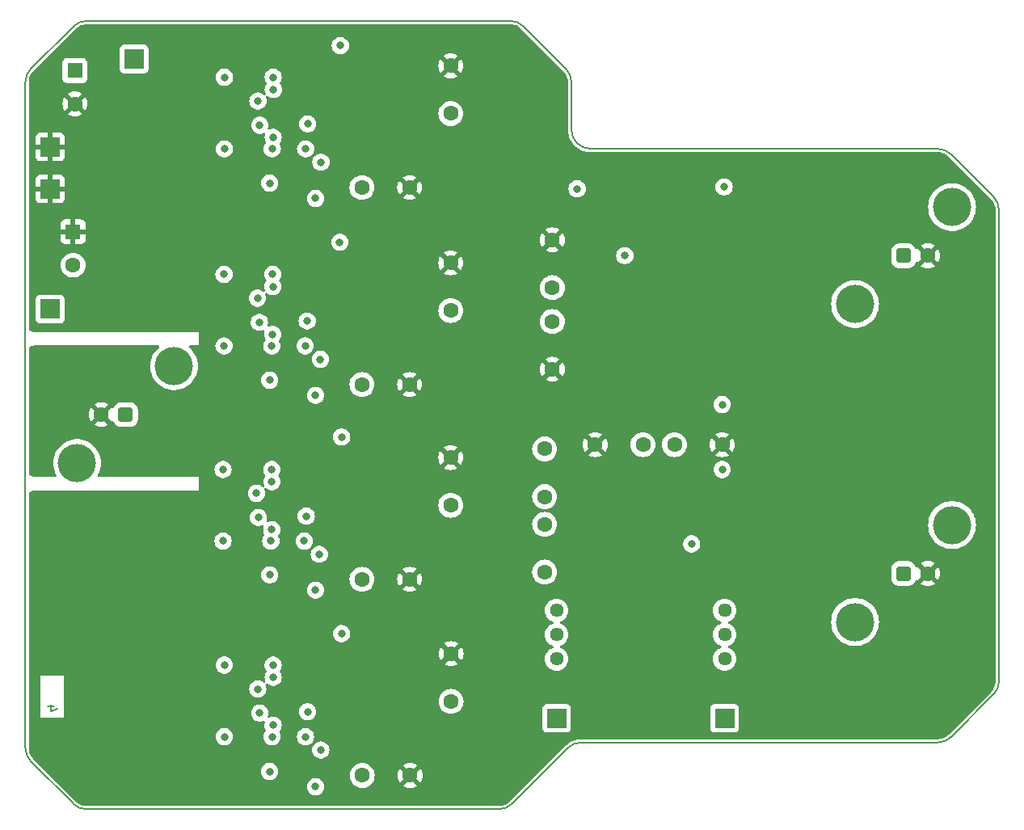
<source format=gbr>
%TF.GenerationSoftware,KiCad,Pcbnew,7.0.10*%
%TF.CreationDate,2024-02-08T22:37:46+01:00*%
%TF.ProjectId,LNA_1MHz,4c4e415f-314d-4487-9a2e-6b696361645f,V0*%
%TF.SameCoordinates,PX62ccf80PY8214c80*%
%TF.FileFunction,Copper,L4,Bot*%
%TF.FilePolarity,Positive*%
%FSLAX46Y46*%
G04 Gerber Fmt 4.6, Leading zero omitted, Abs format (unit mm)*
G04 Created by KiCad (PCBNEW 7.0.10) date 2024-02-08 22:37:46*
%MOMM*%
%LPD*%
G01*
G04 APERTURE LIST*
G04 Aperture macros list*
%AMRoundRect*
0 Rectangle with rounded corners*
0 $1 Rounding radius*
0 $2 $3 $4 $5 $6 $7 $8 $9 X,Y pos of 4 corners*
0 Add a 4 corners polygon primitive as box body*
4,1,4,$2,$3,$4,$5,$6,$7,$8,$9,$2,$3,0*
0 Add four circle primitives for the rounded corners*
1,1,$1+$1,$2,$3*
1,1,$1+$1,$4,$5*
1,1,$1+$1,$6,$7*
1,1,$1+$1,$8,$9*
0 Add four rect primitives between the rounded corners*
20,1,$1+$1,$2,$3,$4,$5,0*
20,1,$1+$1,$4,$5,$6,$7,0*
20,1,$1+$1,$6,$7,$8,$9,0*
20,1,$1+$1,$8,$9,$2,$3,0*%
G04 Aperture macros list end*
%ADD10C,0.160000*%
%TA.AperFunction,NonConductor*%
%ADD11C,0.160000*%
%TD*%
%TA.AperFunction,ComponentPad*%
%ADD12C,4.000000*%
%TD*%
%TA.AperFunction,ComponentPad*%
%ADD13RoundRect,0.400000X-0.400000X-0.400000X0.400000X-0.400000X0.400000X0.400000X-0.400000X0.400000X0*%
%TD*%
%TA.AperFunction,ComponentPad*%
%ADD14C,1.600000*%
%TD*%
%TA.AperFunction,ComponentPad*%
%ADD15R,1.600000X1.600000*%
%TD*%
%TA.AperFunction,ComponentPad*%
%ADD16R,2.000000X2.000000*%
%TD*%
%TA.AperFunction,ComponentPad*%
%ADD17RoundRect,0.400000X0.400000X0.400000X-0.400000X0.400000X-0.400000X-0.400000X0.400000X-0.400000X0*%
%TD*%
%TA.AperFunction,ComponentPad*%
%ADD18C,1.440000*%
%TD*%
%TA.AperFunction,ViaPad*%
%ADD19C,0.800000*%
%TD*%
%TA.AperFunction,Profile*%
%ADD20C,0.200000*%
%TD*%
G04 APERTURE END LIST*
D10*
D11*
X2997367Y10771930D02*
X2330700Y10771930D01*
X3378320Y10533835D02*
X2664034Y10295740D01*
X2664034Y10295740D02*
X2664034Y10914787D01*
D12*
X15580000Y46430000D03*
X5420000Y36270000D03*
D13*
X10500000Y41350000D03*
D14*
X7960000Y41350000D03*
D15*
X5000000Y60500000D03*
D14*
X5000000Y57000000D03*
X44562500Y57250000D03*
X44562500Y52250000D03*
D16*
X2600000Y65000000D03*
X11400000Y78600000D03*
D12*
X86920000Y19620000D03*
X97080000Y29780000D03*
D17*
X92000000Y24700000D03*
D14*
X94540000Y24700000D03*
X55200000Y59650000D03*
X55200000Y54650000D03*
X54400000Y24850000D03*
X54400000Y29850000D03*
X40300000Y3550000D03*
X35300000Y3550000D03*
D16*
X2600000Y52400000D03*
D14*
X55200000Y46100000D03*
X55200000Y51100000D03*
D18*
X55650000Y20830000D03*
X55650000Y18290000D03*
X55650000Y15750000D03*
D16*
X73250000Y9550000D03*
D12*
X86920000Y52920000D03*
X97080000Y63080000D03*
D17*
X92000000Y58000000D03*
D14*
X94540000Y58000000D03*
X44600000Y16300000D03*
X44600000Y11300000D03*
X40262500Y44500000D03*
X35262500Y44500000D03*
X54400000Y37750000D03*
X54400000Y32750000D03*
D16*
X55650000Y9550000D03*
D14*
X59700000Y38200000D03*
X64700000Y38200000D03*
X44562500Y77890000D03*
X44562500Y72890000D03*
X44562500Y36850000D03*
X44562500Y31850000D03*
D18*
X73250000Y20830000D03*
X73250000Y18290000D03*
X73250000Y15750000D03*
D16*
X2600000Y69400000D03*
D14*
X40262500Y65140000D03*
X35262500Y65140000D03*
X40262500Y24100000D03*
X35262500Y24100000D03*
X73000000Y38200000D03*
X68000000Y38200000D03*
D15*
X5200000Y77400000D03*
D14*
X5200000Y73900000D03*
D19*
X62800000Y58000000D03*
X73200000Y65200000D03*
X37750000Y14650000D03*
X96000000Y8400000D03*
X66400000Y53200000D03*
X89000000Y21900000D03*
X25100000Y11350000D03*
X53000000Y79900000D03*
X71000000Y68400000D03*
X81000000Y68400000D03*
X77500000Y61900000D03*
X68200000Y34600000D03*
X101000000Y48400000D03*
X69000000Y20400000D03*
X57500000Y25600000D03*
X61000000Y48650000D03*
X73000000Y32900000D03*
X30000000Y16150000D03*
X78600000Y48459000D03*
X25112500Y72940000D03*
X55500000Y6400000D03*
X33000000Y32200000D03*
X37600000Y7800000D03*
X37750000Y35150000D03*
X86000000Y8400000D03*
X1000000Y8400000D03*
X101000000Y23400000D03*
X5000000Y47400000D03*
X101000000Y13400000D03*
X1000000Y73400000D03*
X8500000Y900000D03*
X57000000Y68900000D03*
X24150000Y43200000D03*
X1000000Y23400000D03*
X55500000Y77400000D03*
X101000000Y58400000D03*
X92000000Y55400000D03*
X78400000Y15000000D03*
X1000000Y47400000D03*
X96000000Y68200000D03*
X101000000Y43400000D03*
X101000000Y38400000D03*
X54200000Y27600000D03*
X89000000Y27400000D03*
X72500000Y55900000D03*
X33000000Y52650000D03*
X1000000Y40400000D03*
X66000000Y68400000D03*
X24962500Y31850000D03*
X101000000Y33400000D03*
X86000000Y60900000D03*
X52000000Y2900000D03*
X61200000Y31200000D03*
X37500000Y55650000D03*
X69400000Y41200000D03*
X21000000Y66800000D03*
X30012500Y77740000D03*
X89000000Y55400000D03*
X53000000Y52900000D03*
X61600000Y44050000D03*
X1000000Y36400000D03*
X98500000Y10900000D03*
X86000000Y68400000D03*
X1000000Y18400000D03*
X68500000Y8400000D03*
X101000000Y28400000D03*
X72000000Y49400000D03*
X86000000Y27400000D03*
X2500000Y4400000D03*
X21200000Y46000000D03*
X1000000Y43900000D03*
X59200000Y55400000D03*
X25062500Y52290000D03*
X52800000Y24000000D03*
X33000000Y11800000D03*
X64200000Y64650000D03*
X72500000Y22900000D03*
X101000000Y18400000D03*
X61000000Y68400000D03*
X101000000Y63400000D03*
X65800000Y30850000D03*
X91000000Y68400000D03*
X29962500Y57090000D03*
X98500000Y65900000D03*
X81000000Y8400000D03*
X77500000Y55900000D03*
X21000000Y25400000D03*
X78000000Y42900000D03*
X58500000Y8400000D03*
X37750000Y76150000D03*
X59000000Y20400000D03*
X57500000Y34900000D03*
X62200000Y35400000D03*
X5000000Y1900000D03*
X92000000Y27400000D03*
X76000000Y8400000D03*
X92000000Y60900000D03*
X13500000Y900000D03*
X66600000Y64650000D03*
X1000000Y28400000D03*
X92000000Y21900000D03*
X89000000Y60900000D03*
X1000000Y58400000D03*
X29862500Y36650000D03*
X33000000Y73200000D03*
X75900000Y31650000D03*
X63500000Y8400000D03*
X91000000Y8400000D03*
X41000000Y900000D03*
X56000000Y73400000D03*
X1000000Y13400000D03*
X66400000Y39200000D03*
X101000000Y53400000D03*
X76000000Y68400000D03*
X73000000Y42400000D03*
X73000000Y35600000D03*
X33000000Y80000000D03*
X33138750Y39000000D03*
X32938750Y59400000D03*
X33138750Y18400000D03*
X30398750Y43360000D03*
X30400000Y64000000D03*
X30398750Y22960000D03*
X30398750Y2360000D03*
X69800000Y27800000D03*
X57800000Y65000000D03*
X29576103Y71803603D03*
X20862500Y69190000D03*
X25862500Y69190000D03*
X20862500Y76690000D03*
X25962500Y76690000D03*
X29362500Y69190000D03*
X20812500Y48540000D03*
X20812500Y56040000D03*
X29526103Y51153603D03*
X25812500Y48540000D03*
X25912500Y56040000D03*
X29312500Y48540000D03*
X20712500Y35600000D03*
X20712500Y28100000D03*
X29426103Y30713603D03*
X25712500Y28100000D03*
X25812500Y35600000D03*
X29212500Y28100000D03*
X29563603Y10213603D03*
X20850000Y7600000D03*
X20850000Y15100000D03*
X25850000Y7600000D03*
X25950000Y15100000D03*
X29350000Y7600000D03*
X25962500Y70390000D03*
X25976103Y75403603D03*
X24362500Y74190000D03*
X25600000Y65600000D03*
X30962500Y67790000D03*
X24562500Y71670000D03*
X25926103Y54753603D03*
X25912500Y49740000D03*
X25598750Y44960000D03*
X24312500Y53540000D03*
X30912500Y47140000D03*
X24512500Y51020000D03*
X25826103Y34313603D03*
X25812500Y29300000D03*
X25598750Y24560000D03*
X24212500Y33100000D03*
X24412500Y30580000D03*
X30796815Y26715685D03*
X25963603Y13813603D03*
X25950000Y8800000D03*
X24350000Y12600000D03*
X25598750Y3960000D03*
X24550000Y10080000D03*
X30950000Y6200000D03*
%TA.AperFunction,Conductor*%
G36*
X50716063Y82249499D02*
G01*
X50767513Y82249500D01*
X50775620Y82249236D01*
X50978777Y82235923D01*
X50994847Y82233807D01*
X51190539Y82194884D01*
X51206189Y82190691D01*
X51392817Y82127342D01*
X51395120Y82126560D01*
X51410105Y82120353D01*
X51589044Y82032113D01*
X51603087Y82024006D01*
X51603120Y82023984D01*
X51768981Y81913162D01*
X51781849Y81903288D01*
X51934693Y81769250D01*
X51940616Y81763702D01*
X56348191Y77356126D01*
X56363494Y77340823D01*
X56369042Y77334900D01*
X56503271Y77181838D01*
X56513145Y77168969D01*
X56623986Y77003079D01*
X56632096Y76989033D01*
X56720332Y76810103D01*
X56726539Y76795118D01*
X56790668Y76606195D01*
X56794866Y76590526D01*
X56833785Y76394852D01*
X56835902Y76378772D01*
X56849234Y76175328D01*
X56849499Y76167219D01*
X56849499Y76106077D01*
X56849500Y76106064D01*
X56849500Y71057819D01*
X56854159Y71019452D01*
X56883776Y70775536D01*
X56916668Y70642087D01*
X56951828Y70499435D01*
X57052663Y70233558D01*
X57112365Y70119807D01*
X57184810Y69981775D01*
X57184813Y69981771D01*
X57184814Y69981769D01*
X57346340Y69747756D01*
X57346345Y69747750D01*
X57534906Y69534909D01*
X57534908Y69534907D01*
X57747749Y69346346D01*
X57747755Y69346341D01*
X57872166Y69260467D01*
X57981775Y69184810D01*
X58139666Y69101943D01*
X58233557Y69052664D01*
X58499434Y68951829D01*
X58499438Y68951828D01*
X58499441Y68951827D01*
X58775536Y68883776D01*
X59011678Y68855103D01*
X59057819Y68849500D01*
X95516060Y68849500D01*
X95516063Y68849499D01*
X95567513Y68849500D01*
X95575620Y68849236D01*
X95778777Y68835923D01*
X95794847Y68833807D01*
X95990539Y68794884D01*
X96006189Y68790691D01*
X96192817Y68727342D01*
X96195120Y68726560D01*
X96210105Y68720353D01*
X96389044Y68632113D01*
X96403087Y68624006D01*
X96477702Y68574151D01*
X96568981Y68513162D01*
X96581849Y68503288D01*
X96734693Y68369250D01*
X96740616Y68363702D01*
X101148191Y63956126D01*
X101163494Y63940823D01*
X101169042Y63934900D01*
X101303271Y63781838D01*
X101313145Y63768969D01*
X101423986Y63603079D01*
X101432096Y63589033D01*
X101520332Y63410103D01*
X101526539Y63395118D01*
X101590668Y63206195D01*
X101594866Y63190526D01*
X101633785Y62994852D01*
X101635902Y62978772D01*
X101649234Y62775328D01*
X101649499Y62767219D01*
X101649499Y62706077D01*
X101649500Y62706064D01*
X101649500Y13491547D01*
X101649499Y13491529D01*
X101649499Y13432486D01*
X101649234Y13424378D01*
X101635922Y13221229D01*
X101633805Y13205148D01*
X101594885Y13009468D01*
X101590687Y12993800D01*
X101526559Y12804879D01*
X101520352Y12789893D01*
X101432110Y12610951D01*
X101424000Y12596905D01*
X101313164Y12431022D01*
X101303289Y12418153D01*
X101169261Y12265322D01*
X101163714Y12259399D01*
X96740822Y7836506D01*
X96734899Y7830958D01*
X96581837Y7696729D01*
X96568968Y7686855D01*
X96403078Y7576014D01*
X96389031Y7567904D01*
X96210102Y7479669D01*
X96195118Y7473462D01*
X96006191Y7409331D01*
X95990522Y7405133D01*
X95794850Y7366215D01*
X95778770Y7364098D01*
X95575326Y7350766D01*
X95567217Y7350501D01*
X95506075Y7350501D01*
X95506063Y7350500D01*
X58194670Y7350500D01*
X58194219Y7350483D01*
X58096435Y7350483D01*
X58096434Y7350483D01*
X58096431Y7350483D01*
X57834089Y7320928D01*
X57834087Y7320928D01*
X57834082Y7320927D01*
X57834072Y7320926D01*
X57576714Y7262188D01*
X57576699Y7262183D01*
X57327522Y7174997D01*
X57089660Y7060451D01*
X56866121Y6919996D01*
X56659705Y6755388D01*
X56566373Y6662056D01*
X56527122Y6622808D01*
X56527118Y6622802D01*
X50740822Y836506D01*
X50734899Y830958D01*
X50581837Y696729D01*
X50568968Y686855D01*
X50403078Y576014D01*
X50389031Y567904D01*
X50210102Y479669D01*
X50195118Y473462D01*
X50006191Y409331D01*
X49990522Y405133D01*
X49794850Y366215D01*
X49778770Y364098D01*
X49575326Y350766D01*
X49567217Y350501D01*
X49506075Y350501D01*
X49506063Y350500D01*
X6493936Y350500D01*
X6493924Y350501D01*
X6432485Y350501D01*
X6424377Y350766D01*
X6221228Y364078D01*
X6205147Y366195D01*
X6009467Y405115D01*
X5993799Y409313D01*
X5804878Y473441D01*
X5789892Y479648D01*
X5610950Y567890D01*
X5596904Y576000D01*
X5431021Y686836D01*
X5418152Y696710D01*
X5418130Y696729D01*
X5265304Y830752D01*
X5259381Y836300D01*
X3735681Y2360000D01*
X29493290Y2360000D01*
X29513076Y2171744D01*
X29513077Y2171741D01*
X29571568Y1991723D01*
X29571571Y1991716D01*
X29666217Y1827784D01*
X29792879Y1687112D01*
X29946015Y1575852D01*
X29946020Y1575849D01*
X30118942Y1498858D01*
X30118947Y1498856D01*
X30304104Y1459500D01*
X30304105Y1459500D01*
X30493394Y1459500D01*
X30493396Y1459500D01*
X30678553Y1498856D01*
X30851480Y1575849D01*
X31004621Y1687112D01*
X31131283Y1827784D01*
X31225929Y1991716D01*
X31284424Y2171744D01*
X31304210Y2360000D01*
X31284424Y2548256D01*
X31225929Y2728284D01*
X31131283Y2892216D01*
X31004621Y3032888D01*
X30967993Y3059500D01*
X30851484Y3144149D01*
X30851479Y3144152D01*
X30678557Y3221143D01*
X30678552Y3221145D01*
X30532751Y3252135D01*
X30493396Y3260500D01*
X30304104Y3260500D01*
X30271647Y3253602D01*
X30118947Y3221145D01*
X30118942Y3221143D01*
X29946020Y3144152D01*
X29946015Y3144149D01*
X29792879Y3032889D01*
X29666216Y2892215D01*
X29571571Y2728285D01*
X29571568Y2728278D01*
X29513628Y2549955D01*
X29513076Y2548256D01*
X29493290Y2360000D01*
X3735681Y2360000D01*
X2135682Y3960000D01*
X24693290Y3960000D01*
X24713076Y3771744D01*
X24713077Y3771741D01*
X24771568Y3591723D01*
X24771571Y3591716D01*
X24866217Y3427784D01*
X24970510Y3311955D01*
X24992879Y3287112D01*
X25146015Y3175852D01*
X25146020Y3175849D01*
X25318942Y3098858D01*
X25318947Y3098856D01*
X25504104Y3059500D01*
X25504105Y3059500D01*
X25693394Y3059500D01*
X25693396Y3059500D01*
X25878553Y3098856D01*
X26051480Y3175849D01*
X26204621Y3287112D01*
X26331283Y3427784D01*
X26401844Y3549999D01*
X33994532Y3549999D01*
X34014364Y3323314D01*
X34014366Y3323303D01*
X34073258Y3103512D01*
X34073261Y3103503D01*
X34169431Y2897268D01*
X34169432Y2897266D01*
X34299954Y2710859D01*
X34460858Y2549955D01*
X34507693Y2517161D01*
X34647266Y2419432D01*
X34853504Y2323261D01*
X35073308Y2264365D01*
X35235230Y2250199D01*
X35299998Y2244532D01*
X35300000Y2244532D01*
X35300002Y2244532D01*
X35356673Y2249491D01*
X35526692Y2264365D01*
X35746496Y2323261D01*
X35952734Y2419432D01*
X36139139Y2549953D01*
X36300047Y2710861D01*
X36430568Y2897266D01*
X36526739Y3103504D01*
X36585635Y3323308D01*
X36605468Y3549998D01*
X38995034Y3549998D01*
X39014858Y3323401D01*
X39014860Y3323390D01*
X39073730Y3103683D01*
X39073735Y3103669D01*
X39169863Y2897522D01*
X39220974Y2824528D01*
X39902046Y3505600D01*
X39914835Y3424852D01*
X39972359Y3311955D01*
X40061955Y3222359D01*
X40174852Y3164835D01*
X40255599Y3152047D01*
X39574526Y2470975D01*
X39647513Y2419868D01*
X39647521Y2419864D01*
X39853668Y2323736D01*
X39853682Y2323731D01*
X40073389Y2264861D01*
X40073400Y2264859D01*
X40299998Y2245034D01*
X40300002Y2245034D01*
X40526599Y2264859D01*
X40526610Y2264861D01*
X40746317Y2323731D01*
X40746331Y2323736D01*
X40952478Y2419864D01*
X41025471Y2470976D01*
X40344400Y3152047D01*
X40425148Y3164835D01*
X40538045Y3222359D01*
X40627641Y3311955D01*
X40685165Y3424852D01*
X40697953Y3505600D01*
X41379024Y2824529D01*
X41430136Y2897522D01*
X41526264Y3103669D01*
X41526269Y3103683D01*
X41585139Y3323390D01*
X41585141Y3323401D01*
X41604966Y3549998D01*
X41604966Y3550003D01*
X41585141Y3776600D01*
X41585139Y3776611D01*
X41526269Y3996318D01*
X41526264Y3996332D01*
X41430136Y4202479D01*
X41430132Y4202487D01*
X41379025Y4275474D01*
X40697953Y3594402D01*
X40685165Y3675148D01*
X40627641Y3788045D01*
X40538045Y3877641D01*
X40425148Y3935165D01*
X40344401Y3947954D01*
X41025472Y4629026D01*
X40952478Y4680137D01*
X40746331Y4776265D01*
X40746317Y4776270D01*
X40526610Y4835140D01*
X40526599Y4835142D01*
X40300002Y4854966D01*
X40299998Y4854966D01*
X40073400Y4835142D01*
X40073389Y4835140D01*
X39853682Y4776270D01*
X39853673Y4776266D01*
X39647516Y4680134D01*
X39647512Y4680132D01*
X39574526Y4629027D01*
X39574526Y4629026D01*
X40255599Y3947954D01*
X40174852Y3935165D01*
X40061955Y3877641D01*
X39972359Y3788045D01*
X39914835Y3675148D01*
X39902046Y3594402D01*
X39220974Y4275474D01*
X39220973Y4275474D01*
X39169868Y4202488D01*
X39169866Y4202484D01*
X39073734Y3996327D01*
X39073730Y3996318D01*
X39014860Y3776611D01*
X39014858Y3776600D01*
X38995034Y3550003D01*
X38995034Y3549998D01*
X36605468Y3549998D01*
X36605468Y3550000D01*
X36585635Y3776692D01*
X36526739Y3996496D01*
X36430568Y4202734D01*
X36300047Y4389139D01*
X36300045Y4389142D01*
X36139141Y4550046D01*
X35952734Y4680568D01*
X35952732Y4680569D01*
X35746497Y4776739D01*
X35746488Y4776742D01*
X35526697Y4835634D01*
X35526693Y4835635D01*
X35526692Y4835635D01*
X35526691Y4835636D01*
X35526686Y4835636D01*
X35300002Y4855468D01*
X35299998Y4855468D01*
X35073313Y4835636D01*
X35073302Y4835634D01*
X34853511Y4776742D01*
X34853502Y4776739D01*
X34647267Y4680569D01*
X34647265Y4680568D01*
X34460858Y4550046D01*
X34299954Y4389142D01*
X34169432Y4202735D01*
X34169431Y4202733D01*
X34073261Y3996498D01*
X34073258Y3996489D01*
X34014366Y3776698D01*
X34014364Y3776687D01*
X33994532Y3550002D01*
X33994532Y3549999D01*
X26401844Y3549999D01*
X26425929Y3591716D01*
X26484424Y3771744D01*
X26504210Y3960000D01*
X26484424Y4148256D01*
X26425929Y4328284D01*
X26331283Y4492216D01*
X26204621Y4632888D01*
X26204620Y4632889D01*
X26051484Y4744149D01*
X26051479Y4744152D01*
X25878557Y4821143D01*
X25878552Y4821145D01*
X25732751Y4852135D01*
X25693396Y4860500D01*
X25504104Y4860500D01*
X25471647Y4853602D01*
X25318947Y4821145D01*
X25318942Y4821143D01*
X25146020Y4744152D01*
X25146015Y4744149D01*
X24992879Y4632889D01*
X24866216Y4492215D01*
X24771571Y4328285D01*
X24771568Y4328278D01*
X24730694Y4202479D01*
X24713076Y4148256D01*
X24693290Y3960000D01*
X2135682Y3960000D01*
X836507Y5259175D01*
X830969Y5265087D01*
X696727Y5418164D01*
X686854Y5431032D01*
X576013Y5596922D01*
X567903Y5610968D01*
X539884Y5667786D01*
X479664Y5789904D01*
X473460Y5804883D01*
X464352Y5831716D01*
X409328Y5993816D01*
X405133Y6009475D01*
X367238Y6200000D01*
X30044540Y6200000D01*
X30064326Y6011744D01*
X30064327Y6011741D01*
X30122818Y5831723D01*
X30122821Y5831716D01*
X30217467Y5667784D01*
X30281272Y5596922D01*
X30344129Y5527112D01*
X30497265Y5415852D01*
X30497270Y5415849D01*
X30670192Y5338858D01*
X30670197Y5338856D01*
X30855354Y5299500D01*
X30855355Y5299500D01*
X31044644Y5299500D01*
X31044646Y5299500D01*
X31229803Y5338856D01*
X31402730Y5415849D01*
X31555871Y5527112D01*
X31682533Y5667784D01*
X31777179Y5831716D01*
X31835674Y6011744D01*
X31855460Y6200000D01*
X31835674Y6388256D01*
X31777179Y6568284D01*
X31682533Y6732216D01*
X31555871Y6872888D01*
X31491034Y6919995D01*
X31402734Y6984149D01*
X31402729Y6984152D01*
X31229807Y7061143D01*
X31229802Y7061145D01*
X31084001Y7092135D01*
X31044646Y7100500D01*
X30855354Y7100500D01*
X30822897Y7093602D01*
X30670197Y7061145D01*
X30670192Y7061143D01*
X30497270Y6984152D01*
X30497265Y6984149D01*
X30344129Y6872889D01*
X30217466Y6732215D01*
X30122821Y6568285D01*
X30122818Y6568278D01*
X30064327Y6388260D01*
X30064326Y6388256D01*
X30044540Y6200000D01*
X367238Y6200000D01*
X366212Y6205158D01*
X364098Y6221219D01*
X350764Y6424694D01*
X350500Y6432784D01*
X350501Y6483936D01*
X350500Y6483940D01*
X350500Y7600000D01*
X19944540Y7600000D01*
X19964326Y7411744D01*
X19964327Y7411741D01*
X20022818Y7231723D01*
X20022821Y7231716D01*
X20117467Y7067784D01*
X20123446Y7061144D01*
X20244129Y6927112D01*
X20397265Y6815852D01*
X20397270Y6815849D01*
X20570192Y6738858D01*
X20570197Y6738856D01*
X20755354Y6699500D01*
X20755355Y6699500D01*
X20944644Y6699500D01*
X20944646Y6699500D01*
X21129803Y6738856D01*
X21302730Y6815849D01*
X21455871Y6927112D01*
X21582533Y7067784D01*
X21677179Y7231716D01*
X21735674Y7411744D01*
X21755460Y7600000D01*
X21735674Y7788256D01*
X21677179Y7968284D01*
X21582533Y8132216D01*
X21455871Y8272888D01*
X21455870Y8272889D01*
X21302734Y8384149D01*
X21302729Y8384152D01*
X21129807Y8461143D01*
X21129802Y8461145D01*
X20984001Y8492135D01*
X20944646Y8500500D01*
X20755354Y8500500D01*
X20722897Y8493602D01*
X20570197Y8461145D01*
X20570192Y8461143D01*
X20397270Y8384152D01*
X20397265Y8384149D01*
X20244129Y8272889D01*
X20117466Y8132215D01*
X20022821Y7968285D01*
X20022818Y7968278D01*
X19964327Y7788260D01*
X19964326Y7788256D01*
X19944540Y7600000D01*
X350500Y7600000D01*
X350500Y14000000D01*
X1600000Y14000000D01*
X1600000Y9600000D01*
X4000000Y9600000D01*
X4000000Y10080000D01*
X23644540Y10080000D01*
X23664326Y9891744D01*
X23664327Y9891741D01*
X23722818Y9711723D01*
X23722821Y9711716D01*
X23817467Y9547784D01*
X23884903Y9472889D01*
X23944129Y9407112D01*
X24097265Y9295852D01*
X24097270Y9295849D01*
X24270192Y9218858D01*
X24270197Y9218856D01*
X24455354Y9179500D01*
X24455355Y9179500D01*
X24644644Y9179500D01*
X24644646Y9179500D01*
X24829803Y9218856D01*
X24937160Y9266656D01*
X25006408Y9275941D01*
X25069685Y9246313D01*
X25106899Y9187178D01*
X25106235Y9117312D01*
X25105526Y9115058D01*
X25064327Y8988260D01*
X25064326Y8988256D01*
X25044540Y8800000D01*
X25064326Y8611744D01*
X25064327Y8611741D01*
X25122818Y8431723D01*
X25122821Y8431716D01*
X25181042Y8330874D01*
X25197515Y8262973D01*
X25174662Y8196947D01*
X25165806Y8185903D01*
X25117466Y8132215D01*
X25022821Y7968285D01*
X25022818Y7968278D01*
X24964327Y7788260D01*
X24964326Y7788256D01*
X24944540Y7600000D01*
X24964326Y7411744D01*
X24964327Y7411741D01*
X25022818Y7231723D01*
X25022821Y7231716D01*
X25117467Y7067784D01*
X25123446Y7061144D01*
X25244129Y6927112D01*
X25397265Y6815852D01*
X25397270Y6815849D01*
X25570192Y6738858D01*
X25570197Y6738856D01*
X25755354Y6699500D01*
X25755355Y6699500D01*
X25944644Y6699500D01*
X25944646Y6699500D01*
X26129803Y6738856D01*
X26302730Y6815849D01*
X26455871Y6927112D01*
X26582533Y7067784D01*
X26677179Y7231716D01*
X26735674Y7411744D01*
X26755460Y7600000D01*
X28444540Y7600000D01*
X28464326Y7411744D01*
X28464327Y7411741D01*
X28522818Y7231723D01*
X28522821Y7231716D01*
X28617467Y7067784D01*
X28623446Y7061144D01*
X28744129Y6927112D01*
X28897265Y6815852D01*
X28897270Y6815849D01*
X29070192Y6738858D01*
X29070197Y6738856D01*
X29255354Y6699500D01*
X29255355Y6699500D01*
X29444644Y6699500D01*
X29444646Y6699500D01*
X29629803Y6738856D01*
X29802730Y6815849D01*
X29955871Y6927112D01*
X30082533Y7067784D01*
X30177179Y7231716D01*
X30235674Y7411744D01*
X30255460Y7600000D01*
X30235674Y7788256D01*
X30177179Y7968284D01*
X30082533Y8132216D01*
X29955871Y8272888D01*
X29955870Y8272889D01*
X29802734Y8384149D01*
X29802729Y8384152D01*
X29629807Y8461143D01*
X29629802Y8461145D01*
X29484001Y8492135D01*
X29444646Y8500500D01*
X29255354Y8500500D01*
X29222897Y8493602D01*
X29070197Y8461145D01*
X29070192Y8461143D01*
X28897270Y8384152D01*
X28897265Y8384149D01*
X28744129Y8272889D01*
X28617466Y8132215D01*
X28522821Y7968285D01*
X28522818Y7968278D01*
X28464327Y7788260D01*
X28464326Y7788256D01*
X28444540Y7600000D01*
X26755460Y7600000D01*
X26735674Y7788256D01*
X26677179Y7968284D01*
X26630289Y8049500D01*
X26618957Y8069128D01*
X26602484Y8137029D01*
X26625337Y8203056D01*
X26634180Y8214084D01*
X26682533Y8267784D01*
X26777179Y8431716D01*
X26800058Y8502130D01*
X54149500Y8502130D01*
X54149501Y8502124D01*
X54155908Y8442517D01*
X54206202Y8307672D01*
X54206206Y8307665D01*
X54292452Y8192456D01*
X54292455Y8192453D01*
X54407664Y8106207D01*
X54407671Y8106203D01*
X54542517Y8055909D01*
X54542516Y8055909D01*
X54549444Y8055165D01*
X54602127Y8049500D01*
X56697872Y8049501D01*
X56757483Y8055909D01*
X56892331Y8106204D01*
X57007546Y8192454D01*
X57093796Y8307669D01*
X57144091Y8442517D01*
X57150500Y8502127D01*
X57150500Y8502130D01*
X71749500Y8502130D01*
X71749501Y8502124D01*
X71755908Y8442517D01*
X71806202Y8307672D01*
X71806206Y8307665D01*
X71892452Y8192456D01*
X71892455Y8192453D01*
X72007664Y8106207D01*
X72007671Y8106203D01*
X72142517Y8055909D01*
X72142516Y8055909D01*
X72149444Y8055165D01*
X72202127Y8049500D01*
X74297872Y8049501D01*
X74357483Y8055909D01*
X74492331Y8106204D01*
X74607546Y8192454D01*
X74693796Y8307669D01*
X74744091Y8442517D01*
X74750500Y8502127D01*
X74750499Y10597872D01*
X74744091Y10657483D01*
X74711144Y10745818D01*
X74693797Y10792329D01*
X74693793Y10792336D01*
X74607547Y10907545D01*
X74607544Y10907548D01*
X74492335Y10993794D01*
X74492328Y10993798D01*
X74357482Y11044092D01*
X74357483Y11044092D01*
X74297883Y11050499D01*
X74297881Y11050500D01*
X74297873Y11050500D01*
X74297864Y11050500D01*
X72202129Y11050500D01*
X72202123Y11050499D01*
X72142516Y11044092D01*
X72007671Y10993798D01*
X72007664Y10993794D01*
X71892455Y10907548D01*
X71892452Y10907545D01*
X71806206Y10792336D01*
X71806202Y10792329D01*
X71755908Y10657483D01*
X71751042Y10612216D01*
X71749501Y10597877D01*
X71749500Y10597865D01*
X71749500Y8502130D01*
X57150500Y8502130D01*
X57150499Y10597872D01*
X57144091Y10657483D01*
X57111144Y10745818D01*
X57093797Y10792329D01*
X57093793Y10792336D01*
X57007547Y10907545D01*
X57007544Y10907548D01*
X56892335Y10993794D01*
X56892328Y10993798D01*
X56757482Y11044092D01*
X56757483Y11044092D01*
X56697883Y11050499D01*
X56697881Y11050500D01*
X56697873Y11050500D01*
X56697864Y11050500D01*
X54602129Y11050500D01*
X54602123Y11050499D01*
X54542516Y11044092D01*
X54407671Y10993798D01*
X54407664Y10993794D01*
X54292455Y10907548D01*
X54292452Y10907545D01*
X54206206Y10792336D01*
X54206202Y10792329D01*
X54155908Y10657483D01*
X54151042Y10612216D01*
X54149501Y10597877D01*
X54149500Y10597865D01*
X54149500Y8502130D01*
X26800058Y8502130D01*
X26835674Y8611744D01*
X26855460Y8800000D01*
X26835674Y8988256D01*
X26777179Y9168284D01*
X26682533Y9332216D01*
X26555871Y9472888D01*
X26555870Y9472889D01*
X26402734Y9584149D01*
X26402729Y9584152D01*
X26229807Y9661143D01*
X26229802Y9661145D01*
X26080759Y9692824D01*
X26044646Y9700500D01*
X25855354Y9700500D01*
X25819241Y9692824D01*
X25670199Y9661145D01*
X25562840Y9613345D01*
X25493590Y9604061D01*
X25430313Y9633689D01*
X25393100Y9692824D01*
X25393765Y9762691D01*
X25394445Y9764857D01*
X25435674Y9891744D01*
X25455460Y10080000D01*
X25441418Y10213603D01*
X28658143Y10213603D01*
X28677929Y10025347D01*
X28677930Y10025344D01*
X28736421Y9845326D01*
X28736424Y9845319D01*
X28831070Y9681387D01*
X28918621Y9584152D01*
X28957732Y9540715D01*
X29110868Y9429455D01*
X29110873Y9429452D01*
X29283795Y9352461D01*
X29283800Y9352459D01*
X29468957Y9313103D01*
X29468958Y9313103D01*
X29658247Y9313103D01*
X29658249Y9313103D01*
X29843406Y9352459D01*
X30016333Y9429452D01*
X30169474Y9540715D01*
X30296136Y9681387D01*
X30390782Y9845319D01*
X30449277Y10025347D01*
X30469063Y10213603D01*
X30449277Y10401859D01*
X30390782Y10581887D01*
X30296136Y10745819D01*
X30169474Y10886491D01*
X30140496Y10907545D01*
X30016337Y10997752D01*
X30016332Y10997755D01*
X29843410Y11074746D01*
X29843405Y11074748D01*
X29697604Y11105738D01*
X29658249Y11114103D01*
X29468957Y11114103D01*
X29436500Y11107205D01*
X29283800Y11074748D01*
X29283795Y11074746D01*
X29110873Y10997755D01*
X29110868Y10997752D01*
X28957732Y10886492D01*
X28831069Y10745818D01*
X28736424Y10581888D01*
X28736421Y10581881D01*
X28677930Y10401863D01*
X28677929Y10401859D01*
X28658143Y10213603D01*
X25441418Y10213603D01*
X25435674Y10268256D01*
X25377179Y10448284D01*
X25282533Y10612216D01*
X25155871Y10752888D01*
X25155870Y10752889D01*
X25002734Y10864149D01*
X25002729Y10864152D01*
X24829807Y10941143D01*
X24829802Y10941145D01*
X24684001Y10972135D01*
X24644646Y10980500D01*
X24455354Y10980500D01*
X24422897Y10973602D01*
X24270197Y10941145D01*
X24270192Y10941143D01*
X24097270Y10864152D01*
X24097265Y10864149D01*
X23944129Y10752889D01*
X23817466Y10612215D01*
X23722821Y10448285D01*
X23722818Y10448278D01*
X23674625Y10299953D01*
X23664326Y10268256D01*
X23644540Y10080000D01*
X4000000Y10080000D01*
X4000000Y11299999D01*
X43294532Y11299999D01*
X43314364Y11073314D01*
X43314366Y11073303D01*
X43373258Y10853512D01*
X43373261Y10853503D01*
X43469431Y10647268D01*
X43469432Y10647266D01*
X43599954Y10460859D01*
X43760858Y10299955D01*
X43760861Y10299953D01*
X43947266Y10169432D01*
X44153504Y10073261D01*
X44373308Y10014365D01*
X44535230Y10000199D01*
X44599998Y9994532D01*
X44600000Y9994532D01*
X44600002Y9994532D01*
X44656673Y9999491D01*
X44826692Y10014365D01*
X45046496Y10073261D01*
X45252734Y10169432D01*
X45439139Y10299953D01*
X45600047Y10460861D01*
X45730568Y10647266D01*
X45826739Y10853504D01*
X45885635Y11073308D01*
X45905468Y11300000D01*
X45885635Y11526692D01*
X45831931Y11727120D01*
X45826741Y11746489D01*
X45826738Y11746498D01*
X45794399Y11815849D01*
X45730568Y11952734D01*
X45600047Y12139139D01*
X45600045Y12139142D01*
X45439141Y12300046D01*
X45252734Y12430568D01*
X45252732Y12430569D01*
X45046497Y12526739D01*
X45046488Y12526742D01*
X44826697Y12585634D01*
X44826693Y12585635D01*
X44826692Y12585635D01*
X44826691Y12585636D01*
X44826686Y12585636D01*
X44600002Y12605468D01*
X44599998Y12605468D01*
X44373313Y12585636D01*
X44373302Y12585634D01*
X44153511Y12526742D01*
X44153502Y12526739D01*
X43947267Y12430569D01*
X43947265Y12430568D01*
X43760858Y12300046D01*
X43599954Y12139142D01*
X43469432Y11952735D01*
X43469431Y11952733D01*
X43373261Y11746498D01*
X43373258Y11746489D01*
X43314366Y11526698D01*
X43314364Y11526687D01*
X43294532Y11300002D01*
X43294532Y11299999D01*
X4000000Y11299999D01*
X4000000Y12600000D01*
X23444540Y12600000D01*
X23464326Y12411744D01*
X23464327Y12411741D01*
X23522818Y12231723D01*
X23522821Y12231716D01*
X23617467Y12067784D01*
X23721058Y11952735D01*
X23744129Y11927112D01*
X23897265Y11815852D01*
X23897270Y11815849D01*
X24070192Y11738858D01*
X24070197Y11738856D01*
X24255354Y11699500D01*
X24255355Y11699500D01*
X24444644Y11699500D01*
X24444646Y11699500D01*
X24629803Y11738856D01*
X24802730Y11815849D01*
X24955871Y11927112D01*
X25082533Y12067784D01*
X25177179Y12231716D01*
X25235674Y12411744D01*
X25255460Y12600000D01*
X25235674Y12788256D01*
X25177179Y12968284D01*
X25165812Y12987971D01*
X25149340Y13055870D01*
X25172193Y13121897D01*
X25227114Y13165088D01*
X25296667Y13171729D01*
X25352166Y13144113D01*
X25352474Y13144535D01*
X25354987Y13142710D01*
X25356175Y13142118D01*
X25357725Y13140723D01*
X25357732Y13140715D01*
X25383633Y13121897D01*
X25510868Y13029455D01*
X25510873Y13029452D01*
X25683795Y12952461D01*
X25683800Y12952459D01*
X25868957Y12913103D01*
X25868958Y12913103D01*
X26058247Y12913103D01*
X26058249Y12913103D01*
X26243406Y12952459D01*
X26416333Y13029452D01*
X26569474Y13140715D01*
X26696136Y13281387D01*
X26790782Y13445319D01*
X26849277Y13625347D01*
X26869063Y13813603D01*
X26849277Y14001859D01*
X26790782Y14181887D01*
X26696136Y14345819D01*
X26664112Y14381385D01*
X26633883Y14444375D01*
X26642508Y14513711D01*
X26664110Y14547324D01*
X26682533Y14567784D01*
X26777179Y14731716D01*
X26835674Y14911744D01*
X26855460Y15100000D01*
X26835674Y15288256D01*
X26777179Y15468284D01*
X26682533Y15632216D01*
X26555871Y15772888D01*
X26555870Y15772889D01*
X26402734Y15884149D01*
X26402729Y15884152D01*
X26229807Y15961143D01*
X26229802Y15961145D01*
X26084001Y15992135D01*
X26044646Y16000500D01*
X25855354Y16000500D01*
X25822897Y15993602D01*
X25670197Y15961145D01*
X25670192Y15961143D01*
X25497270Y15884152D01*
X25497265Y15884149D01*
X25344129Y15772889D01*
X25217466Y15632215D01*
X25122821Y15468285D01*
X25122818Y15468278D01*
X25078204Y15330969D01*
X25064326Y15288256D01*
X25044540Y15100000D01*
X25064326Y14911744D01*
X25064327Y14911741D01*
X25122818Y14731723D01*
X25122821Y14731716D01*
X25217467Y14567784D01*
X25249489Y14532220D01*
X25279719Y14469229D01*
X25271094Y14399893D01*
X25249490Y14366277D01*
X25231071Y14345821D01*
X25231067Y14345816D01*
X25136424Y14181888D01*
X25136421Y14181881D01*
X25077930Y14001863D01*
X25077929Y14001859D01*
X25058143Y13813603D01*
X25077929Y13625347D01*
X25077930Y13625344D01*
X25136421Y13445326D01*
X25136423Y13445321D01*
X25136424Y13445319D01*
X25146179Y13428422D01*
X25147790Y13425633D01*
X25164261Y13357732D01*
X25141408Y13291706D01*
X25086487Y13248516D01*
X25016933Y13241875D01*
X24961436Y13269492D01*
X24961129Y13269068D01*
X24958611Y13270898D01*
X24957428Y13271486D01*
X24955874Y13272884D01*
X24955871Y13272888D01*
X24904824Y13309976D01*
X24802734Y13384149D01*
X24802729Y13384152D01*
X24629807Y13461143D01*
X24629802Y13461145D01*
X24484001Y13492135D01*
X24444646Y13500500D01*
X24255354Y13500500D01*
X24222897Y13493602D01*
X24070197Y13461145D01*
X24070192Y13461143D01*
X23897270Y13384152D01*
X23897265Y13384149D01*
X23744129Y13272889D01*
X23617466Y13132215D01*
X23522821Y12968285D01*
X23522818Y12968278D01*
X23504891Y12913103D01*
X23464326Y12788256D01*
X23444540Y12600000D01*
X4000000Y12600000D01*
X4000000Y14000000D01*
X1600000Y14000000D01*
X350500Y14000000D01*
X350500Y15100000D01*
X19944540Y15100000D01*
X19964326Y14911744D01*
X19964327Y14911741D01*
X20022818Y14731723D01*
X20022821Y14731716D01*
X20117467Y14567784D01*
X20156136Y14524838D01*
X20244129Y14427112D01*
X20397265Y14315852D01*
X20397270Y14315849D01*
X20570192Y14238858D01*
X20570197Y14238856D01*
X20755354Y14199500D01*
X20755355Y14199500D01*
X20944644Y14199500D01*
X20944646Y14199500D01*
X21129803Y14238856D01*
X21302730Y14315849D01*
X21455871Y14427112D01*
X21582533Y14567784D01*
X21677179Y14731716D01*
X21735674Y14911744D01*
X21755460Y15100000D01*
X21735674Y15288256D01*
X21677179Y15468284D01*
X21582533Y15632216D01*
X21455871Y15772888D01*
X21455870Y15772889D01*
X21302734Y15884149D01*
X21302729Y15884152D01*
X21129807Y15961143D01*
X21129802Y15961145D01*
X20984001Y15992135D01*
X20944646Y16000500D01*
X20755354Y16000500D01*
X20722897Y15993602D01*
X20570197Y15961145D01*
X20570192Y15961143D01*
X20397270Y15884152D01*
X20397265Y15884149D01*
X20244129Y15772889D01*
X20117466Y15632215D01*
X20022821Y15468285D01*
X20022818Y15468278D01*
X19978204Y15330969D01*
X19964326Y15288256D01*
X19944540Y15100000D01*
X350500Y15100000D01*
X350500Y16299998D01*
X43295034Y16299998D01*
X43314858Y16073401D01*
X43314860Y16073390D01*
X43373730Y15853683D01*
X43373735Y15853669D01*
X43469863Y15647522D01*
X43520974Y15574528D01*
X44202046Y16255600D01*
X44214835Y16174852D01*
X44272359Y16061955D01*
X44361955Y15972359D01*
X44474852Y15914835D01*
X44555599Y15902047D01*
X43874526Y15220975D01*
X43947513Y15169868D01*
X43947521Y15169864D01*
X44153668Y15073736D01*
X44153682Y15073731D01*
X44373389Y15014861D01*
X44373400Y15014859D01*
X44599998Y14995034D01*
X44600002Y14995034D01*
X44826599Y15014859D01*
X44826610Y15014861D01*
X45046317Y15073731D01*
X45046331Y15073736D01*
X45252478Y15169864D01*
X45325471Y15220976D01*
X44644400Y15902047D01*
X44725148Y15914835D01*
X44838045Y15972359D01*
X44927641Y16061955D01*
X44985165Y16174852D01*
X44997953Y16255600D01*
X45679024Y15574529D01*
X45730136Y15647522D01*
X45777922Y15749999D01*
X54424838Y15749999D01*
X54443450Y15537259D01*
X54443452Y15537248D01*
X54498721Y15330978D01*
X54498723Y15330974D01*
X54498724Y15330970D01*
X54518640Y15288260D01*
X54588977Y15137422D01*
X54711472Y14962479D01*
X54862478Y14811473D01*
X54862481Y14811471D01*
X55037419Y14688979D01*
X55037421Y14688978D01*
X55037420Y14688978D01*
X55101936Y14658894D01*
X55230970Y14598724D01*
X55437253Y14543451D01*
X55565624Y14532220D01*
X55649998Y14524838D01*
X55650000Y14524838D01*
X55650002Y14524838D01*
X55703186Y14529492D01*
X55862747Y14543451D01*
X56069030Y14598724D01*
X56262581Y14688979D01*
X56437519Y14811471D01*
X56588529Y14962481D01*
X56711021Y15137419D01*
X56801276Y15330970D01*
X56856549Y15537253D01*
X56875162Y15749999D01*
X72024838Y15749999D01*
X72043450Y15537259D01*
X72043452Y15537248D01*
X72098721Y15330978D01*
X72098723Y15330974D01*
X72098724Y15330970D01*
X72118640Y15288260D01*
X72188977Y15137422D01*
X72311472Y14962479D01*
X72462478Y14811473D01*
X72462481Y14811471D01*
X72637419Y14688979D01*
X72637421Y14688978D01*
X72637420Y14688978D01*
X72701936Y14658894D01*
X72830970Y14598724D01*
X73037253Y14543451D01*
X73165624Y14532220D01*
X73249998Y14524838D01*
X73250000Y14524838D01*
X73250002Y14524838D01*
X73303186Y14529492D01*
X73462747Y14543451D01*
X73669030Y14598724D01*
X73862581Y14688979D01*
X74037519Y14811471D01*
X74188529Y14962481D01*
X74311021Y15137419D01*
X74401276Y15330970D01*
X74456549Y15537253D01*
X74475162Y15750000D01*
X74473159Y15772889D01*
X74463425Y15884152D01*
X74456549Y15962747D01*
X74401276Y16169030D01*
X74311021Y16362581D01*
X74188529Y16537519D01*
X74188527Y16537522D01*
X74037521Y16688528D01*
X73862578Y16811023D01*
X73862579Y16811023D01*
X73733547Y16871191D01*
X73669030Y16901276D01*
X73669023Y16901278D01*
X73663936Y16903130D01*
X73664709Y16905254D01*
X73613305Y16936576D01*
X73582766Y16999419D01*
X73591050Y17068796D01*
X73635528Y17122680D01*
X73664315Y17135828D01*
X73663936Y17136870D01*
X73669013Y17138720D01*
X73669030Y17138724D01*
X73862581Y17228979D01*
X74037519Y17351471D01*
X74188529Y17502481D01*
X74311021Y17677419D01*
X74401276Y17870970D01*
X74456549Y18077253D01*
X74475162Y18290000D01*
X74456549Y18502747D01*
X74414581Y18659373D01*
X74401278Y18709023D01*
X74401277Y18709024D01*
X74401276Y18709030D01*
X74311021Y18902581D01*
X74188529Y19077519D01*
X74188527Y19077522D01*
X74037521Y19228528D01*
X73862578Y19351023D01*
X73862579Y19351023D01*
X73733547Y19411191D01*
X73669030Y19441276D01*
X73669023Y19441278D01*
X73663936Y19443130D01*
X73664709Y19445254D01*
X73613305Y19476576D01*
X73582766Y19539419D01*
X73591050Y19608796D01*
X73600294Y19619995D01*
X84414556Y19619995D01*
X84434310Y19305996D01*
X84434311Y19305989D01*
X84493270Y18996917D01*
X84590497Y18697684D01*
X84590499Y18697679D01*
X84724461Y18412997D01*
X84724464Y18412991D01*
X84893051Y18147339D01*
X84893054Y18147335D01*
X85093606Y17904910D01*
X85093608Y17904908D01*
X85322968Y17689524D01*
X85322978Y17689516D01*
X85577504Y17504592D01*
X85577509Y17504590D01*
X85577516Y17504584D01*
X85853234Y17353006D01*
X85853239Y17353004D01*
X85853241Y17353003D01*
X85853242Y17353002D01*
X86145771Y17237182D01*
X86145774Y17237181D01*
X86450523Y17158935D01*
X86450527Y17158934D01*
X86516010Y17150662D01*
X86762670Y17119501D01*
X86762679Y17119501D01*
X86762682Y17119500D01*
X86762684Y17119500D01*
X87077316Y17119500D01*
X87077318Y17119500D01*
X87077321Y17119501D01*
X87077329Y17119501D01*
X87263593Y17143032D01*
X87389473Y17158934D01*
X87694225Y17237181D01*
X87694228Y17237182D01*
X87986757Y17353002D01*
X87986758Y17353003D01*
X87986756Y17353003D01*
X87986766Y17353006D01*
X88262484Y17504584D01*
X88517030Y17689522D01*
X88746390Y17904906D01*
X88946947Y18147337D01*
X89115537Y18412993D01*
X89249503Y18697685D01*
X89346731Y18996921D01*
X89405688Y19305985D01*
X89405689Y19305996D01*
X89425444Y19619995D01*
X89425444Y19620006D01*
X89405689Y19934005D01*
X89405688Y19934012D01*
X89405688Y19934015D01*
X89346731Y20243079D01*
X89249503Y20542315D01*
X89115537Y20827007D01*
X88946947Y21092663D01*
X88946945Y21092666D01*
X88746393Y21335091D01*
X88746391Y21335093D01*
X88517031Y21550477D01*
X88517021Y21550485D01*
X88262495Y21735409D01*
X88262488Y21735414D01*
X88262484Y21735416D01*
X87986766Y21886994D01*
X87986763Y21886996D01*
X87986758Y21886998D01*
X87986757Y21886999D01*
X87694228Y22002819D01*
X87694225Y22002820D01*
X87389476Y22081066D01*
X87389463Y22081068D01*
X87077329Y22120500D01*
X87077318Y22120500D01*
X86762682Y22120500D01*
X86762670Y22120500D01*
X86450536Y22081068D01*
X86450523Y22081066D01*
X86145774Y22002820D01*
X86145771Y22002819D01*
X85853242Y21886999D01*
X85853241Y21886998D01*
X85577516Y21735416D01*
X85577504Y21735409D01*
X85322978Y21550485D01*
X85322968Y21550477D01*
X85093608Y21335093D01*
X85093606Y21335091D01*
X84893054Y21092666D01*
X84893051Y21092662D01*
X84724464Y20827010D01*
X84724461Y20827004D01*
X84590499Y20542322D01*
X84590497Y20542317D01*
X84493270Y20243084D01*
X84434311Y19934012D01*
X84434310Y19934005D01*
X84414556Y19620006D01*
X84414556Y19619995D01*
X73600294Y19619995D01*
X73635528Y19662680D01*
X73664315Y19675828D01*
X73663936Y19676870D01*
X73669013Y19678720D01*
X73669030Y19678724D01*
X73862581Y19768979D01*
X74037519Y19891471D01*
X74188529Y20042481D01*
X74311021Y20217419D01*
X74401276Y20410970D01*
X74456549Y20617253D01*
X74475162Y20830000D01*
X74456549Y21042747D01*
X74401276Y21249030D01*
X74311021Y21442581D01*
X74188529Y21617519D01*
X74188527Y21617522D01*
X74037521Y21768528D01*
X73862578Y21891023D01*
X73862579Y21891023D01*
X73733547Y21951191D01*
X73669030Y21981276D01*
X73669026Y21981277D01*
X73669022Y21981279D01*
X73462752Y22036548D01*
X73462748Y22036549D01*
X73462747Y22036549D01*
X73462746Y22036550D01*
X73462741Y22036550D01*
X73250002Y22055162D01*
X73249998Y22055162D01*
X73037258Y22036550D01*
X73037247Y22036548D01*
X72830977Y21981279D01*
X72830968Y21981275D01*
X72637421Y21891023D01*
X72462478Y21768528D01*
X72311472Y21617522D01*
X72188977Y21442579D01*
X72098725Y21249032D01*
X72098721Y21249023D01*
X72043452Y21042753D01*
X72043450Y21042742D01*
X72024838Y20830002D01*
X72024838Y20829999D01*
X72043450Y20617259D01*
X72043452Y20617248D01*
X72098721Y20410978D01*
X72098723Y20410974D01*
X72098724Y20410970D01*
X72141171Y20319942D01*
X72188977Y20217422D01*
X72311472Y20042479D01*
X72462478Y19891473D01*
X72462481Y19891471D01*
X72637419Y19768979D01*
X72637421Y19768978D01*
X72637420Y19768978D01*
X72701936Y19738894D01*
X72830970Y19678724D01*
X72830983Y19678721D01*
X72836064Y19676870D01*
X72835292Y19674750D01*
X72886710Y19643406D01*
X72917237Y19580558D01*
X72908939Y19511183D01*
X72864452Y19457307D01*
X72835685Y19444170D01*
X72836064Y19443130D01*
X72830972Y19441277D01*
X72830970Y19441276D01*
X72830968Y19441275D01*
X72637421Y19351023D01*
X72462478Y19228528D01*
X72311472Y19077522D01*
X72188977Y18902579D01*
X72098725Y18709032D01*
X72098721Y18709023D01*
X72043452Y18502753D01*
X72043450Y18502742D01*
X72024838Y18290002D01*
X72024838Y18289999D01*
X72043450Y18077259D01*
X72043452Y18077248D01*
X72098721Y17870978D01*
X72098723Y17870974D01*
X72098724Y17870970D01*
X72100209Y17867786D01*
X72188977Y17677422D01*
X72311472Y17502479D01*
X72462478Y17351473D01*
X72462481Y17351471D01*
X72637419Y17228979D01*
X72637421Y17228978D01*
X72637420Y17228978D01*
X72701936Y17198894D01*
X72830970Y17138724D01*
X72830983Y17138721D01*
X72836064Y17136870D01*
X72835292Y17134750D01*
X72886710Y17103406D01*
X72917237Y17040558D01*
X72908939Y16971183D01*
X72864452Y16917307D01*
X72835685Y16904170D01*
X72836064Y16903130D01*
X72830972Y16901277D01*
X72830970Y16901276D01*
X72830968Y16901275D01*
X72637421Y16811023D01*
X72462478Y16688528D01*
X72311472Y16537522D01*
X72188977Y16362579D01*
X72098725Y16169032D01*
X72098721Y16169023D01*
X72043452Y15962753D01*
X72043450Y15962742D01*
X72024838Y15750002D01*
X72024838Y15749999D01*
X56875162Y15749999D01*
X56875162Y15750000D01*
X56873159Y15772889D01*
X56863425Y15884152D01*
X56856549Y15962747D01*
X56801276Y16169030D01*
X56711021Y16362581D01*
X56588529Y16537519D01*
X56588527Y16537522D01*
X56437521Y16688528D01*
X56262578Y16811023D01*
X56262579Y16811023D01*
X56133547Y16871191D01*
X56069030Y16901276D01*
X56069023Y16901278D01*
X56063936Y16903130D01*
X56064709Y16905254D01*
X56013305Y16936576D01*
X55982766Y16999419D01*
X55991050Y17068796D01*
X56035528Y17122680D01*
X56064315Y17135828D01*
X56063936Y17136870D01*
X56069013Y17138720D01*
X56069030Y17138724D01*
X56262581Y17228979D01*
X56437519Y17351471D01*
X56588529Y17502481D01*
X56711021Y17677419D01*
X56801276Y17870970D01*
X56856549Y18077253D01*
X56875162Y18290000D01*
X56856549Y18502747D01*
X56814581Y18659373D01*
X56801278Y18709023D01*
X56801277Y18709024D01*
X56801276Y18709030D01*
X56711021Y18902581D01*
X56588529Y19077519D01*
X56588527Y19077522D01*
X56437521Y19228528D01*
X56262578Y19351023D01*
X56262579Y19351023D01*
X56133547Y19411191D01*
X56069030Y19441276D01*
X56069023Y19441278D01*
X56063936Y19443130D01*
X56064709Y19445254D01*
X56013305Y19476576D01*
X55982766Y19539419D01*
X55991050Y19608796D01*
X56035528Y19662680D01*
X56064315Y19675828D01*
X56063936Y19676870D01*
X56069013Y19678720D01*
X56069030Y19678724D01*
X56262581Y19768979D01*
X56437519Y19891471D01*
X56588529Y20042481D01*
X56711021Y20217419D01*
X56801276Y20410970D01*
X56856549Y20617253D01*
X56875162Y20830000D01*
X56856549Y21042747D01*
X56801276Y21249030D01*
X56711021Y21442581D01*
X56588529Y21617519D01*
X56588527Y21617522D01*
X56437521Y21768528D01*
X56262578Y21891023D01*
X56262579Y21891023D01*
X56133547Y21951191D01*
X56069030Y21981276D01*
X56069026Y21981277D01*
X56069022Y21981279D01*
X55862752Y22036548D01*
X55862748Y22036549D01*
X55862747Y22036549D01*
X55862746Y22036550D01*
X55862741Y22036550D01*
X55650002Y22055162D01*
X55649998Y22055162D01*
X55437258Y22036550D01*
X55437247Y22036548D01*
X55230977Y21981279D01*
X55230968Y21981275D01*
X55037421Y21891023D01*
X54862478Y21768528D01*
X54711472Y21617522D01*
X54588977Y21442579D01*
X54498725Y21249032D01*
X54498721Y21249023D01*
X54443452Y21042753D01*
X54443450Y21042742D01*
X54424838Y20830002D01*
X54424838Y20829999D01*
X54443450Y20617259D01*
X54443452Y20617248D01*
X54498721Y20410978D01*
X54498723Y20410974D01*
X54498724Y20410970D01*
X54541171Y20319942D01*
X54588977Y20217422D01*
X54711472Y20042479D01*
X54862478Y19891473D01*
X54862481Y19891471D01*
X55037419Y19768979D01*
X55037421Y19768978D01*
X55037420Y19768978D01*
X55101936Y19738894D01*
X55230970Y19678724D01*
X55230983Y19678721D01*
X55236064Y19676870D01*
X55235292Y19674750D01*
X55286710Y19643406D01*
X55317237Y19580558D01*
X55308939Y19511183D01*
X55264452Y19457307D01*
X55235685Y19444170D01*
X55236064Y19443130D01*
X55230972Y19441277D01*
X55230970Y19441276D01*
X55230968Y19441275D01*
X55037421Y19351023D01*
X54862478Y19228528D01*
X54711472Y19077522D01*
X54588977Y18902579D01*
X54498725Y18709032D01*
X54498721Y18709023D01*
X54443452Y18502753D01*
X54443450Y18502742D01*
X54424838Y18290002D01*
X54424838Y18289999D01*
X54443450Y18077259D01*
X54443452Y18077248D01*
X54498721Y17870978D01*
X54498723Y17870974D01*
X54498724Y17870970D01*
X54500209Y17867786D01*
X54588977Y17677422D01*
X54711472Y17502479D01*
X54862478Y17351473D01*
X54862481Y17351471D01*
X55037419Y17228979D01*
X55037421Y17228978D01*
X55037420Y17228978D01*
X55101936Y17198894D01*
X55230970Y17138724D01*
X55230983Y17138721D01*
X55236064Y17136870D01*
X55235292Y17134750D01*
X55286710Y17103406D01*
X55317237Y17040558D01*
X55308939Y16971183D01*
X55264452Y16917307D01*
X55235685Y16904170D01*
X55236064Y16903130D01*
X55230972Y16901277D01*
X55230970Y16901276D01*
X55230968Y16901275D01*
X55037421Y16811023D01*
X54862478Y16688528D01*
X54711472Y16537522D01*
X54588977Y16362579D01*
X54498725Y16169032D01*
X54498721Y16169023D01*
X54443452Y15962753D01*
X54443450Y15962742D01*
X54424838Y15750002D01*
X54424838Y15749999D01*
X45777922Y15749999D01*
X45826264Y15853669D01*
X45826269Y15853683D01*
X45885139Y16073390D01*
X45885141Y16073401D01*
X45904966Y16299998D01*
X45904966Y16300003D01*
X45885141Y16526600D01*
X45885139Y16526611D01*
X45826269Y16746318D01*
X45826264Y16746332D01*
X45730136Y16952479D01*
X45730132Y16952487D01*
X45679025Y17025474D01*
X44997953Y16344402D01*
X44985165Y16425148D01*
X44927641Y16538045D01*
X44838045Y16627641D01*
X44725148Y16685165D01*
X44644401Y16697954D01*
X45325472Y17379026D01*
X45252478Y17430137D01*
X45046331Y17526265D01*
X45046317Y17526270D01*
X44826610Y17585140D01*
X44826599Y17585142D01*
X44600002Y17604966D01*
X44599998Y17604966D01*
X44373400Y17585142D01*
X44373389Y17585140D01*
X44153682Y17526270D01*
X44153673Y17526266D01*
X43947516Y17430134D01*
X43947512Y17430132D01*
X43874526Y17379027D01*
X43874526Y17379026D01*
X44555599Y16697954D01*
X44474852Y16685165D01*
X44361955Y16627641D01*
X44272359Y16538045D01*
X44214835Y16425148D01*
X44202046Y16344402D01*
X43520974Y17025474D01*
X43520973Y17025474D01*
X43469868Y16952488D01*
X43469866Y16952484D01*
X43373734Y16746327D01*
X43373730Y16746318D01*
X43314860Y16526611D01*
X43314858Y16526600D01*
X43295034Y16300003D01*
X43295034Y16299998D01*
X350500Y16299998D01*
X350500Y18400000D01*
X32233290Y18400000D01*
X32253076Y18211744D01*
X32253077Y18211741D01*
X32311568Y18031723D01*
X32311571Y18031716D01*
X32406217Y17867784D01*
X32532879Y17727112D01*
X32686015Y17615852D01*
X32686020Y17615849D01*
X32858942Y17538858D01*
X32858947Y17538856D01*
X33044104Y17499500D01*
X33044105Y17499500D01*
X33233394Y17499500D01*
X33233396Y17499500D01*
X33418553Y17538856D01*
X33591480Y17615849D01*
X33744621Y17727112D01*
X33871283Y17867784D01*
X33965929Y18031716D01*
X34024424Y18211744D01*
X34044210Y18400000D01*
X34024424Y18588256D01*
X33965929Y18768284D01*
X33871283Y18932216D01*
X33744621Y19072888D01*
X33738243Y19077522D01*
X33591484Y19184149D01*
X33591479Y19184152D01*
X33418557Y19261143D01*
X33418552Y19261145D01*
X33272751Y19292135D01*
X33233396Y19300500D01*
X33044104Y19300500D01*
X33011647Y19293602D01*
X32858947Y19261145D01*
X32858942Y19261143D01*
X32686020Y19184152D01*
X32686015Y19184149D01*
X32532879Y19072889D01*
X32406216Y18932215D01*
X32311571Y18768285D01*
X32311568Y18768278D01*
X32253077Y18588260D01*
X32253076Y18588256D01*
X32233290Y18400000D01*
X350500Y18400000D01*
X350500Y22960000D01*
X29493290Y22960000D01*
X29513076Y22771744D01*
X29513077Y22771741D01*
X29571568Y22591723D01*
X29571571Y22591716D01*
X29666217Y22427784D01*
X29792879Y22287112D01*
X29946015Y22175852D01*
X29946020Y22175849D01*
X30118942Y22098858D01*
X30118947Y22098856D01*
X30304104Y22059500D01*
X30304105Y22059500D01*
X30493394Y22059500D01*
X30493396Y22059500D01*
X30678553Y22098856D01*
X30851480Y22175849D01*
X31004621Y22287112D01*
X31131283Y22427784D01*
X31225929Y22591716D01*
X31284424Y22771744D01*
X31304210Y22960000D01*
X31284424Y23148256D01*
X31225929Y23328284D01*
X31131283Y23492216D01*
X31004621Y23632888D01*
X30976247Y23653503D01*
X30851484Y23744149D01*
X30851479Y23744152D01*
X30678557Y23821143D01*
X30678552Y23821145D01*
X30532751Y23852135D01*
X30493396Y23860500D01*
X30304104Y23860500D01*
X30271647Y23853602D01*
X30118947Y23821145D01*
X30118942Y23821143D01*
X29946020Y23744152D01*
X29946015Y23744149D01*
X29792879Y23632889D01*
X29666216Y23492215D01*
X29571571Y23328285D01*
X29571568Y23328278D01*
X29513077Y23148260D01*
X29513076Y23148256D01*
X29493290Y22960000D01*
X350500Y22960000D01*
X350500Y24560000D01*
X24693290Y24560000D01*
X24713076Y24371744D01*
X24713077Y24371741D01*
X24771568Y24191723D01*
X24771571Y24191716D01*
X24866217Y24027784D01*
X24992879Y23887112D01*
X25146015Y23775852D01*
X25146020Y23775849D01*
X25318942Y23698858D01*
X25318947Y23698856D01*
X25504104Y23659500D01*
X25504105Y23659500D01*
X25693394Y23659500D01*
X25693396Y23659500D01*
X25878553Y23698856D01*
X26051480Y23775849D01*
X26204621Y23887112D01*
X26331283Y24027784D01*
X26372976Y24099999D01*
X33957032Y24099999D01*
X33976864Y23873314D01*
X33976866Y23873303D01*
X34035758Y23653512D01*
X34035761Y23653503D01*
X34131931Y23447268D01*
X34131932Y23447266D01*
X34262454Y23260859D01*
X34423358Y23099955D01*
X34423361Y23099953D01*
X34609766Y22969432D01*
X34816004Y22873261D01*
X35035808Y22814365D01*
X35197730Y22800199D01*
X35262498Y22794532D01*
X35262500Y22794532D01*
X35262502Y22794532D01*
X35319173Y22799491D01*
X35489192Y22814365D01*
X35708996Y22873261D01*
X35915234Y22969432D01*
X36101639Y23099953D01*
X36262547Y23260861D01*
X36393068Y23447266D01*
X36489239Y23653504D01*
X36548135Y23873308D01*
X36567968Y24099998D01*
X38957534Y24099998D01*
X38977358Y23873401D01*
X38977360Y23873390D01*
X39036230Y23653683D01*
X39036235Y23653669D01*
X39132363Y23447522D01*
X39183474Y23374528D01*
X39864546Y24055600D01*
X39877335Y23974852D01*
X39934859Y23861955D01*
X40024455Y23772359D01*
X40137352Y23714835D01*
X40218099Y23702047D01*
X39537026Y23020975D01*
X39610013Y22969868D01*
X39610021Y22969864D01*
X39816168Y22873736D01*
X39816182Y22873731D01*
X40035889Y22814861D01*
X40035900Y22814859D01*
X40262498Y22795034D01*
X40262502Y22795034D01*
X40489099Y22814859D01*
X40489110Y22814861D01*
X40708817Y22873731D01*
X40708831Y22873736D01*
X40914978Y22969864D01*
X40987971Y23020976D01*
X40306900Y23702047D01*
X40387648Y23714835D01*
X40500545Y23772359D01*
X40590141Y23861955D01*
X40647665Y23974852D01*
X40660453Y24055600D01*
X41341524Y23374529D01*
X41392636Y23447522D01*
X41488764Y23653669D01*
X41488769Y23653683D01*
X41547639Y23873390D01*
X41547641Y23873401D01*
X41567466Y24099998D01*
X41567466Y24100003D01*
X41547641Y24326600D01*
X41547639Y24326611D01*
X41488769Y24546318D01*
X41488764Y24546332D01*
X41392636Y24752479D01*
X41392632Y24752487D01*
X41341525Y24825474D01*
X40660453Y24144402D01*
X40647665Y24225148D01*
X40590141Y24338045D01*
X40500545Y24427641D01*
X40387648Y24485165D01*
X40306901Y24497954D01*
X40658945Y24849999D01*
X53094532Y24849999D01*
X53114364Y24623314D01*
X53114366Y24623303D01*
X53173258Y24403512D01*
X53173261Y24403503D01*
X53269431Y24197268D01*
X53269432Y24197266D01*
X53399954Y24010859D01*
X53560858Y23849955D01*
X53560861Y23849953D01*
X53747266Y23719432D01*
X53953504Y23623261D01*
X53953509Y23623260D01*
X53953511Y23623259D01*
X54006415Y23609084D01*
X54173308Y23564365D01*
X54335230Y23550199D01*
X54399998Y23544532D01*
X54400000Y23544532D01*
X54400002Y23544532D01*
X54456673Y23549491D01*
X54626692Y23564365D01*
X54846496Y23623261D01*
X55052734Y23719432D01*
X55239139Y23849953D01*
X55400047Y24010861D01*
X55530568Y24197266D01*
X55549092Y24236990D01*
X90699500Y24236990D01*
X90699501Y24236971D01*
X90705687Y24158357D01*
X90735385Y24047522D01*
X90754680Y23975512D01*
X90757830Y23969330D01*
X90840614Y23806854D01*
X90865722Y23775849D01*
X90959743Y23659743D01*
X91066311Y23573446D01*
X91106853Y23540615D01*
X91190371Y23498062D01*
X91275512Y23454680D01*
X91458355Y23405688D01*
X91536979Y23399500D01*
X92463020Y23399501D01*
X92541645Y23405688D01*
X92724488Y23454680D01*
X92853008Y23520165D01*
X92893146Y23540615D01*
X92893147Y23540617D01*
X92893149Y23540617D01*
X93040257Y23659743D01*
X93159383Y23806851D01*
X93242171Y23969333D01*
X93290143Y24020126D01*
X93357963Y24036922D01*
X93424099Y24014385D01*
X93454228Y23984161D01*
X93460973Y23974528D01*
X93460974Y23974528D01*
X94095550Y24609104D01*
X94096327Y24598735D01*
X94145887Y24472459D01*
X94230465Y24366401D01*
X94342547Y24289984D01*
X94450299Y24256747D01*
X93814526Y23620975D01*
X93887513Y23569868D01*
X93887521Y23569864D01*
X94093668Y23473736D01*
X94093682Y23473731D01*
X94313389Y23414861D01*
X94313400Y23414859D01*
X94539998Y23395034D01*
X94540002Y23395034D01*
X94766599Y23414859D01*
X94766610Y23414861D01*
X94986317Y23473731D01*
X94986331Y23473736D01*
X95192478Y23569864D01*
X95265471Y23620976D01*
X94628231Y24258216D01*
X94674138Y24265135D01*
X94796357Y24323993D01*
X94895798Y24416260D01*
X94963625Y24533740D01*
X94981499Y24612054D01*
X95619024Y23974529D01*
X95670136Y24047522D01*
X95766264Y24253669D01*
X95766269Y24253683D01*
X95825139Y24473390D01*
X95825141Y24473401D01*
X95844966Y24699998D01*
X95844966Y24700003D01*
X95825141Y24926600D01*
X95825139Y24926611D01*
X95766269Y25146318D01*
X95766264Y25146332D01*
X95670136Y25352479D01*
X95670132Y25352487D01*
X95619025Y25425474D01*
X94984449Y24790899D01*
X94983673Y24801265D01*
X94934113Y24927541D01*
X94849535Y25033599D01*
X94737453Y25110016D01*
X94629700Y25143253D01*
X95265472Y25779026D01*
X95192478Y25830137D01*
X94986331Y25926265D01*
X94986317Y25926270D01*
X94766610Y25985140D01*
X94766599Y25985142D01*
X94540002Y26004966D01*
X94539998Y26004966D01*
X94313400Y25985142D01*
X94313389Y25985140D01*
X94093682Y25926270D01*
X94093673Y25926266D01*
X93887516Y25830134D01*
X93887512Y25830132D01*
X93814526Y25779027D01*
X93814526Y25779026D01*
X94451768Y25141785D01*
X94405862Y25134865D01*
X94283643Y25076007D01*
X94184202Y24983740D01*
X94116375Y24866260D01*
X94098500Y24787948D01*
X93460974Y25425474D01*
X93460973Y25425474D01*
X93454229Y25415841D01*
X93399652Y25372216D01*
X93330153Y25365024D01*
X93267799Y25396546D01*
X93242170Y25430669D01*
X93205451Y25502735D01*
X93159385Y25593147D01*
X93126554Y25633689D01*
X93040257Y25740257D01*
X92929271Y25830132D01*
X92893146Y25859386D01*
X92767868Y25923217D01*
X92724488Y25945320D01*
X92657562Y25963253D01*
X92541643Y25994313D01*
X92469736Y25999972D01*
X92463021Y26000500D01*
X92463020Y26000500D01*
X91536989Y26000500D01*
X91536970Y26000499D01*
X91458356Y25994313D01*
X91275512Y25945320D01*
X91106853Y25859386D01*
X90959743Y25740257D01*
X90840614Y25593147D01*
X90754680Y25424488D01*
X90705687Y25241644D01*
X90705687Y25241643D01*
X90699500Y25163027D01*
X90699500Y24236990D01*
X55549092Y24236990D01*
X55626739Y24403504D01*
X55685635Y24623308D01*
X55705468Y24850000D01*
X55704045Y24866260D01*
X55687659Y25053553D01*
X55685635Y25076692D01*
X55626739Y25296496D01*
X55530568Y25502734D01*
X55400047Y25689139D01*
X55400045Y25689142D01*
X55239141Y25850046D01*
X55052734Y25980568D01*
X55052732Y25980569D01*
X54846497Y26076739D01*
X54846488Y26076742D01*
X54626697Y26135634D01*
X54626693Y26135635D01*
X54626692Y26135635D01*
X54626691Y26135636D01*
X54626686Y26135636D01*
X54400002Y26155468D01*
X54399998Y26155468D01*
X54173313Y26135636D01*
X54173302Y26135634D01*
X53953511Y26076742D01*
X53953502Y26076739D01*
X53747267Y25980569D01*
X53747265Y25980568D01*
X53560858Y25850046D01*
X53399954Y25689142D01*
X53269432Y25502735D01*
X53269431Y25502733D01*
X53173261Y25296498D01*
X53173258Y25296489D01*
X53114366Y25076698D01*
X53114364Y25076687D01*
X53094532Y24850002D01*
X53094532Y24849999D01*
X40658945Y24849999D01*
X40987972Y25179026D01*
X40914978Y25230137D01*
X40708831Y25326265D01*
X40708817Y25326270D01*
X40489110Y25385140D01*
X40489099Y25385142D01*
X40262502Y25404966D01*
X40262498Y25404966D01*
X40035900Y25385142D01*
X40035889Y25385140D01*
X39816182Y25326270D01*
X39816173Y25326266D01*
X39610016Y25230134D01*
X39610012Y25230132D01*
X39537026Y25179027D01*
X39537026Y25179026D01*
X40218099Y24497954D01*
X40137352Y24485165D01*
X40024455Y24427641D01*
X39934859Y24338045D01*
X39877335Y24225148D01*
X39864546Y24144402D01*
X39183474Y24825474D01*
X39183473Y24825474D01*
X39132368Y24752488D01*
X39132366Y24752484D01*
X39036234Y24546327D01*
X39036230Y24546318D01*
X38977360Y24326611D01*
X38977358Y24326600D01*
X38957534Y24100003D01*
X38957534Y24099998D01*
X36567968Y24099998D01*
X36567968Y24100000D01*
X36548135Y24326692D01*
X36489239Y24546496D01*
X36393068Y24752734D01*
X36262547Y24939139D01*
X36262545Y24939142D01*
X36101641Y25100046D01*
X35915234Y25230568D01*
X35915232Y25230569D01*
X35708997Y25326739D01*
X35708988Y25326742D01*
X35489197Y25385634D01*
X35489193Y25385635D01*
X35489192Y25385635D01*
X35489191Y25385636D01*
X35489186Y25385636D01*
X35262502Y25405468D01*
X35262498Y25405468D01*
X35035813Y25385636D01*
X35035802Y25385634D01*
X34816011Y25326742D01*
X34816002Y25326739D01*
X34609767Y25230569D01*
X34609765Y25230568D01*
X34423358Y25100046D01*
X34262454Y24939142D01*
X34131932Y24752735D01*
X34131931Y24752733D01*
X34035761Y24546498D01*
X34035758Y24546489D01*
X33976866Y24326698D01*
X33976864Y24326687D01*
X33957032Y24100002D01*
X33957032Y24099999D01*
X26372976Y24099999D01*
X26425929Y24191716D01*
X26484424Y24371744D01*
X26504210Y24560000D01*
X26484424Y24748256D01*
X26425929Y24928284D01*
X26331283Y25092216D01*
X26204621Y25232888D01*
X26192571Y25241643D01*
X26051484Y25344149D01*
X26051479Y25344152D01*
X25878557Y25421143D01*
X25878552Y25421145D01*
X25732751Y25452135D01*
X25693396Y25460500D01*
X25504104Y25460500D01*
X25471647Y25453602D01*
X25318947Y25421145D01*
X25318942Y25421143D01*
X25146020Y25344152D01*
X25146015Y25344149D01*
X24992879Y25232889D01*
X24866216Y25092215D01*
X24771571Y24928285D01*
X24771568Y24928278D01*
X24714448Y24752479D01*
X24713076Y24748256D01*
X24693290Y24560000D01*
X350500Y24560000D01*
X350500Y26715685D01*
X29891355Y26715685D01*
X29911141Y26527429D01*
X29911142Y26527426D01*
X29969633Y26347408D01*
X29969636Y26347401D01*
X30064282Y26183469D01*
X30190944Y26042797D01*
X30344080Y25931537D01*
X30344085Y25931534D01*
X30517007Y25854543D01*
X30517012Y25854541D01*
X30702169Y25815185D01*
X30702170Y25815185D01*
X30891459Y25815185D01*
X30891461Y25815185D01*
X31076618Y25854541D01*
X31249545Y25931534D01*
X31402686Y26042797D01*
X31529348Y26183469D01*
X31623994Y26347401D01*
X31682489Y26527429D01*
X31702275Y26715685D01*
X31682489Y26903941D01*
X31623994Y27083969D01*
X31529348Y27247901D01*
X31402686Y27388573D01*
X31402685Y27388574D01*
X31249549Y27499834D01*
X31249544Y27499837D01*
X31076622Y27576828D01*
X31076617Y27576830D01*
X30930816Y27607820D01*
X30891461Y27616185D01*
X30702169Y27616185D01*
X30669712Y27609287D01*
X30517012Y27576830D01*
X30517007Y27576828D01*
X30344085Y27499837D01*
X30344080Y27499834D01*
X30190944Y27388574D01*
X30064281Y27247900D01*
X29969636Y27083970D01*
X29969633Y27083963D01*
X29911142Y26903945D01*
X29911141Y26903941D01*
X29891355Y26715685D01*
X350500Y26715685D01*
X350500Y28100000D01*
X19807040Y28100000D01*
X19826826Y27911744D01*
X19826827Y27911741D01*
X19885318Y27731723D01*
X19885321Y27731716D01*
X19979967Y27567784D01*
X20041147Y27499837D01*
X20106629Y27427112D01*
X20259765Y27315852D01*
X20259770Y27315849D01*
X20432692Y27238858D01*
X20432697Y27238856D01*
X20617854Y27199500D01*
X20617855Y27199500D01*
X20807144Y27199500D01*
X20807146Y27199500D01*
X20992303Y27238856D01*
X21165230Y27315849D01*
X21318371Y27427112D01*
X21445033Y27567784D01*
X21539679Y27731716D01*
X21598174Y27911744D01*
X21617960Y28100000D01*
X21598174Y28288256D01*
X21539679Y28468284D01*
X21445033Y28632216D01*
X21318371Y28772888D01*
X21318370Y28772889D01*
X21165234Y28884149D01*
X21165229Y28884152D01*
X20992307Y28961143D01*
X20992302Y28961145D01*
X20846501Y28992135D01*
X20807146Y29000500D01*
X20617854Y29000500D01*
X20585397Y28993602D01*
X20432697Y28961145D01*
X20432692Y28961143D01*
X20259770Y28884152D01*
X20259765Y28884149D01*
X20106629Y28772889D01*
X19979966Y28632215D01*
X19885321Y28468285D01*
X19885318Y28468278D01*
X19833025Y28307335D01*
X19826826Y28288256D01*
X19807040Y28100000D01*
X350500Y28100000D01*
X350500Y30580000D01*
X23507040Y30580000D01*
X23526826Y30391744D01*
X23526827Y30391741D01*
X23585318Y30211723D01*
X23585321Y30211716D01*
X23679967Y30047784D01*
X23747403Y29972889D01*
X23806629Y29907112D01*
X23959765Y29795852D01*
X23959770Y29795849D01*
X24132692Y29718858D01*
X24132697Y29718856D01*
X24317854Y29679500D01*
X24317855Y29679500D01*
X24507144Y29679500D01*
X24507146Y29679500D01*
X24692303Y29718856D01*
X24799660Y29766656D01*
X24868908Y29775941D01*
X24932185Y29746313D01*
X24969399Y29687178D01*
X24968735Y29617312D01*
X24968026Y29615058D01*
X24926827Y29488260D01*
X24926826Y29488256D01*
X24907040Y29300000D01*
X24926826Y29111744D01*
X24926827Y29111741D01*
X24985318Y28931723D01*
X24985321Y28931716D01*
X25043542Y28830874D01*
X25060015Y28762973D01*
X25037162Y28696947D01*
X25028306Y28685903D01*
X24979966Y28632215D01*
X24885321Y28468285D01*
X24885318Y28468278D01*
X24833025Y28307335D01*
X24826826Y28288256D01*
X24807040Y28100000D01*
X24826826Y27911744D01*
X24826827Y27911741D01*
X24885318Y27731723D01*
X24885321Y27731716D01*
X24979967Y27567784D01*
X25041147Y27499837D01*
X25106629Y27427112D01*
X25259765Y27315852D01*
X25259770Y27315849D01*
X25432692Y27238858D01*
X25432697Y27238856D01*
X25617854Y27199500D01*
X25617855Y27199500D01*
X25807144Y27199500D01*
X25807146Y27199500D01*
X25992303Y27238856D01*
X26165230Y27315849D01*
X26318371Y27427112D01*
X26445033Y27567784D01*
X26539679Y27731716D01*
X26598174Y27911744D01*
X26617960Y28100000D01*
X28307040Y28100000D01*
X28326826Y27911744D01*
X28326827Y27911741D01*
X28385318Y27731723D01*
X28385321Y27731716D01*
X28479967Y27567784D01*
X28541147Y27499837D01*
X28606629Y27427112D01*
X28759765Y27315852D01*
X28759770Y27315849D01*
X28932692Y27238858D01*
X28932697Y27238856D01*
X29117854Y27199500D01*
X29117855Y27199500D01*
X29307144Y27199500D01*
X29307146Y27199500D01*
X29492303Y27238856D01*
X29665230Y27315849D01*
X29818371Y27427112D01*
X29945033Y27567784D01*
X30039679Y27731716D01*
X30061866Y27800000D01*
X68894540Y27800000D01*
X68914326Y27611744D01*
X68914327Y27611741D01*
X68972818Y27431723D01*
X68972821Y27431716D01*
X69067467Y27267784D01*
X69194129Y27127112D01*
X69347265Y27015852D01*
X69347270Y27015849D01*
X69520192Y26938858D01*
X69520197Y26938856D01*
X69705354Y26899500D01*
X69705355Y26899500D01*
X69894644Y26899500D01*
X69894646Y26899500D01*
X70079803Y26938856D01*
X70252730Y27015849D01*
X70405871Y27127112D01*
X70532533Y27267784D01*
X70627179Y27431716D01*
X70685674Y27611744D01*
X70705460Y27800000D01*
X70685674Y27988256D01*
X70627179Y28168284D01*
X70532533Y28332216D01*
X70405871Y28472888D01*
X70405870Y28472889D01*
X70252734Y28584149D01*
X70252729Y28584152D01*
X70079807Y28661143D01*
X70079802Y28661145D01*
X69934001Y28692135D01*
X69894646Y28700500D01*
X69705354Y28700500D01*
X69672897Y28693602D01*
X69520197Y28661145D01*
X69520192Y28661143D01*
X69347270Y28584152D01*
X69347265Y28584149D01*
X69194129Y28472889D01*
X69067466Y28332215D01*
X68972821Y28168285D01*
X68972818Y28168278D01*
X68939231Y28064906D01*
X68914326Y27988256D01*
X68894540Y27800000D01*
X30061866Y27800000D01*
X30098174Y27911744D01*
X30117960Y28100000D01*
X30098174Y28288256D01*
X30039679Y28468284D01*
X29945033Y28632216D01*
X29818371Y28772888D01*
X29818370Y28772889D01*
X29665234Y28884149D01*
X29665229Y28884152D01*
X29492307Y28961143D01*
X29492302Y28961145D01*
X29346501Y28992135D01*
X29307146Y29000500D01*
X29117854Y29000500D01*
X29085397Y28993602D01*
X28932697Y28961145D01*
X28932692Y28961143D01*
X28759770Y28884152D01*
X28759765Y28884149D01*
X28606629Y28772889D01*
X28479966Y28632215D01*
X28385321Y28468285D01*
X28385318Y28468278D01*
X28333025Y28307335D01*
X28326826Y28288256D01*
X28307040Y28100000D01*
X26617960Y28100000D01*
X26598174Y28288256D01*
X26539679Y28468284D01*
X26481457Y28569128D01*
X26464984Y28637029D01*
X26487837Y28703056D01*
X26496680Y28714084D01*
X26545033Y28767784D01*
X26639679Y28931716D01*
X26698174Y29111744D01*
X26717960Y29300000D01*
X26698174Y29488256D01*
X26639679Y29668284D01*
X26545033Y29832216D01*
X26418371Y29972888D01*
X26418370Y29972889D01*
X26265234Y30084149D01*
X26265229Y30084152D01*
X26092307Y30161143D01*
X26092302Y30161145D01*
X25943259Y30192824D01*
X25907146Y30200500D01*
X25717854Y30200500D01*
X25681741Y30192824D01*
X25532699Y30161145D01*
X25425340Y30113345D01*
X25356090Y30104061D01*
X25292813Y30133689D01*
X25255600Y30192824D01*
X25256265Y30262691D01*
X25256945Y30264857D01*
X25298174Y30391744D01*
X25317960Y30580000D01*
X25303918Y30713603D01*
X28520643Y30713603D01*
X28540429Y30525347D01*
X28540430Y30525344D01*
X28598921Y30345326D01*
X28598924Y30345319D01*
X28693570Y30181387D01*
X28781121Y30084152D01*
X28820232Y30040715D01*
X28973368Y29929455D01*
X28973373Y29929452D01*
X29146295Y29852461D01*
X29146300Y29852459D01*
X29331457Y29813103D01*
X29331458Y29813103D01*
X29520747Y29813103D01*
X29520749Y29813103D01*
X29694333Y29849999D01*
X53094532Y29849999D01*
X53114364Y29623314D01*
X53114366Y29623303D01*
X53173258Y29403512D01*
X53173261Y29403503D01*
X53269431Y29197268D01*
X53269432Y29197266D01*
X53399954Y29010859D01*
X53560858Y28849955D01*
X53560861Y28849953D01*
X53747266Y28719432D01*
X53953504Y28623261D01*
X54173308Y28564365D01*
X54335230Y28550199D01*
X54399998Y28544532D01*
X54400000Y28544532D01*
X54400002Y28544532D01*
X54456673Y28549491D01*
X54626692Y28564365D01*
X54846496Y28623261D01*
X55052734Y28719432D01*
X55239139Y28849953D01*
X55400047Y29010861D01*
X55530568Y29197266D01*
X55626739Y29403504D01*
X55685635Y29623308D01*
X55699343Y29779995D01*
X94574556Y29779995D01*
X94594310Y29465996D01*
X94594311Y29465989D01*
X94594312Y29465985D01*
X94645572Y29197268D01*
X94653270Y29156917D01*
X94750497Y28857684D01*
X94750499Y28857679D01*
X94884461Y28572997D01*
X94884464Y28572991D01*
X95053051Y28307339D01*
X95053054Y28307335D01*
X95253606Y28064910D01*
X95253608Y28064908D01*
X95253610Y28064906D01*
X95416711Y27911744D01*
X95482968Y27849524D01*
X95482978Y27849516D01*
X95737504Y27664592D01*
X95737509Y27664590D01*
X95737516Y27664584D01*
X96013234Y27513006D01*
X96013239Y27513004D01*
X96013241Y27513003D01*
X96013242Y27513002D01*
X96305771Y27397182D01*
X96305774Y27397181D01*
X96610523Y27318935D01*
X96610527Y27318934D01*
X96634924Y27315852D01*
X96922670Y27279501D01*
X96922679Y27279501D01*
X96922682Y27279500D01*
X96922684Y27279500D01*
X97237316Y27279500D01*
X97237318Y27279500D01*
X97237321Y27279501D01*
X97237329Y27279501D01*
X97423593Y27303032D01*
X97549473Y27318934D01*
X97854225Y27397181D01*
X97854228Y27397182D01*
X98146757Y27513002D01*
X98146758Y27513003D01*
X98146756Y27513003D01*
X98146766Y27513006D01*
X98422484Y27664584D01*
X98677030Y27849522D01*
X98906390Y28064906D01*
X99106947Y28307337D01*
X99275537Y28572993D01*
X99409503Y28857685D01*
X99506731Y29156921D01*
X99565688Y29465985D01*
X99567089Y29488256D01*
X99585444Y29779995D01*
X99585444Y29780006D01*
X99565689Y30094005D01*
X99565688Y30094012D01*
X99565688Y30094015D01*
X99506731Y30403079D01*
X99409503Y30702315D01*
X99404191Y30713603D01*
X99339986Y30850046D01*
X99275537Y30987007D01*
X99240414Y31042352D01*
X99106948Y31252662D01*
X99106945Y31252666D01*
X98906393Y31495091D01*
X98906391Y31495093D01*
X98903560Y31497752D01*
X98677030Y31710478D01*
X98677027Y31710480D01*
X98677021Y31710485D01*
X98422495Y31895409D01*
X98422488Y31895414D01*
X98422484Y31895416D01*
X98146766Y32046994D01*
X98146763Y32046996D01*
X98146758Y32046998D01*
X98146757Y32046999D01*
X97854228Y32162819D01*
X97854225Y32162820D01*
X97549476Y32241066D01*
X97549463Y32241068D01*
X97237329Y32280500D01*
X97237318Y32280500D01*
X96922682Y32280500D01*
X96922670Y32280500D01*
X96610536Y32241068D01*
X96610523Y32241066D01*
X96305774Y32162820D01*
X96305771Y32162819D01*
X96013242Y32046999D01*
X96013241Y32046998D01*
X95737516Y31895416D01*
X95737504Y31895409D01*
X95482978Y31710485D01*
X95482968Y31710477D01*
X95253608Y31495093D01*
X95253606Y31495091D01*
X95053054Y31252666D01*
X95053051Y31252662D01*
X94884464Y30987010D01*
X94884461Y30987004D01*
X94750499Y30702322D01*
X94750497Y30702317D01*
X94653270Y30403084D01*
X94594311Y30094012D01*
X94594310Y30094005D01*
X94574556Y29780006D01*
X94574556Y29779995D01*
X55699343Y29779995D01*
X55705468Y29850000D01*
X55685635Y30076692D01*
X55626739Y30296496D01*
X55530568Y30502734D01*
X55400047Y30689139D01*
X55400045Y30689142D01*
X55239141Y30850046D01*
X55052734Y30980568D01*
X55052732Y30980569D01*
X54846497Y31076739D01*
X54846488Y31076742D01*
X54626697Y31135634D01*
X54626693Y31135635D01*
X54626692Y31135635D01*
X54626691Y31135636D01*
X54626686Y31135636D01*
X54400002Y31155468D01*
X54399998Y31155468D01*
X54173313Y31135636D01*
X54173302Y31135634D01*
X53953511Y31076742D01*
X53953502Y31076739D01*
X53747267Y30980569D01*
X53747265Y30980568D01*
X53560858Y30850046D01*
X53399954Y30689142D01*
X53269432Y30502735D01*
X53269431Y30502733D01*
X53173261Y30296498D01*
X53173258Y30296489D01*
X53114366Y30076698D01*
X53114364Y30076687D01*
X53094532Y29850002D01*
X53094532Y29849999D01*
X29694333Y29849999D01*
X29705906Y29852459D01*
X29878833Y29929452D01*
X30031974Y30040715D01*
X30158636Y30181387D01*
X30253282Y30345319D01*
X30311777Y30525347D01*
X30331563Y30713603D01*
X30311777Y30901859D01*
X30253282Y31081887D01*
X30158636Y31245819D01*
X30031974Y31386491D01*
X29956752Y31441143D01*
X29878837Y31497752D01*
X29878832Y31497755D01*
X29705910Y31574746D01*
X29705905Y31574748D01*
X29560104Y31605738D01*
X29520749Y31614103D01*
X29331457Y31614103D01*
X29299000Y31607205D01*
X29146300Y31574748D01*
X29146295Y31574746D01*
X28973373Y31497755D01*
X28973368Y31497752D01*
X28820232Y31386492D01*
X28693569Y31245818D01*
X28598924Y31081888D01*
X28598921Y31081881D01*
X28540430Y30901863D01*
X28540429Y30901859D01*
X28520643Y30713603D01*
X25303918Y30713603D01*
X25298174Y30768256D01*
X25239679Y30948284D01*
X25145033Y31112216D01*
X25018371Y31252888D01*
X25018370Y31252889D01*
X24865234Y31364149D01*
X24865229Y31364152D01*
X24692307Y31441143D01*
X24692302Y31441145D01*
X24546501Y31472135D01*
X24507146Y31480500D01*
X24317854Y31480500D01*
X24285397Y31473602D01*
X24132697Y31441145D01*
X24132692Y31441143D01*
X23959770Y31364152D01*
X23959765Y31364149D01*
X23806629Y31252889D01*
X23679966Y31112215D01*
X23585321Y30948285D01*
X23585318Y30948278D01*
X23526827Y30768260D01*
X23526826Y30768256D01*
X23507040Y30580000D01*
X350500Y30580000D01*
X350500Y31849999D01*
X43257032Y31849999D01*
X43276864Y31623314D01*
X43276866Y31623303D01*
X43335758Y31403512D01*
X43335761Y31403503D01*
X43431931Y31197268D01*
X43431932Y31197266D01*
X43562454Y31010859D01*
X43723358Y30849955D01*
X43723361Y30849953D01*
X43909766Y30719432D01*
X44116004Y30623261D01*
X44335808Y30564365D01*
X44497730Y30550199D01*
X44562498Y30544532D01*
X44562500Y30544532D01*
X44562502Y30544532D01*
X44619173Y30549491D01*
X44789192Y30564365D01*
X45008996Y30623261D01*
X45215234Y30719432D01*
X45401639Y30849953D01*
X45562547Y31010861D01*
X45693068Y31197266D01*
X45789239Y31403504D01*
X45848135Y31623308D01*
X45867968Y31850000D01*
X45848135Y32076692D01*
X45789239Y32296496D01*
X45693068Y32502734D01*
X45562547Y32689139D01*
X45562545Y32689142D01*
X45501688Y32749999D01*
X53094532Y32749999D01*
X53114364Y32523314D01*
X53114366Y32523303D01*
X53173258Y32303512D01*
X53173261Y32303503D01*
X53269431Y32097268D01*
X53269432Y32097266D01*
X53399954Y31910859D01*
X53560858Y31749955D01*
X53560861Y31749953D01*
X53747266Y31619432D01*
X53953504Y31523261D01*
X54173308Y31464365D01*
X54335230Y31450199D01*
X54399998Y31444532D01*
X54400000Y31444532D01*
X54400002Y31444532D01*
X54456673Y31449491D01*
X54626692Y31464365D01*
X54846496Y31523261D01*
X55052734Y31619432D01*
X55239139Y31749953D01*
X55400047Y31910861D01*
X55530568Y32097266D01*
X55626739Y32303504D01*
X55685635Y32523308D01*
X55705468Y32750000D01*
X55685635Y32976692D01*
X55626739Y33196496D01*
X55530568Y33402734D01*
X55400047Y33589139D01*
X55400045Y33589142D01*
X55239141Y33750046D01*
X55052734Y33880568D01*
X55052732Y33880569D01*
X54846497Y33976739D01*
X54846488Y33976742D01*
X54626697Y34035634D01*
X54626693Y34035635D01*
X54626692Y34035635D01*
X54626691Y34035636D01*
X54626686Y34035636D01*
X54400002Y34055468D01*
X54399998Y34055468D01*
X54173313Y34035636D01*
X54173302Y34035634D01*
X53953511Y33976742D01*
X53953502Y33976739D01*
X53747267Y33880569D01*
X53747265Y33880568D01*
X53560858Y33750046D01*
X53399954Y33589142D01*
X53269432Y33402735D01*
X53269431Y33402733D01*
X53173261Y33196498D01*
X53173258Y33196489D01*
X53114366Y32976698D01*
X53114364Y32976687D01*
X53094532Y32750002D01*
X53094532Y32749999D01*
X45501688Y32749999D01*
X45401641Y32850046D01*
X45215234Y32980568D01*
X45215232Y32980569D01*
X45008997Y33076739D01*
X45008988Y33076742D01*
X44789197Y33135634D01*
X44789193Y33135635D01*
X44789192Y33135635D01*
X44789191Y33135636D01*
X44789186Y33135636D01*
X44562502Y33155468D01*
X44562498Y33155468D01*
X44335813Y33135636D01*
X44335802Y33135634D01*
X44116011Y33076742D01*
X44116002Y33076739D01*
X43909767Y32980569D01*
X43909765Y32980568D01*
X43723358Y32850046D01*
X43562454Y32689142D01*
X43431932Y32502735D01*
X43431931Y32502733D01*
X43335761Y32296498D01*
X43335758Y32296489D01*
X43276866Y32076698D01*
X43276864Y32076687D01*
X43257032Y31850002D01*
X43257032Y31849999D01*
X350500Y31849999D01*
X350500Y33095737D01*
X351752Y33100000D01*
X23307040Y33100000D01*
X23326826Y32911744D01*
X23326827Y32911741D01*
X23385318Y32731723D01*
X23385321Y32731716D01*
X23479967Y32567784D01*
X23606629Y32427112D01*
X23759765Y32315852D01*
X23759770Y32315849D01*
X23932692Y32238858D01*
X23932697Y32238856D01*
X24117854Y32199500D01*
X24117855Y32199500D01*
X24307144Y32199500D01*
X24307146Y32199500D01*
X24492303Y32238856D01*
X24665230Y32315849D01*
X24818371Y32427112D01*
X24945033Y32567784D01*
X25039679Y32731716D01*
X25098174Y32911744D01*
X25117960Y33100000D01*
X25098174Y33288256D01*
X25039679Y33468284D01*
X25028312Y33487971D01*
X25011840Y33555870D01*
X25034693Y33621897D01*
X25089614Y33665088D01*
X25159167Y33671729D01*
X25214666Y33644113D01*
X25214974Y33644535D01*
X25217487Y33642710D01*
X25218675Y33642118D01*
X25220225Y33640723D01*
X25220232Y33640715D01*
X25246133Y33621897D01*
X25373368Y33529455D01*
X25373373Y33529452D01*
X25546295Y33452461D01*
X25546300Y33452459D01*
X25731457Y33413103D01*
X25731458Y33413103D01*
X25920747Y33413103D01*
X25920749Y33413103D01*
X26105906Y33452459D01*
X26278833Y33529452D01*
X26431974Y33640715D01*
X26558636Y33781387D01*
X26653282Y33945319D01*
X26711777Y34125347D01*
X26731563Y34313603D01*
X26711777Y34501859D01*
X26653282Y34681887D01*
X26558636Y34845819D01*
X26526612Y34881385D01*
X26496383Y34944375D01*
X26505008Y35013711D01*
X26526610Y35047324D01*
X26545033Y35067784D01*
X26639679Y35231716D01*
X26698174Y35411744D01*
X26717960Y35600000D01*
X26698174Y35788256D01*
X26639679Y35968284D01*
X26545033Y36132216D01*
X26418371Y36272888D01*
X26418370Y36272889D01*
X26265234Y36384149D01*
X26265229Y36384152D01*
X26092307Y36461143D01*
X26092302Y36461145D01*
X25926214Y36496447D01*
X25907146Y36500500D01*
X25717854Y36500500D01*
X25698786Y36496447D01*
X25532697Y36461145D01*
X25532692Y36461143D01*
X25359770Y36384152D01*
X25359765Y36384149D01*
X25206629Y36272889D01*
X25079966Y36132215D01*
X24985321Y35968285D01*
X24985318Y35968278D01*
X24926827Y35788260D01*
X24926826Y35788256D01*
X24907040Y35600000D01*
X24926826Y35411744D01*
X24926827Y35411741D01*
X24985318Y35231723D01*
X24985321Y35231716D01*
X25079967Y35067784D01*
X25084283Y35062991D01*
X25111989Y35032220D01*
X25142219Y34969229D01*
X25133594Y34899893D01*
X25111990Y34866277D01*
X25093571Y34845821D01*
X25093567Y34845816D01*
X24998924Y34681888D01*
X24998921Y34681881D01*
X24957665Y34554906D01*
X24940429Y34501859D01*
X24920643Y34313603D01*
X24940429Y34125347D01*
X24940430Y34125344D01*
X24998921Y33945326D01*
X24998923Y33945321D01*
X25010290Y33925633D01*
X25026761Y33857732D01*
X25003908Y33791706D01*
X24948987Y33748516D01*
X24879433Y33741875D01*
X24823936Y33769492D01*
X24823629Y33769068D01*
X24821111Y33770898D01*
X24819928Y33771486D01*
X24818374Y33772884D01*
X24818371Y33772888D01*
X24767324Y33809976D01*
X24665234Y33884149D01*
X24665229Y33884152D01*
X24492307Y33961143D01*
X24492302Y33961145D01*
X24346501Y33992135D01*
X24307146Y34000500D01*
X24117854Y34000500D01*
X24085397Y33993602D01*
X23932697Y33961145D01*
X23932692Y33961143D01*
X23759770Y33884152D01*
X23759765Y33884149D01*
X23606629Y33772889D01*
X23479966Y33632215D01*
X23385321Y33468285D01*
X23385318Y33468278D01*
X23339552Y33327423D01*
X23326826Y33288256D01*
X23307040Y33100000D01*
X351752Y33100000D01*
X370185Y33162776D01*
X395832Y33191587D01*
X434995Y33223728D01*
X455195Y33237225D01*
X606549Y33318125D01*
X628994Y33327423D01*
X793232Y33377243D01*
X817056Y33381982D01*
X993939Y33399403D01*
X1006093Y33400000D01*
X17500003Y33400000D01*
X18200000Y33400000D01*
X18200000Y34800000D01*
X17500006Y34800000D01*
X7674192Y34800000D01*
X7607153Y34819685D01*
X7561398Y34872489D01*
X7551454Y34941647D01*
X7569495Y34990442D01*
X7596008Y35032220D01*
X7615537Y35062993D01*
X7749503Y35347685D01*
X7831485Y35600000D01*
X19807040Y35600000D01*
X19826826Y35411744D01*
X19826827Y35411741D01*
X19885318Y35231723D01*
X19885321Y35231716D01*
X19979967Y35067784D01*
X20062360Y34976278D01*
X20106629Y34927112D01*
X20259765Y34815852D01*
X20259770Y34815849D01*
X20432692Y34738858D01*
X20432697Y34738856D01*
X20617854Y34699500D01*
X20617855Y34699500D01*
X20807144Y34699500D01*
X20807146Y34699500D01*
X20992303Y34738856D01*
X21165230Y34815849D01*
X21318371Y34927112D01*
X21445033Y35067784D01*
X21539679Y35231716D01*
X21598174Y35411744D01*
X21617960Y35600000D01*
X21598174Y35788256D01*
X21539679Y35968284D01*
X21445033Y36132216D01*
X21318371Y36272888D01*
X21318370Y36272889D01*
X21165234Y36384149D01*
X21165229Y36384152D01*
X20992307Y36461143D01*
X20992302Y36461145D01*
X20826214Y36496447D01*
X20807146Y36500500D01*
X20617854Y36500500D01*
X20598786Y36496447D01*
X20432697Y36461145D01*
X20432692Y36461143D01*
X20259770Y36384152D01*
X20259765Y36384149D01*
X20106629Y36272889D01*
X19979966Y36132215D01*
X19885321Y35968285D01*
X19885318Y35968278D01*
X19826827Y35788260D01*
X19826826Y35788256D01*
X19807040Y35600000D01*
X7831485Y35600000D01*
X7846731Y35646921D01*
X7905688Y35955985D01*
X7905689Y35955996D01*
X7925444Y36269995D01*
X7925444Y36270006D01*
X7905689Y36584005D01*
X7905688Y36584012D01*
X7905688Y36584015D01*
X7854949Y36849998D01*
X43257534Y36849998D01*
X43277358Y36623401D01*
X43277360Y36623390D01*
X43336230Y36403683D01*
X43336235Y36403669D01*
X43432363Y36197522D01*
X43483474Y36124528D01*
X44164546Y36805600D01*
X44177335Y36724852D01*
X44234859Y36611955D01*
X44324455Y36522359D01*
X44437352Y36464835D01*
X44518099Y36452047D01*
X43837026Y35770975D01*
X43910013Y35719868D01*
X43910021Y35719864D01*
X44116168Y35623736D01*
X44116182Y35623731D01*
X44335889Y35564861D01*
X44335900Y35564859D01*
X44562498Y35545034D01*
X44562502Y35545034D01*
X44789099Y35564859D01*
X44789110Y35564861D01*
X44920251Y35600000D01*
X72094540Y35600000D01*
X72114326Y35411744D01*
X72114327Y35411741D01*
X72172818Y35231723D01*
X72172821Y35231716D01*
X72267467Y35067784D01*
X72349860Y34976278D01*
X72394129Y34927112D01*
X72547265Y34815852D01*
X72547270Y34815849D01*
X72720192Y34738858D01*
X72720197Y34738856D01*
X72905354Y34699500D01*
X72905355Y34699500D01*
X73094644Y34699500D01*
X73094646Y34699500D01*
X73279803Y34738856D01*
X73452730Y34815849D01*
X73605871Y34927112D01*
X73732533Y35067784D01*
X73827179Y35231716D01*
X73885674Y35411744D01*
X73905460Y35600000D01*
X73885674Y35788256D01*
X73827179Y35968284D01*
X73732533Y36132216D01*
X73605871Y36272888D01*
X73605870Y36272889D01*
X73452734Y36384149D01*
X73452729Y36384152D01*
X73279807Y36461143D01*
X73279802Y36461145D01*
X73113714Y36496447D01*
X73094646Y36500500D01*
X72905354Y36500500D01*
X72886286Y36496447D01*
X72720197Y36461145D01*
X72720192Y36461143D01*
X72547270Y36384152D01*
X72547265Y36384149D01*
X72394129Y36272889D01*
X72267466Y36132215D01*
X72172821Y35968285D01*
X72172818Y35968278D01*
X72114327Y35788260D01*
X72114326Y35788256D01*
X72094540Y35600000D01*
X44920251Y35600000D01*
X45008817Y35623731D01*
X45008831Y35623736D01*
X45214978Y35719864D01*
X45287971Y35770976D01*
X44606900Y36452047D01*
X44687648Y36464835D01*
X44800545Y36522359D01*
X44890141Y36611955D01*
X44947665Y36724852D01*
X44960453Y36805600D01*
X45641524Y36124529D01*
X45692636Y36197522D01*
X45788764Y36403669D01*
X45788769Y36403683D01*
X45847639Y36623390D01*
X45847641Y36623401D01*
X45867466Y36849998D01*
X45867466Y36850003D01*
X45847641Y37076600D01*
X45847639Y37076611D01*
X45788769Y37296318D01*
X45788764Y37296332D01*
X45692636Y37502479D01*
X45692632Y37502487D01*
X45641525Y37575474D01*
X44960453Y36894402D01*
X44947665Y36975148D01*
X44890141Y37088045D01*
X44800545Y37177641D01*
X44687648Y37235165D01*
X44606901Y37247954D01*
X45108945Y37749999D01*
X53094532Y37749999D01*
X53114364Y37523314D01*
X53114366Y37523303D01*
X53173258Y37303512D01*
X53173261Y37303503D01*
X53269431Y37097268D01*
X53269432Y37097266D01*
X53399954Y36910859D01*
X53560858Y36749955D01*
X53560861Y36749953D01*
X53747266Y36619432D01*
X53953504Y36523261D01*
X54173308Y36464365D01*
X54335230Y36450199D01*
X54399998Y36444532D01*
X54400000Y36444532D01*
X54400002Y36444532D01*
X54462499Y36450000D01*
X54626692Y36464365D01*
X54846496Y36523261D01*
X55052734Y36619432D01*
X55239139Y36749953D01*
X55400047Y36910861D01*
X55530568Y37097266D01*
X55626739Y37303504D01*
X55685635Y37523308D01*
X55705468Y37750000D01*
X55705161Y37753504D01*
X55685931Y37973308D01*
X55685635Y37976692D01*
X55626739Y38196496D01*
X55625106Y38199998D01*
X58395034Y38199998D01*
X58414858Y37973401D01*
X58414860Y37973390D01*
X58473730Y37753683D01*
X58473735Y37753669D01*
X58569863Y37547522D01*
X58620974Y37474528D01*
X59302046Y38155600D01*
X59314835Y38074852D01*
X59372359Y37961955D01*
X59461955Y37872359D01*
X59574852Y37814835D01*
X59655599Y37802047D01*
X58974526Y37120975D01*
X59047513Y37069868D01*
X59047521Y37069864D01*
X59253668Y36973736D01*
X59253682Y36973731D01*
X59473389Y36914861D01*
X59473400Y36914859D01*
X59699998Y36895034D01*
X59700002Y36895034D01*
X59926599Y36914859D01*
X59926610Y36914861D01*
X60146317Y36973731D01*
X60146331Y36973736D01*
X60352478Y37069864D01*
X60425471Y37120976D01*
X59744400Y37802047D01*
X59825148Y37814835D01*
X59938045Y37872359D01*
X60027641Y37961955D01*
X60085165Y38074852D01*
X60097953Y38155600D01*
X60779024Y37474529D01*
X60830136Y37547522D01*
X60926264Y37753669D01*
X60926269Y37753683D01*
X60985139Y37973390D01*
X60985141Y37973401D01*
X61004966Y38199998D01*
X61004966Y38199999D01*
X63394532Y38199999D01*
X63414364Y37973314D01*
X63414366Y37973303D01*
X63473258Y37753512D01*
X63473261Y37753503D01*
X63569431Y37547268D01*
X63569432Y37547266D01*
X63699954Y37360859D01*
X63860858Y37199955D01*
X63860861Y37199953D01*
X64047266Y37069432D01*
X64253504Y36973261D01*
X64473308Y36914365D01*
X64635230Y36900199D01*
X64699998Y36894532D01*
X64700000Y36894532D01*
X64700002Y36894532D01*
X64756673Y36899491D01*
X64926692Y36914365D01*
X65146496Y36973261D01*
X65352734Y37069432D01*
X65539139Y37199953D01*
X65700047Y37360861D01*
X65830568Y37547266D01*
X65926739Y37753504D01*
X65985635Y37973308D01*
X66005161Y38196489D01*
X66005468Y38199999D01*
X66694532Y38199999D01*
X66714364Y37973314D01*
X66714366Y37973303D01*
X66773258Y37753512D01*
X66773261Y37753503D01*
X66869431Y37547268D01*
X66869432Y37547266D01*
X66999954Y37360859D01*
X67160858Y37199955D01*
X67160861Y37199953D01*
X67347266Y37069432D01*
X67553504Y36973261D01*
X67773308Y36914365D01*
X67935230Y36900199D01*
X67999998Y36894532D01*
X68000000Y36894532D01*
X68000002Y36894532D01*
X68056673Y36899491D01*
X68226692Y36914365D01*
X68446496Y36973261D01*
X68652734Y37069432D01*
X68839139Y37199953D01*
X69000047Y37360861D01*
X69130568Y37547266D01*
X69226739Y37753504D01*
X69285635Y37973308D01*
X69305161Y38196489D01*
X69305468Y38199998D01*
X71695034Y38199998D01*
X71714858Y37973401D01*
X71714860Y37973390D01*
X71773730Y37753683D01*
X71773735Y37753669D01*
X71869863Y37547522D01*
X71920974Y37474528D01*
X72602046Y38155600D01*
X72614835Y38074852D01*
X72672359Y37961955D01*
X72761955Y37872359D01*
X72874852Y37814835D01*
X72955599Y37802047D01*
X72274526Y37120975D01*
X72347513Y37069868D01*
X72347521Y37069864D01*
X72553668Y36973736D01*
X72553682Y36973731D01*
X72773389Y36914861D01*
X72773400Y36914859D01*
X72999998Y36895034D01*
X73000002Y36895034D01*
X73226599Y36914859D01*
X73226610Y36914861D01*
X73446317Y36973731D01*
X73446331Y36973736D01*
X73652478Y37069864D01*
X73725471Y37120976D01*
X73044400Y37802047D01*
X73125148Y37814835D01*
X73238045Y37872359D01*
X73327641Y37961955D01*
X73385165Y38074852D01*
X73397953Y38155600D01*
X74079024Y37474529D01*
X74130136Y37547522D01*
X74226264Y37753669D01*
X74226269Y37753683D01*
X74285139Y37973390D01*
X74285141Y37973401D01*
X74304966Y38199998D01*
X74304966Y38200003D01*
X74285141Y38426600D01*
X74285139Y38426611D01*
X74226269Y38646318D01*
X74226264Y38646332D01*
X74130136Y38852479D01*
X74130132Y38852487D01*
X74079025Y38925474D01*
X73397953Y38244402D01*
X73385165Y38325148D01*
X73327641Y38438045D01*
X73238045Y38527641D01*
X73125148Y38585165D01*
X73044401Y38597954D01*
X73725472Y39279026D01*
X73652478Y39330137D01*
X73446331Y39426265D01*
X73446317Y39426270D01*
X73226610Y39485140D01*
X73226599Y39485142D01*
X73000002Y39504966D01*
X72999998Y39504966D01*
X72773400Y39485142D01*
X72773389Y39485140D01*
X72553682Y39426270D01*
X72553673Y39426266D01*
X72347516Y39330134D01*
X72347512Y39330132D01*
X72274526Y39279027D01*
X72274526Y39279026D01*
X72955599Y38597954D01*
X72874852Y38585165D01*
X72761955Y38527641D01*
X72672359Y38438045D01*
X72614835Y38325148D01*
X72602046Y38244402D01*
X71920974Y38925474D01*
X71920973Y38925474D01*
X71869868Y38852488D01*
X71869866Y38852484D01*
X71773734Y38646327D01*
X71773730Y38646318D01*
X71714860Y38426611D01*
X71714858Y38426600D01*
X71695034Y38200003D01*
X71695034Y38199998D01*
X69305468Y38199998D01*
X69305468Y38199999D01*
X69305468Y38200002D01*
X69294347Y38327112D01*
X69285635Y38426692D01*
X69226739Y38646496D01*
X69130568Y38852734D01*
X69000047Y39039139D01*
X69000045Y39039142D01*
X68839141Y39200046D01*
X68652734Y39330568D01*
X68652732Y39330569D01*
X68446497Y39426739D01*
X68446488Y39426742D01*
X68226697Y39485634D01*
X68226693Y39485635D01*
X68226692Y39485635D01*
X68226691Y39485636D01*
X68226686Y39485636D01*
X68000002Y39505468D01*
X67999998Y39505468D01*
X67773313Y39485636D01*
X67773302Y39485634D01*
X67553511Y39426742D01*
X67553502Y39426739D01*
X67347267Y39330569D01*
X67347265Y39330568D01*
X67160858Y39200046D01*
X66999954Y39039142D01*
X66869432Y38852735D01*
X66869431Y38852733D01*
X66773261Y38646498D01*
X66773258Y38646489D01*
X66714366Y38426698D01*
X66714364Y38426687D01*
X66694532Y38200002D01*
X66694532Y38199999D01*
X66005468Y38199999D01*
X66005468Y38200002D01*
X65994347Y38327112D01*
X65985635Y38426692D01*
X65926739Y38646496D01*
X65830568Y38852734D01*
X65700047Y39039139D01*
X65700045Y39039142D01*
X65539141Y39200046D01*
X65352734Y39330568D01*
X65352732Y39330569D01*
X65146497Y39426739D01*
X65146488Y39426742D01*
X64926697Y39485634D01*
X64926693Y39485635D01*
X64926692Y39485635D01*
X64926691Y39485636D01*
X64926686Y39485636D01*
X64700002Y39505468D01*
X64699998Y39505468D01*
X64473313Y39485636D01*
X64473302Y39485634D01*
X64253511Y39426742D01*
X64253502Y39426739D01*
X64047267Y39330569D01*
X64047265Y39330568D01*
X63860858Y39200046D01*
X63699954Y39039142D01*
X63569432Y38852735D01*
X63569431Y38852733D01*
X63473261Y38646498D01*
X63473258Y38646489D01*
X63414366Y38426698D01*
X63414364Y38426687D01*
X63394532Y38200002D01*
X63394532Y38199999D01*
X61004966Y38199999D01*
X61004966Y38200003D01*
X60985141Y38426600D01*
X60985139Y38426611D01*
X60926269Y38646318D01*
X60926264Y38646332D01*
X60830136Y38852479D01*
X60830132Y38852487D01*
X60779025Y38925474D01*
X60097953Y38244402D01*
X60085165Y38325148D01*
X60027641Y38438045D01*
X59938045Y38527641D01*
X59825148Y38585165D01*
X59744401Y38597954D01*
X60425472Y39279026D01*
X60352478Y39330137D01*
X60146331Y39426265D01*
X60146317Y39426270D01*
X59926610Y39485140D01*
X59926599Y39485142D01*
X59700002Y39504966D01*
X59699998Y39504966D01*
X59473400Y39485142D01*
X59473389Y39485140D01*
X59253682Y39426270D01*
X59253673Y39426266D01*
X59047516Y39330134D01*
X59047512Y39330132D01*
X58974526Y39279027D01*
X58974526Y39279026D01*
X59655599Y38597954D01*
X59574852Y38585165D01*
X59461955Y38527641D01*
X59372359Y38438045D01*
X59314835Y38325148D01*
X59302046Y38244402D01*
X58620974Y38925474D01*
X58620973Y38925474D01*
X58569868Y38852488D01*
X58569866Y38852484D01*
X58473734Y38646327D01*
X58473730Y38646318D01*
X58414860Y38426611D01*
X58414858Y38426600D01*
X58395034Y38200003D01*
X58395034Y38199998D01*
X55625106Y38199998D01*
X55530568Y38402734D01*
X55400047Y38589139D01*
X55400045Y38589142D01*
X55239141Y38750046D01*
X55052734Y38880568D01*
X55052732Y38880569D01*
X54846497Y38976739D01*
X54846488Y38976742D01*
X54626697Y39035634D01*
X54626693Y39035635D01*
X54626692Y39035635D01*
X54626691Y39035636D01*
X54626686Y39035636D01*
X54400002Y39055468D01*
X54399998Y39055468D01*
X54173313Y39035636D01*
X54173302Y39035634D01*
X53953511Y38976742D01*
X53953502Y38976739D01*
X53747267Y38880569D01*
X53747265Y38880568D01*
X53560858Y38750046D01*
X53399954Y38589142D01*
X53269432Y38402735D01*
X53269431Y38402733D01*
X53173261Y38196498D01*
X53173258Y38196489D01*
X53114366Y37976698D01*
X53114364Y37976687D01*
X53094532Y37750002D01*
X53094532Y37749999D01*
X45108945Y37749999D01*
X45287972Y37929026D01*
X45214978Y37980137D01*
X45008831Y38076265D01*
X45008817Y38076270D01*
X44789110Y38135140D01*
X44789099Y38135142D01*
X44562502Y38154966D01*
X44562498Y38154966D01*
X44335900Y38135142D01*
X44335889Y38135140D01*
X44116182Y38076270D01*
X44116173Y38076266D01*
X43910016Y37980134D01*
X43910012Y37980132D01*
X43837026Y37929027D01*
X43837026Y37929026D01*
X44518099Y37247954D01*
X44437352Y37235165D01*
X44324455Y37177641D01*
X44234859Y37088045D01*
X44177335Y36975148D01*
X44164546Y36894402D01*
X43483474Y37575474D01*
X43483473Y37575474D01*
X43432368Y37502488D01*
X43432366Y37502484D01*
X43336234Y37296327D01*
X43336230Y37296318D01*
X43277360Y37076611D01*
X43277358Y37076600D01*
X43257534Y36850003D01*
X43257534Y36849998D01*
X7854949Y36849998D01*
X7846731Y36893079D01*
X7749503Y37192315D01*
X7722358Y37250000D01*
X7670191Y37360861D01*
X7615537Y37477007D01*
X7446947Y37742663D01*
X7446945Y37742666D01*
X7246393Y37985091D01*
X7246391Y37985093D01*
X7017031Y38200477D01*
X7017021Y38200485D01*
X6762495Y38385409D01*
X6762488Y38385414D01*
X6762484Y38385416D01*
X6486766Y38536994D01*
X6486763Y38536996D01*
X6486758Y38536998D01*
X6486757Y38536999D01*
X6194228Y38652819D01*
X6194225Y38652820D01*
X5889476Y38731066D01*
X5889463Y38731068D01*
X5577329Y38770500D01*
X5577318Y38770500D01*
X5262682Y38770500D01*
X5262670Y38770500D01*
X4950536Y38731068D01*
X4950523Y38731066D01*
X4645774Y38652820D01*
X4645771Y38652819D01*
X4353242Y38536999D01*
X4353241Y38536998D01*
X4077516Y38385416D01*
X4077504Y38385409D01*
X3822978Y38200485D01*
X3822968Y38200477D01*
X3593608Y37985093D01*
X3593606Y37985091D01*
X3393054Y37742666D01*
X3393051Y37742662D01*
X3224464Y37477010D01*
X3224461Y37477004D01*
X3090499Y37192322D01*
X3090497Y37192317D01*
X2993270Y36893084D01*
X2934311Y36584012D01*
X2934310Y36584005D01*
X2914556Y36270006D01*
X2914556Y36269995D01*
X2934310Y35955996D01*
X2934311Y35955989D01*
X2934312Y35955985D01*
X2979354Y35719864D01*
X2993270Y35646917D01*
X3090497Y35347684D01*
X3090499Y35347679D01*
X3224461Y35062997D01*
X3224464Y35062991D01*
X3270505Y34990442D01*
X3289806Y34923292D01*
X3269739Y34856366D01*
X3216674Y34810913D01*
X3165808Y34800000D01*
X1006093Y34800000D01*
X993939Y34800597D01*
X817065Y34818018D01*
X793224Y34822760D01*
X629001Y34872576D01*
X606544Y34881878D01*
X455201Y34962773D01*
X434990Y34976278D01*
X395835Y35008412D01*
X356501Y35066158D01*
X350500Y35104265D01*
X350500Y39000000D01*
X32233290Y39000000D01*
X32253076Y38811744D01*
X32253077Y38811741D01*
X32311568Y38631723D01*
X32311571Y38631716D01*
X32406217Y38467784D01*
X32480382Y38385416D01*
X32532879Y38327112D01*
X32686015Y38215852D01*
X32686020Y38215849D01*
X32858942Y38138858D01*
X32858947Y38138856D01*
X33044104Y38099500D01*
X33044105Y38099500D01*
X33233394Y38099500D01*
X33233396Y38099500D01*
X33418553Y38138856D01*
X33591480Y38215849D01*
X33744621Y38327112D01*
X33871283Y38467784D01*
X33965929Y38631716D01*
X34024424Y38811744D01*
X34044210Y39000000D01*
X34024424Y39188256D01*
X33965929Y39368284D01*
X33871283Y39532216D01*
X33744621Y39672888D01*
X33744620Y39672889D01*
X33591484Y39784149D01*
X33591479Y39784152D01*
X33418557Y39861143D01*
X33418552Y39861145D01*
X33272751Y39892135D01*
X33233396Y39900500D01*
X33044104Y39900500D01*
X33011647Y39893602D01*
X32858947Y39861145D01*
X32858942Y39861143D01*
X32686020Y39784152D01*
X32686015Y39784149D01*
X32532879Y39672889D01*
X32406216Y39532215D01*
X32311571Y39368285D01*
X32311568Y39368278D01*
X32253077Y39188260D01*
X32253076Y39188256D01*
X32233290Y39000000D01*
X350500Y39000000D01*
X350500Y41349998D01*
X6655034Y41349998D01*
X6674858Y41123401D01*
X6674860Y41123390D01*
X6733730Y40903683D01*
X6733735Y40903669D01*
X6829863Y40697522D01*
X6880974Y40624528D01*
X7515550Y41259104D01*
X7516327Y41248735D01*
X7565887Y41122459D01*
X7650465Y41016401D01*
X7762547Y40939984D01*
X7870299Y40906747D01*
X7234526Y40270975D01*
X7307513Y40219868D01*
X7307521Y40219864D01*
X7513668Y40123736D01*
X7513682Y40123731D01*
X7733389Y40064861D01*
X7733400Y40064859D01*
X7959998Y40045034D01*
X7960002Y40045034D01*
X8186599Y40064859D01*
X8186610Y40064861D01*
X8406317Y40123731D01*
X8406331Y40123736D01*
X8612478Y40219864D01*
X8685471Y40270976D01*
X8048231Y40908216D01*
X8094138Y40915135D01*
X8216357Y40973993D01*
X8315798Y41066260D01*
X8383625Y41183740D01*
X8401499Y41262054D01*
X9039024Y40624529D01*
X9045770Y40634161D01*
X9100347Y40677786D01*
X9169845Y40684978D01*
X9232200Y40653455D01*
X9257828Y40619333D01*
X9340617Y40456851D01*
X9459743Y40309743D01*
X9566311Y40223446D01*
X9606853Y40190615D01*
X9690371Y40148062D01*
X9775512Y40104680D01*
X9958355Y40055688D01*
X10036979Y40049500D01*
X10963020Y40049501D01*
X11041645Y40055688D01*
X11224488Y40104680D01*
X11353008Y40170165D01*
X11393146Y40190615D01*
X11393147Y40190617D01*
X11393149Y40190617D01*
X11540257Y40309743D01*
X11659383Y40456851D01*
X11745320Y40625512D01*
X11794312Y40808355D01*
X11800500Y40886979D01*
X11800499Y41813020D01*
X11794312Y41891645D01*
X11745320Y42074488D01*
X11701938Y42159629D01*
X11659385Y42243147D01*
X11626554Y42283689D01*
X11540257Y42390257D01*
X11528225Y42400000D01*
X72094540Y42400000D01*
X72114326Y42211744D01*
X72114327Y42211741D01*
X72172818Y42031723D01*
X72172821Y42031716D01*
X72267467Y41867784D01*
X72342128Y41784865D01*
X72394129Y41727112D01*
X72547265Y41615852D01*
X72547270Y41615849D01*
X72720192Y41538858D01*
X72720197Y41538856D01*
X72905354Y41499500D01*
X72905355Y41499500D01*
X73094644Y41499500D01*
X73094646Y41499500D01*
X73279803Y41538856D01*
X73452730Y41615849D01*
X73605871Y41727112D01*
X73732533Y41867784D01*
X73827179Y42031716D01*
X73885674Y42211744D01*
X73905460Y42400000D01*
X73885674Y42588256D01*
X73827179Y42768284D01*
X73732533Y42932216D01*
X73605871Y43072888D01*
X73605870Y43072889D01*
X73452734Y43184149D01*
X73452729Y43184152D01*
X73279807Y43261143D01*
X73279802Y43261145D01*
X73134001Y43292135D01*
X73094646Y43300500D01*
X72905354Y43300500D01*
X72872897Y43293602D01*
X72720197Y43261145D01*
X72720192Y43261143D01*
X72547270Y43184152D01*
X72547265Y43184149D01*
X72394129Y43072889D01*
X72267466Y42932215D01*
X72172821Y42768285D01*
X72172818Y42768278D01*
X72116621Y42595320D01*
X72114326Y42588256D01*
X72094540Y42400000D01*
X11528225Y42400000D01*
X11429271Y42480132D01*
X11393146Y42509386D01*
X11262696Y42575852D01*
X11224488Y42595320D01*
X11157562Y42613253D01*
X11041643Y42644313D01*
X10969736Y42649972D01*
X10963021Y42650500D01*
X10963020Y42650500D01*
X10036989Y42650500D01*
X10036970Y42650499D01*
X9958356Y42644313D01*
X9775512Y42595320D01*
X9606853Y42509386D01*
X9459743Y42390257D01*
X9340616Y42243148D01*
X9257829Y42080669D01*
X9209854Y42029873D01*
X9142033Y42013078D01*
X9075898Y42035615D01*
X9045769Y42065841D01*
X9039024Y42075473D01*
X8404449Y41440899D01*
X8403673Y41451265D01*
X8354113Y41577541D01*
X8269535Y41683599D01*
X8157453Y41760016D01*
X8049700Y41793253D01*
X8685472Y42429026D01*
X8612478Y42480137D01*
X8406331Y42576265D01*
X8406317Y42576270D01*
X8186610Y42635140D01*
X8186599Y42635142D01*
X7960002Y42654966D01*
X7959998Y42654966D01*
X7733400Y42635142D01*
X7733389Y42635140D01*
X7513682Y42576270D01*
X7513673Y42576266D01*
X7307516Y42480134D01*
X7307512Y42480132D01*
X7234526Y42429027D01*
X7234526Y42429026D01*
X7871768Y41791785D01*
X7825862Y41784865D01*
X7703643Y41726007D01*
X7604202Y41633740D01*
X7536375Y41516260D01*
X7518500Y41437948D01*
X6880974Y42075474D01*
X6880973Y42075474D01*
X6829868Y42002488D01*
X6829866Y42002484D01*
X6733734Y41796327D01*
X6733730Y41796318D01*
X6674860Y41576611D01*
X6674858Y41576600D01*
X6655034Y41350003D01*
X6655034Y41349998D01*
X350500Y41349998D01*
X350500Y43360000D01*
X29493290Y43360000D01*
X29513076Y43171744D01*
X29513077Y43171741D01*
X29571568Y42991723D01*
X29571571Y42991716D01*
X29666217Y42827784D01*
X29719797Y42768278D01*
X29792879Y42687112D01*
X29946015Y42575852D01*
X29946020Y42575849D01*
X30118942Y42498858D01*
X30118947Y42498856D01*
X30304104Y42459500D01*
X30304105Y42459500D01*
X30493394Y42459500D01*
X30493396Y42459500D01*
X30678553Y42498856D01*
X30851480Y42575849D01*
X31004621Y42687112D01*
X31131283Y42827784D01*
X31225929Y42991716D01*
X31284424Y43171744D01*
X31304210Y43360000D01*
X31284424Y43548256D01*
X31225929Y43728284D01*
X31131283Y43892216D01*
X31004621Y44032888D01*
X31004620Y44032889D01*
X30851484Y44144149D01*
X30851479Y44144152D01*
X30678557Y44221143D01*
X30678552Y44221145D01*
X30532751Y44252135D01*
X30493396Y44260500D01*
X30304104Y44260500D01*
X30271647Y44253602D01*
X30118947Y44221145D01*
X30118942Y44221143D01*
X29946020Y44144152D01*
X29946015Y44144149D01*
X29792879Y44032889D01*
X29666216Y43892215D01*
X29571571Y43728285D01*
X29571568Y43728278D01*
X29513077Y43548260D01*
X29513076Y43548256D01*
X29493290Y43360000D01*
X350500Y43360000D01*
X350500Y48295737D01*
X370185Y48362776D01*
X395832Y48391587D01*
X434995Y48423728D01*
X455195Y48437225D01*
X606549Y48518125D01*
X628994Y48527423D01*
X793232Y48577243D01*
X817056Y48581982D01*
X993939Y48599403D01*
X1006093Y48600000D01*
X13931010Y48600000D01*
X13998049Y48580315D01*
X14043804Y48527511D01*
X14053748Y48458353D01*
X14024723Y48394797D01*
X14003896Y48375683D01*
X13982981Y48360488D01*
X13982968Y48360477D01*
X13753608Y48145093D01*
X13753606Y48145091D01*
X13553054Y47902666D01*
X13553051Y47902662D01*
X13384464Y47637010D01*
X13384461Y47637004D01*
X13250499Y47352322D01*
X13250497Y47352317D01*
X13153270Y47053084D01*
X13094311Y46744012D01*
X13094310Y46744005D01*
X13074556Y46430006D01*
X13074556Y46429995D01*
X13094310Y46115996D01*
X13094311Y46115989D01*
X13123790Y45961453D01*
X13140589Y45873390D01*
X13153270Y45806917D01*
X13250497Y45507684D01*
X13250499Y45507679D01*
X13384461Y45222997D01*
X13384464Y45222991D01*
X13553051Y44957339D01*
X13553054Y44957335D01*
X13753606Y44714910D01*
X13753608Y44714908D01*
X13982968Y44499524D01*
X13982978Y44499516D01*
X14237504Y44314592D01*
X14237509Y44314590D01*
X14237516Y44314584D01*
X14513234Y44163006D01*
X14513239Y44163004D01*
X14513241Y44163003D01*
X14513242Y44163002D01*
X14805771Y44047182D01*
X14805774Y44047181D01*
X15110523Y43968935D01*
X15110527Y43968934D01*
X15176010Y43960662D01*
X15422670Y43929501D01*
X15422679Y43929501D01*
X15422682Y43929500D01*
X15422684Y43929500D01*
X15737316Y43929500D01*
X15737318Y43929500D01*
X15737321Y43929501D01*
X15737329Y43929501D01*
X15923593Y43953032D01*
X16049473Y43968934D01*
X16354225Y44047181D01*
X16370193Y44053503D01*
X16646757Y44163002D01*
X16646758Y44163003D01*
X16646756Y44163003D01*
X16646766Y44163006D01*
X16922484Y44314584D01*
X17177030Y44499522D01*
X17406390Y44714906D01*
X17606947Y44957337D01*
X17608637Y44960000D01*
X24693290Y44960000D01*
X24713076Y44771744D01*
X24713077Y44771741D01*
X24771568Y44591723D01*
X24771571Y44591716D01*
X24866217Y44427784D01*
X24968136Y44314592D01*
X24992879Y44287112D01*
X25146015Y44175852D01*
X25146020Y44175849D01*
X25318942Y44098858D01*
X25318947Y44098856D01*
X25504104Y44059500D01*
X25504105Y44059500D01*
X25693394Y44059500D01*
X25693396Y44059500D01*
X25878553Y44098856D01*
X26051480Y44175849D01*
X26204621Y44287112D01*
X26331283Y44427784D01*
X26372976Y44499999D01*
X33957032Y44499999D01*
X33976864Y44273314D01*
X33976866Y44273303D01*
X34035758Y44053512D01*
X34035761Y44053503D01*
X34131931Y43847268D01*
X34131932Y43847266D01*
X34262454Y43660859D01*
X34423358Y43499955D01*
X34423361Y43499953D01*
X34609766Y43369432D01*
X34816004Y43273261D01*
X35035808Y43214365D01*
X35197730Y43200199D01*
X35262498Y43194532D01*
X35262500Y43194532D01*
X35262502Y43194532D01*
X35319173Y43199491D01*
X35489192Y43214365D01*
X35708996Y43273261D01*
X35915234Y43369432D01*
X36101639Y43499953D01*
X36262547Y43660861D01*
X36393068Y43847266D01*
X36489239Y44053504D01*
X36548135Y44273308D01*
X36567968Y44499998D01*
X38957534Y44499998D01*
X38977358Y44273401D01*
X38977360Y44273390D01*
X39036230Y44053683D01*
X39036235Y44053669D01*
X39132363Y43847522D01*
X39183474Y43774528D01*
X39864546Y44455600D01*
X39877335Y44374852D01*
X39934859Y44261955D01*
X40024455Y44172359D01*
X40137352Y44114835D01*
X40218099Y44102047D01*
X39537026Y43420975D01*
X39610013Y43369868D01*
X39610021Y43369864D01*
X39816168Y43273736D01*
X39816182Y43273731D01*
X40035889Y43214861D01*
X40035900Y43214859D01*
X40262498Y43195034D01*
X40262502Y43195034D01*
X40489099Y43214859D01*
X40489110Y43214861D01*
X40708817Y43273731D01*
X40708831Y43273736D01*
X40914978Y43369864D01*
X40987971Y43420976D01*
X40306900Y44102047D01*
X40387648Y44114835D01*
X40500545Y44172359D01*
X40590141Y44261955D01*
X40647665Y44374852D01*
X40660453Y44455600D01*
X41341524Y43774529D01*
X41392636Y43847522D01*
X41488764Y44053669D01*
X41488769Y44053683D01*
X41547639Y44273390D01*
X41547641Y44273401D01*
X41567466Y44499998D01*
X41567466Y44500003D01*
X41547641Y44726600D01*
X41547639Y44726611D01*
X41488769Y44946318D01*
X41488764Y44946332D01*
X41392636Y45152479D01*
X41392632Y45152487D01*
X41341525Y45225474D01*
X40660453Y44544402D01*
X40647665Y44625148D01*
X40590141Y44738045D01*
X40500545Y44827641D01*
X40387648Y44885165D01*
X40306901Y44897954D01*
X40987972Y45579026D01*
X40914978Y45630137D01*
X40708831Y45726265D01*
X40708817Y45726270D01*
X40489110Y45785140D01*
X40489099Y45785142D01*
X40262502Y45804966D01*
X40262498Y45804966D01*
X40035900Y45785142D01*
X40035889Y45785140D01*
X39816182Y45726270D01*
X39816173Y45726266D01*
X39610016Y45630134D01*
X39610012Y45630132D01*
X39537026Y45579027D01*
X39537026Y45579026D01*
X40218099Y44897954D01*
X40137352Y44885165D01*
X40024455Y44827641D01*
X39934859Y44738045D01*
X39877335Y44625148D01*
X39864546Y44544402D01*
X39183474Y45225474D01*
X39183473Y45225474D01*
X39132368Y45152488D01*
X39132366Y45152484D01*
X39036234Y44946327D01*
X39036230Y44946318D01*
X38977360Y44726611D01*
X38977358Y44726600D01*
X38957534Y44500003D01*
X38957534Y44499998D01*
X36567968Y44499998D01*
X36567968Y44500000D01*
X36548135Y44726692D01*
X36489239Y44946496D01*
X36393068Y45152734D01*
X36262547Y45339139D01*
X36262545Y45339142D01*
X36101641Y45500046D01*
X35915234Y45630568D01*
X35915232Y45630569D01*
X35708997Y45726739D01*
X35708988Y45726742D01*
X35489197Y45785634D01*
X35489193Y45785635D01*
X35489192Y45785635D01*
X35489191Y45785636D01*
X35489186Y45785636D01*
X35262502Y45805468D01*
X35262498Y45805468D01*
X35035813Y45785636D01*
X35035802Y45785634D01*
X34816011Y45726742D01*
X34816002Y45726739D01*
X34609767Y45630569D01*
X34609765Y45630568D01*
X34423358Y45500046D01*
X34262454Y45339142D01*
X34131932Y45152735D01*
X34131931Y45152733D01*
X34035761Y44946498D01*
X34035758Y44946489D01*
X33976866Y44726698D01*
X33976864Y44726687D01*
X33957032Y44500002D01*
X33957032Y44499999D01*
X26372976Y44499999D01*
X26425929Y44591716D01*
X26484424Y44771744D01*
X26504210Y44960000D01*
X26484424Y45148256D01*
X26425929Y45328284D01*
X26331283Y45492216D01*
X26204621Y45632888D01*
X26204620Y45632889D01*
X26051484Y45744149D01*
X26051479Y45744152D01*
X25878557Y45821143D01*
X25878552Y45821145D01*
X25732751Y45852135D01*
X25693396Y45860500D01*
X25504104Y45860500D01*
X25471647Y45853602D01*
X25318947Y45821145D01*
X25318942Y45821143D01*
X25146020Y45744152D01*
X25146015Y45744149D01*
X24992879Y45632889D01*
X24866216Y45492215D01*
X24771571Y45328285D01*
X24771568Y45328278D01*
X24714448Y45152479D01*
X24713076Y45148256D01*
X24693290Y44960000D01*
X17608637Y44960000D01*
X17775537Y45222993D01*
X17909503Y45507685D01*
X18006731Y45806921D01*
X18062638Y46099998D01*
X53895034Y46099998D01*
X53914858Y45873401D01*
X53914860Y45873390D01*
X53973730Y45653683D01*
X53973735Y45653669D01*
X54069863Y45447522D01*
X54120974Y45374528D01*
X54802046Y46055600D01*
X54814835Y45974852D01*
X54872359Y45861955D01*
X54961955Y45772359D01*
X55074852Y45714835D01*
X55155599Y45702047D01*
X54474526Y45020975D01*
X54547513Y44969868D01*
X54547521Y44969864D01*
X54753668Y44873736D01*
X54753682Y44873731D01*
X54973389Y44814861D01*
X54973400Y44814859D01*
X55199998Y44795034D01*
X55200002Y44795034D01*
X55426599Y44814859D01*
X55426610Y44814861D01*
X55646317Y44873731D01*
X55646331Y44873736D01*
X55852478Y44969864D01*
X55925471Y45020976D01*
X55244400Y45702047D01*
X55325148Y45714835D01*
X55438045Y45772359D01*
X55527641Y45861955D01*
X55585165Y45974852D01*
X55597953Y46055600D01*
X56279024Y45374529D01*
X56330136Y45447522D01*
X56426264Y45653669D01*
X56426269Y45653683D01*
X56485139Y45873390D01*
X56485141Y45873401D01*
X56504966Y46099998D01*
X56504966Y46100003D01*
X56485141Y46326600D01*
X56485139Y46326611D01*
X56426269Y46546318D01*
X56426264Y46546332D01*
X56330136Y46752479D01*
X56330132Y46752487D01*
X56279025Y46825474D01*
X55597953Y46144402D01*
X55585165Y46225148D01*
X55527641Y46338045D01*
X55438045Y46427641D01*
X55325148Y46485165D01*
X55244401Y46497954D01*
X55925472Y47179026D01*
X55852478Y47230137D01*
X55646331Y47326265D01*
X55646317Y47326270D01*
X55426610Y47385140D01*
X55426599Y47385142D01*
X55200002Y47404966D01*
X55199998Y47404966D01*
X54973400Y47385142D01*
X54973389Y47385140D01*
X54753682Y47326270D01*
X54753673Y47326266D01*
X54547516Y47230134D01*
X54547512Y47230132D01*
X54474526Y47179027D01*
X54474526Y47179026D01*
X55155599Y46497954D01*
X55074852Y46485165D01*
X54961955Y46427641D01*
X54872359Y46338045D01*
X54814835Y46225148D01*
X54802046Y46144402D01*
X54120974Y46825474D01*
X54120973Y46825474D01*
X54069868Y46752488D01*
X54069866Y46752484D01*
X53973734Y46546327D01*
X53973730Y46546318D01*
X53914860Y46326611D01*
X53914858Y46326600D01*
X53895034Y46100003D01*
X53895034Y46099998D01*
X18062638Y46099998D01*
X18065688Y46115985D01*
X18078939Y46326600D01*
X18085444Y46429995D01*
X18085444Y46430006D01*
X18065689Y46744005D01*
X18065688Y46744012D01*
X18065688Y46744015D01*
X18006731Y47053079D01*
X17978489Y47140000D01*
X30007040Y47140000D01*
X30026826Y46951744D01*
X30026827Y46951741D01*
X30085318Y46771723D01*
X30085321Y46771716D01*
X30179967Y46607784D01*
X30290374Y46485165D01*
X30306629Y46467112D01*
X30459765Y46355852D01*
X30459770Y46355849D01*
X30632692Y46278858D01*
X30632697Y46278856D01*
X30817854Y46239500D01*
X30817855Y46239500D01*
X31007144Y46239500D01*
X31007146Y46239500D01*
X31192303Y46278856D01*
X31365230Y46355849D01*
X31518371Y46467112D01*
X31645033Y46607784D01*
X31739679Y46771716D01*
X31798174Y46951744D01*
X31817960Y47140000D01*
X31798174Y47328256D01*
X31739679Y47508284D01*
X31645033Y47672216D01*
X31518371Y47812888D01*
X31518370Y47812889D01*
X31365234Y47924149D01*
X31365229Y47924152D01*
X31192307Y48001143D01*
X31192302Y48001145D01*
X31046501Y48032135D01*
X31007146Y48040500D01*
X30817854Y48040500D01*
X30785397Y48033602D01*
X30632697Y48001145D01*
X30632692Y48001143D01*
X30459770Y47924152D01*
X30459765Y47924149D01*
X30306629Y47812889D01*
X30179966Y47672215D01*
X30085321Y47508285D01*
X30085318Y47508278D01*
X30034644Y47352317D01*
X30026826Y47328256D01*
X30007040Y47140000D01*
X17978489Y47140000D01*
X17909503Y47352315D01*
X17775537Y47637007D01*
X17663919Y47812889D01*
X17606948Y47902662D01*
X17606945Y47902666D01*
X17406393Y48145091D01*
X17406391Y48145093D01*
X17378041Y48171716D01*
X17177030Y48360478D01*
X17177028Y48360479D01*
X17177018Y48360488D01*
X17156104Y48375683D01*
X17113438Y48431013D01*
X17107460Y48500626D01*
X17128236Y48540000D01*
X19907040Y48540000D01*
X19926826Y48351744D01*
X19926827Y48351741D01*
X19985318Y48171723D01*
X19985321Y48171716D01*
X20079967Y48007784D01*
X20085946Y48001144D01*
X20206629Y47867112D01*
X20359765Y47755852D01*
X20359770Y47755849D01*
X20532692Y47678858D01*
X20532697Y47678856D01*
X20717854Y47639500D01*
X20717855Y47639500D01*
X20907144Y47639500D01*
X20907146Y47639500D01*
X21092303Y47678856D01*
X21265230Y47755849D01*
X21418371Y47867112D01*
X21545033Y48007784D01*
X21639679Y48171716D01*
X21698174Y48351744D01*
X21717960Y48540000D01*
X21698174Y48728256D01*
X21639679Y48908284D01*
X21545033Y49072216D01*
X21418371Y49212888D01*
X21418370Y49212889D01*
X21265234Y49324149D01*
X21265229Y49324152D01*
X21092307Y49401143D01*
X21092302Y49401145D01*
X20946501Y49432135D01*
X20907146Y49440500D01*
X20717854Y49440500D01*
X20685397Y49433602D01*
X20532697Y49401145D01*
X20532692Y49401143D01*
X20359770Y49324152D01*
X20359765Y49324149D01*
X20206629Y49212889D01*
X20079966Y49072215D01*
X19985321Y48908285D01*
X19985318Y48908278D01*
X19979726Y48891066D01*
X19926826Y48728256D01*
X19907040Y48540000D01*
X17128236Y48540000D01*
X17140066Y48562421D01*
X17200905Y48596778D01*
X17228990Y48600000D01*
X17500003Y48600000D01*
X18200000Y48600000D01*
X18200000Y50000000D01*
X17500006Y50000000D01*
X1006093Y50000000D01*
X993939Y50000597D01*
X817065Y50018018D01*
X793224Y50022760D01*
X629001Y50072576D01*
X606544Y50081878D01*
X455201Y50162773D01*
X434990Y50176278D01*
X395835Y50208412D01*
X356501Y50266158D01*
X350500Y50304265D01*
X350500Y51352130D01*
X1099500Y51352130D01*
X1099501Y51352124D01*
X1105908Y51292517D01*
X1156202Y51157672D01*
X1156206Y51157665D01*
X1242452Y51042456D01*
X1242455Y51042453D01*
X1357664Y50956207D01*
X1357671Y50956203D01*
X1492517Y50905909D01*
X1492516Y50905909D01*
X1499444Y50905165D01*
X1552127Y50899500D01*
X3647872Y50899501D01*
X3707483Y50905909D01*
X3842331Y50956204D01*
X3927551Y51020000D01*
X23607040Y51020000D01*
X23626826Y50831744D01*
X23626827Y50831741D01*
X23685318Y50651723D01*
X23685321Y50651716D01*
X23779967Y50487784D01*
X23847403Y50412889D01*
X23906629Y50347112D01*
X24059765Y50235852D01*
X24059770Y50235849D01*
X24232692Y50158858D01*
X24232697Y50158856D01*
X24417854Y50119500D01*
X24417855Y50119500D01*
X24607144Y50119500D01*
X24607146Y50119500D01*
X24792303Y50158856D01*
X24899660Y50206656D01*
X24968908Y50215941D01*
X25032185Y50186313D01*
X25069399Y50127178D01*
X25068735Y50057312D01*
X25068026Y50055058D01*
X25050331Y50000597D01*
X25026826Y49928256D01*
X25007040Y49740000D01*
X25026826Y49551744D01*
X25026827Y49551741D01*
X25085318Y49371723D01*
X25085321Y49371716D01*
X25143542Y49270874D01*
X25160015Y49202973D01*
X25137162Y49136947D01*
X25128306Y49125903D01*
X25079966Y49072215D01*
X24985321Y48908285D01*
X24985318Y48908278D01*
X24979726Y48891066D01*
X24926826Y48728256D01*
X24907040Y48540000D01*
X24926826Y48351744D01*
X24926827Y48351741D01*
X24985318Y48171723D01*
X24985321Y48171716D01*
X25079967Y48007784D01*
X25085946Y48001144D01*
X25206629Y47867112D01*
X25359765Y47755852D01*
X25359770Y47755849D01*
X25532692Y47678858D01*
X25532697Y47678856D01*
X25717854Y47639500D01*
X25717855Y47639500D01*
X25907144Y47639500D01*
X25907146Y47639500D01*
X26092303Y47678856D01*
X26265230Y47755849D01*
X26418371Y47867112D01*
X26545033Y48007784D01*
X26639679Y48171716D01*
X26698174Y48351744D01*
X26717960Y48540000D01*
X28407040Y48540000D01*
X28426826Y48351744D01*
X28426827Y48351741D01*
X28485318Y48171723D01*
X28485321Y48171716D01*
X28579967Y48007784D01*
X28585946Y48001144D01*
X28706629Y47867112D01*
X28859765Y47755852D01*
X28859770Y47755849D01*
X29032692Y47678858D01*
X29032697Y47678856D01*
X29217854Y47639500D01*
X29217855Y47639500D01*
X29407144Y47639500D01*
X29407146Y47639500D01*
X29592303Y47678856D01*
X29765230Y47755849D01*
X29918371Y47867112D01*
X30045033Y48007784D01*
X30139679Y48171716D01*
X30198174Y48351744D01*
X30217960Y48540000D01*
X30198174Y48728256D01*
X30139679Y48908284D01*
X30045033Y49072216D01*
X29918371Y49212888D01*
X29918370Y49212889D01*
X29765234Y49324149D01*
X29765229Y49324152D01*
X29592307Y49401143D01*
X29592302Y49401145D01*
X29446501Y49432135D01*
X29407146Y49440500D01*
X29217854Y49440500D01*
X29185397Y49433602D01*
X29032697Y49401145D01*
X29032692Y49401143D01*
X28859770Y49324152D01*
X28859765Y49324149D01*
X28706629Y49212889D01*
X28579966Y49072215D01*
X28485321Y48908285D01*
X28485318Y48908278D01*
X28479726Y48891066D01*
X28426826Y48728256D01*
X28407040Y48540000D01*
X26717960Y48540000D01*
X26698174Y48728256D01*
X26639679Y48908284D01*
X26581457Y49009128D01*
X26564984Y49077029D01*
X26587837Y49143056D01*
X26596680Y49154084D01*
X26645033Y49207784D01*
X26739679Y49371716D01*
X26798174Y49551744D01*
X26817960Y49740000D01*
X26798174Y49928256D01*
X26739679Y50108284D01*
X26645033Y50272216D01*
X26518371Y50412888D01*
X26518370Y50412889D01*
X26365234Y50524149D01*
X26365229Y50524152D01*
X26192307Y50601143D01*
X26192302Y50601145D01*
X26043259Y50632824D01*
X26007146Y50640500D01*
X25817854Y50640500D01*
X25781741Y50632824D01*
X25632699Y50601145D01*
X25525340Y50553345D01*
X25456090Y50544061D01*
X25392813Y50573689D01*
X25355600Y50632824D01*
X25356265Y50702691D01*
X25356945Y50704857D01*
X25398174Y50831744D01*
X25417960Y51020000D01*
X25403918Y51153603D01*
X28620643Y51153603D01*
X28640429Y50965347D01*
X28640430Y50965344D01*
X28698921Y50785326D01*
X28698924Y50785319D01*
X28793570Y50621387D01*
X28863195Y50544061D01*
X28920232Y50480715D01*
X29073368Y50369455D01*
X29073373Y50369452D01*
X29246295Y50292461D01*
X29246300Y50292459D01*
X29431457Y50253103D01*
X29431458Y50253103D01*
X29620747Y50253103D01*
X29620749Y50253103D01*
X29805906Y50292459D01*
X29978833Y50369452D01*
X30131974Y50480715D01*
X30258636Y50621387D01*
X30353282Y50785319D01*
X30411777Y50965347D01*
X30431563Y51153603D01*
X30411777Y51341859D01*
X30353282Y51521887D01*
X30258636Y51685819D01*
X30131974Y51826491D01*
X30056752Y51881143D01*
X29978837Y51937752D01*
X29978832Y51937755D01*
X29805910Y52014746D01*
X29805905Y52014748D01*
X29660104Y52045738D01*
X29620749Y52054103D01*
X29431457Y52054103D01*
X29399000Y52047205D01*
X29246300Y52014748D01*
X29246295Y52014746D01*
X29073373Y51937755D01*
X29073368Y51937752D01*
X28920232Y51826492D01*
X28793569Y51685818D01*
X28698924Y51521888D01*
X28698921Y51521881D01*
X28643765Y51352127D01*
X28640429Y51341859D01*
X28620643Y51153603D01*
X25403918Y51153603D01*
X25398174Y51208256D01*
X25339679Y51388284D01*
X25245033Y51552216D01*
X25118371Y51692888D01*
X25118370Y51692889D01*
X24965234Y51804149D01*
X24965229Y51804152D01*
X24792307Y51881143D01*
X24792302Y51881145D01*
X24646501Y51912135D01*
X24607146Y51920500D01*
X24417854Y51920500D01*
X24385397Y51913602D01*
X24232697Y51881145D01*
X24232692Y51881143D01*
X24059770Y51804152D01*
X24059765Y51804149D01*
X23906629Y51692889D01*
X23779966Y51552215D01*
X23685321Y51388285D01*
X23685318Y51388278D01*
X23640374Y51249953D01*
X23626826Y51208256D01*
X23607040Y51020000D01*
X3927551Y51020000D01*
X3957546Y51042454D01*
X4043796Y51157669D01*
X4094091Y51292517D01*
X4100500Y51352127D01*
X4100500Y52249999D01*
X43257032Y52249999D01*
X43276864Y52023314D01*
X43276866Y52023303D01*
X43335758Y51803512D01*
X43335761Y51803503D01*
X43431931Y51597268D01*
X43431932Y51597266D01*
X43562454Y51410859D01*
X43723358Y51249955D01*
X43723361Y51249953D01*
X43909766Y51119432D01*
X44116004Y51023261D01*
X44335808Y50964365D01*
X44497730Y50950199D01*
X44562498Y50944532D01*
X44562500Y50944532D01*
X44562502Y50944532D01*
X44619173Y50949491D01*
X44789192Y50964365D01*
X45008996Y51023261D01*
X45173560Y51099999D01*
X53894532Y51099999D01*
X53914364Y50873314D01*
X53914366Y50873303D01*
X53973258Y50653512D01*
X53973261Y50653503D01*
X54069431Y50447268D01*
X54069432Y50447266D01*
X54199954Y50260859D01*
X54360858Y50099955D01*
X54360861Y50099953D01*
X54547266Y49969432D01*
X54753504Y49873261D01*
X54973308Y49814365D01*
X55135230Y49800199D01*
X55199998Y49794532D01*
X55200000Y49794532D01*
X55200002Y49794532D01*
X55256673Y49799491D01*
X55426692Y49814365D01*
X55646496Y49873261D01*
X55852734Y49969432D01*
X56039139Y50099953D01*
X56200047Y50260861D01*
X56330568Y50447266D01*
X56426739Y50653504D01*
X56485635Y50873308D01*
X56505468Y51100000D01*
X56485635Y51326692D01*
X56426739Y51546496D01*
X56330568Y51752734D01*
X56200047Y51939139D01*
X56200045Y51939142D01*
X56039141Y52100046D01*
X55852734Y52230568D01*
X55852732Y52230569D01*
X55646497Y52326739D01*
X55646488Y52326742D01*
X55426697Y52385634D01*
X55426693Y52385635D01*
X55426692Y52385635D01*
X55426691Y52385636D01*
X55426686Y52385636D01*
X55200002Y52405468D01*
X55199998Y52405468D01*
X54973313Y52385636D01*
X54973302Y52385634D01*
X54753511Y52326742D01*
X54753502Y52326739D01*
X54547267Y52230569D01*
X54547265Y52230568D01*
X54360858Y52100046D01*
X54199954Y51939142D01*
X54069432Y51752735D01*
X54069431Y51752733D01*
X53973261Y51546498D01*
X53973258Y51546489D01*
X53914366Y51326698D01*
X53914364Y51326687D01*
X53894532Y51100002D01*
X53894532Y51099999D01*
X45173560Y51099999D01*
X45215234Y51119432D01*
X45401639Y51249953D01*
X45562547Y51410861D01*
X45693068Y51597266D01*
X45789239Y51803504D01*
X45848135Y52023308D01*
X45867968Y52250000D01*
X45848135Y52476692D01*
X45789239Y52696496D01*
X45693068Y52902734D01*
X45680982Y52919995D01*
X84414556Y52919995D01*
X84434310Y52605996D01*
X84434311Y52605989D01*
X84434312Y52605985D01*
X84487580Y52326742D01*
X84493270Y52296917D01*
X84590497Y51997684D01*
X84590499Y51997679D01*
X84724461Y51712997D01*
X84724464Y51712991D01*
X84893051Y51447339D01*
X84893054Y51447335D01*
X85093606Y51204910D01*
X85093608Y51204908D01*
X85093610Y51204906D01*
X85266605Y51042453D01*
X85322968Y50989524D01*
X85322978Y50989516D01*
X85577504Y50804592D01*
X85577509Y50804590D01*
X85577516Y50804584D01*
X85853234Y50653006D01*
X85853239Y50653004D01*
X85853241Y50653003D01*
X85853242Y50653002D01*
X86145771Y50537182D01*
X86145774Y50537181D01*
X86450523Y50458935D01*
X86450527Y50458934D01*
X86516010Y50450662D01*
X86762670Y50419501D01*
X86762679Y50419501D01*
X86762682Y50419500D01*
X86762684Y50419500D01*
X87077316Y50419500D01*
X87077318Y50419500D01*
X87077321Y50419501D01*
X87077329Y50419501D01*
X87297126Y50447268D01*
X87389473Y50458934D01*
X87694225Y50537181D01*
X87786434Y50573689D01*
X87986757Y50653002D01*
X87986758Y50653003D01*
X87986756Y50653003D01*
X87986766Y50653006D01*
X88262484Y50804584D01*
X88517030Y50989522D01*
X88746390Y51204906D01*
X88946947Y51447337D01*
X89115537Y51712993D01*
X89249503Y51997685D01*
X89346731Y52296921D01*
X89405688Y52605985D01*
X89411382Y52696489D01*
X89425444Y52919995D01*
X89425444Y52920006D01*
X89405689Y53234005D01*
X89405688Y53234012D01*
X89405688Y53234015D01*
X89346731Y53543079D01*
X89249503Y53842315D01*
X89115537Y54127007D01*
X88990426Y54324151D01*
X88946948Y54392662D01*
X88946945Y54392666D01*
X88746393Y54635091D01*
X88746391Y54635093D01*
X88517031Y54850477D01*
X88517021Y54850485D01*
X88262495Y55035409D01*
X88262488Y55035414D01*
X88262484Y55035416D01*
X87986766Y55186994D01*
X87986763Y55186996D01*
X87986758Y55186998D01*
X87986757Y55186999D01*
X87694228Y55302819D01*
X87694225Y55302820D01*
X87389476Y55381066D01*
X87389463Y55381068D01*
X87077329Y55420500D01*
X87077318Y55420500D01*
X86762682Y55420500D01*
X86762670Y55420500D01*
X86450536Y55381068D01*
X86450523Y55381066D01*
X86145774Y55302820D01*
X86145771Y55302819D01*
X85853242Y55186999D01*
X85853241Y55186998D01*
X85577516Y55035416D01*
X85577504Y55035409D01*
X85322978Y54850485D01*
X85322968Y54850477D01*
X85093608Y54635093D01*
X85093606Y54635091D01*
X84893054Y54392666D01*
X84893051Y54392662D01*
X84724464Y54127010D01*
X84724461Y54127004D01*
X84590499Y53842322D01*
X84590497Y53842317D01*
X84493270Y53543084D01*
X84434311Y53234012D01*
X84434310Y53234005D01*
X84414556Y52920006D01*
X84414556Y52919995D01*
X45680982Y52919995D01*
X45562547Y53089139D01*
X45562545Y53089142D01*
X45401641Y53250046D01*
X45215234Y53380568D01*
X45215232Y53380569D01*
X45008997Y53476739D01*
X45008988Y53476742D01*
X44789197Y53535634D01*
X44789193Y53535635D01*
X44789192Y53535635D01*
X44789191Y53535636D01*
X44789186Y53535636D01*
X44562502Y53555468D01*
X44562498Y53555468D01*
X44335813Y53535636D01*
X44335802Y53535634D01*
X44116011Y53476742D01*
X44116002Y53476739D01*
X43909767Y53380569D01*
X43909765Y53380568D01*
X43723358Y53250046D01*
X43562454Y53089142D01*
X43431932Y52902735D01*
X43431931Y52902733D01*
X43335761Y52696498D01*
X43335758Y52696489D01*
X43276866Y52476698D01*
X43276864Y52476687D01*
X43257032Y52250002D01*
X43257032Y52249999D01*
X4100500Y52249999D01*
X4100499Y53447872D01*
X4094091Y53507483D01*
X4089634Y53519432D01*
X4081963Y53540000D01*
X23407040Y53540000D01*
X23426826Y53351744D01*
X23426827Y53351741D01*
X23485318Y53171723D01*
X23485321Y53171716D01*
X23579967Y53007784D01*
X23659013Y52919995D01*
X23706629Y52867112D01*
X23859765Y52755852D01*
X23859770Y52755849D01*
X24032692Y52678858D01*
X24032697Y52678856D01*
X24217854Y52639500D01*
X24217855Y52639500D01*
X24407144Y52639500D01*
X24407146Y52639500D01*
X24592303Y52678856D01*
X24765230Y52755849D01*
X24918371Y52867112D01*
X25045033Y53007784D01*
X25139679Y53171716D01*
X25198174Y53351744D01*
X25217960Y53540000D01*
X25198174Y53728256D01*
X25139679Y53908284D01*
X25128312Y53927971D01*
X25111840Y53995870D01*
X25134693Y54061897D01*
X25189614Y54105088D01*
X25259167Y54111729D01*
X25314666Y54084113D01*
X25314974Y54084535D01*
X25317487Y54082710D01*
X25318675Y54082118D01*
X25320225Y54080723D01*
X25320232Y54080715D01*
X25346133Y54061897D01*
X25473368Y53969455D01*
X25473373Y53969452D01*
X25646295Y53892461D01*
X25646300Y53892459D01*
X25831457Y53853103D01*
X25831458Y53853103D01*
X26020747Y53853103D01*
X26020749Y53853103D01*
X26205906Y53892459D01*
X26378833Y53969452D01*
X26531974Y54080715D01*
X26658636Y54221387D01*
X26753282Y54385319D01*
X26811777Y54565347D01*
X26820674Y54649999D01*
X53894532Y54649999D01*
X53914364Y54423314D01*
X53914366Y54423303D01*
X53973258Y54203512D01*
X53973261Y54203503D01*
X54069431Y53997268D01*
X54069432Y53997266D01*
X54199954Y53810859D01*
X54360858Y53649955D01*
X54360861Y53649953D01*
X54547266Y53519432D01*
X54753504Y53423261D01*
X54973308Y53364365D01*
X55117567Y53351744D01*
X55199998Y53344532D01*
X55200000Y53344532D01*
X55200002Y53344532D01*
X55256673Y53349491D01*
X55426692Y53364365D01*
X55646496Y53423261D01*
X55852734Y53519432D01*
X56039139Y53649953D01*
X56200047Y53810861D01*
X56330568Y53997266D01*
X56426739Y54203504D01*
X56485635Y54423308D01*
X56505468Y54650000D01*
X56485635Y54876692D01*
X56426739Y55096496D01*
X56330568Y55302734D01*
X56200047Y55489139D01*
X56200045Y55489142D01*
X56039141Y55650046D01*
X55852734Y55780568D01*
X55852732Y55780569D01*
X55646497Y55876739D01*
X55646488Y55876742D01*
X55426697Y55935634D01*
X55426693Y55935635D01*
X55426692Y55935635D01*
X55426691Y55935636D01*
X55426686Y55935636D01*
X55200002Y55955468D01*
X55199998Y55955468D01*
X54973313Y55935636D01*
X54973302Y55935634D01*
X54753511Y55876742D01*
X54753502Y55876739D01*
X54547267Y55780569D01*
X54547265Y55780568D01*
X54360858Y55650046D01*
X54199954Y55489142D01*
X54069432Y55302735D01*
X54069431Y55302733D01*
X53973261Y55096498D01*
X53973258Y55096489D01*
X53914366Y54876698D01*
X53914364Y54876687D01*
X53894532Y54650002D01*
X53894532Y54649999D01*
X26820674Y54649999D01*
X26831563Y54753603D01*
X26811777Y54941859D01*
X26753282Y55121887D01*
X26658636Y55285819D01*
X26626612Y55321385D01*
X26596383Y55384375D01*
X26605008Y55453711D01*
X26626610Y55487324D01*
X26645033Y55507784D01*
X26739679Y55671716D01*
X26798174Y55851744D01*
X26817960Y56040000D01*
X26798174Y56228256D01*
X26739679Y56408284D01*
X26645033Y56572216D01*
X26518371Y56712888D01*
X26518370Y56712889D01*
X26365234Y56824149D01*
X26365229Y56824152D01*
X26192307Y56901143D01*
X26192302Y56901145D01*
X26046501Y56932135D01*
X26007146Y56940500D01*
X25817854Y56940500D01*
X25785397Y56933602D01*
X25632697Y56901145D01*
X25632692Y56901143D01*
X25459770Y56824152D01*
X25459765Y56824149D01*
X25306629Y56712889D01*
X25179966Y56572215D01*
X25085321Y56408285D01*
X25085318Y56408278D01*
X25026827Y56228260D01*
X25026826Y56228256D01*
X25007040Y56040000D01*
X25026826Y55851744D01*
X25026827Y55851741D01*
X25085318Y55671723D01*
X25085321Y55671716D01*
X25179967Y55507784D01*
X25196755Y55489139D01*
X25211989Y55472220D01*
X25242219Y55409229D01*
X25233594Y55339893D01*
X25211990Y55306277D01*
X25193571Y55285821D01*
X25193567Y55285816D01*
X25098924Y55121888D01*
X25098921Y55121881D01*
X25070825Y55035409D01*
X25040429Y54941859D01*
X25020643Y54753603D01*
X25040429Y54565347D01*
X25040430Y54565344D01*
X25098921Y54385326D01*
X25098923Y54385321D01*
X25110290Y54365633D01*
X25126761Y54297732D01*
X25103908Y54231706D01*
X25048987Y54188516D01*
X24979433Y54181875D01*
X24923936Y54209492D01*
X24923629Y54209068D01*
X24921111Y54210898D01*
X24919928Y54211486D01*
X24918374Y54212884D01*
X24918371Y54212888D01*
X24867324Y54249976D01*
X24765234Y54324149D01*
X24765229Y54324152D01*
X24592307Y54401143D01*
X24592302Y54401145D01*
X24446501Y54432135D01*
X24407146Y54440500D01*
X24217854Y54440500D01*
X24185397Y54433602D01*
X24032697Y54401145D01*
X24032692Y54401143D01*
X23859770Y54324152D01*
X23859765Y54324149D01*
X23706629Y54212889D01*
X23579966Y54072215D01*
X23485321Y53908285D01*
X23485318Y53908278D01*
X23426827Y53728260D01*
X23426826Y53728256D01*
X23407040Y53540000D01*
X4081963Y53540000D01*
X4043797Y53642329D01*
X4043793Y53642336D01*
X3957547Y53757545D01*
X3957544Y53757548D01*
X3842335Y53843794D01*
X3842328Y53843798D01*
X3707482Y53894092D01*
X3707483Y53894092D01*
X3647883Y53900499D01*
X3647881Y53900500D01*
X3647873Y53900500D01*
X3647864Y53900500D01*
X1552129Y53900500D01*
X1552123Y53900499D01*
X1492516Y53894092D01*
X1357671Y53843798D01*
X1357664Y53843794D01*
X1242455Y53757548D01*
X1242452Y53757545D01*
X1156206Y53642336D01*
X1156202Y53642329D01*
X1105908Y53507483D01*
X1099501Y53447884D01*
X1099501Y53447877D01*
X1099500Y53447865D01*
X1099500Y51352130D01*
X350500Y51352130D01*
X350500Y56999999D01*
X3694532Y56999999D01*
X3714364Y56773314D01*
X3714366Y56773303D01*
X3773258Y56553512D01*
X3773261Y56553503D01*
X3869431Y56347268D01*
X3869432Y56347266D01*
X3999954Y56160859D01*
X4160858Y55999955D01*
X4160861Y55999953D01*
X4347266Y55869432D01*
X4553504Y55773261D01*
X4773308Y55714365D01*
X4935230Y55700199D01*
X4999998Y55694532D01*
X5000000Y55694532D01*
X5000002Y55694532D01*
X5056673Y55699491D01*
X5226692Y55714365D01*
X5446496Y55773261D01*
X5652734Y55869432D01*
X5839139Y55999953D01*
X5879186Y56040000D01*
X19907040Y56040000D01*
X19926826Y55851744D01*
X19926827Y55851741D01*
X19985318Y55671723D01*
X19985321Y55671716D01*
X20079967Y55507784D01*
X20128655Y55453711D01*
X20206629Y55367112D01*
X20359765Y55255852D01*
X20359770Y55255849D01*
X20532692Y55178858D01*
X20532697Y55178856D01*
X20717854Y55139500D01*
X20717855Y55139500D01*
X20907144Y55139500D01*
X20907146Y55139500D01*
X21092303Y55178856D01*
X21265230Y55255849D01*
X21418371Y55367112D01*
X21545033Y55507784D01*
X21639679Y55671716D01*
X21698174Y55851744D01*
X21717960Y56040000D01*
X21698174Y56228256D01*
X21639679Y56408284D01*
X21545033Y56572216D01*
X21418371Y56712888D01*
X21418370Y56712889D01*
X21265234Y56824149D01*
X21265229Y56824152D01*
X21092307Y56901143D01*
X21092302Y56901145D01*
X20946501Y56932135D01*
X20907146Y56940500D01*
X20717854Y56940500D01*
X20685397Y56933602D01*
X20532697Y56901145D01*
X20532692Y56901143D01*
X20359770Y56824152D01*
X20359765Y56824149D01*
X20206629Y56712889D01*
X20079966Y56572215D01*
X19985321Y56408285D01*
X19985318Y56408278D01*
X19926827Y56228260D01*
X19926826Y56228256D01*
X19907040Y56040000D01*
X5879186Y56040000D01*
X6000047Y56160861D01*
X6130568Y56347266D01*
X6226739Y56553504D01*
X6285635Y56773308D01*
X6305468Y57000000D01*
X6285635Y57226692D01*
X6279390Y57249998D01*
X43257534Y57249998D01*
X43277358Y57023401D01*
X43277360Y57023390D01*
X43336230Y56803683D01*
X43336235Y56803669D01*
X43432363Y56597522D01*
X43483474Y56524528D01*
X44164546Y57205600D01*
X44177335Y57124852D01*
X44234859Y57011955D01*
X44324455Y56922359D01*
X44437352Y56864835D01*
X44518099Y56852047D01*
X43837026Y56170975D01*
X43910013Y56119868D01*
X43910021Y56119864D01*
X44116168Y56023736D01*
X44116182Y56023731D01*
X44335889Y55964861D01*
X44335900Y55964859D01*
X44562498Y55945034D01*
X44562502Y55945034D01*
X44789099Y55964859D01*
X44789110Y55964861D01*
X45008817Y56023731D01*
X45008831Y56023736D01*
X45214978Y56119864D01*
X45287971Y56170976D01*
X44606900Y56852047D01*
X44687648Y56864835D01*
X44800545Y56922359D01*
X44890141Y57011955D01*
X44947665Y57124852D01*
X44960453Y57205600D01*
X45641524Y56524529D01*
X45692636Y56597522D01*
X45788764Y56803669D01*
X45788769Y56803683D01*
X45847639Y57023390D01*
X45847641Y57023401D01*
X45867466Y57249998D01*
X45867466Y57250003D01*
X45847641Y57476600D01*
X45847639Y57476611D01*
X45788769Y57696318D01*
X45788764Y57696332D01*
X45692636Y57902479D01*
X45692632Y57902487D01*
X45641525Y57975474D01*
X44960453Y57294402D01*
X44947665Y57375148D01*
X44890141Y57488045D01*
X44800545Y57577641D01*
X44687648Y57635165D01*
X44606901Y57647954D01*
X44958946Y58000000D01*
X61894540Y58000000D01*
X61914326Y57811744D01*
X61914327Y57811741D01*
X61972818Y57631723D01*
X61972821Y57631716D01*
X62067467Y57467784D01*
X62150877Y57375148D01*
X62194129Y57327112D01*
X62347265Y57215852D01*
X62347270Y57215849D01*
X62520192Y57138858D01*
X62520197Y57138856D01*
X62705354Y57099500D01*
X62705355Y57099500D01*
X62894644Y57099500D01*
X62894646Y57099500D01*
X63079803Y57138856D01*
X63252730Y57215849D01*
X63405871Y57327112D01*
X63532533Y57467784D01*
X63572489Y57536990D01*
X90699500Y57536990D01*
X90699501Y57536971D01*
X90705687Y57458357D01*
X90708867Y57446489D01*
X90754680Y57275512D01*
X90767679Y57250000D01*
X90840614Y57106854D01*
X90889859Y57046042D01*
X90959743Y56959743D01*
X91032107Y56901144D01*
X91106853Y56840615D01*
X91190371Y56798062D01*
X91275512Y56754680D01*
X91458355Y56705688D01*
X91536979Y56699500D01*
X92463020Y56699501D01*
X92541645Y56705688D01*
X92724488Y56754680D01*
X92860835Y56824152D01*
X92893146Y56840615D01*
X92893147Y56840617D01*
X92893149Y56840617D01*
X93040257Y56959743D01*
X93159383Y57106851D01*
X93175691Y57138856D01*
X93214920Y57215849D01*
X93242171Y57269333D01*
X93290143Y57320126D01*
X93357963Y57336922D01*
X93424099Y57314385D01*
X93454228Y57284161D01*
X93460973Y57274528D01*
X93460974Y57274528D01*
X94095550Y57909104D01*
X94096327Y57898735D01*
X94145887Y57772459D01*
X94230465Y57666401D01*
X94342547Y57589984D01*
X94450299Y57556747D01*
X93814526Y56920975D01*
X93887513Y56869868D01*
X93887521Y56869864D01*
X94093668Y56773736D01*
X94093682Y56773731D01*
X94313389Y56714861D01*
X94313400Y56714859D01*
X94539998Y56695034D01*
X94540002Y56695034D01*
X94766599Y56714859D01*
X94766610Y56714861D01*
X94986317Y56773731D01*
X94986331Y56773736D01*
X95192478Y56869864D01*
X95265471Y56920976D01*
X94628231Y57558216D01*
X94674138Y57565135D01*
X94796357Y57623993D01*
X94895798Y57716260D01*
X94963625Y57833740D01*
X94981499Y57912054D01*
X95619024Y57274529D01*
X95670136Y57347522D01*
X95766264Y57553669D01*
X95766269Y57553683D01*
X95825139Y57773390D01*
X95825141Y57773401D01*
X95844966Y57999998D01*
X95844966Y58000003D01*
X95825141Y58226600D01*
X95825139Y58226611D01*
X95766269Y58446318D01*
X95766264Y58446332D01*
X95670136Y58652479D01*
X95670132Y58652487D01*
X95619025Y58725474D01*
X94984449Y58090899D01*
X94983673Y58101265D01*
X94934113Y58227541D01*
X94849535Y58333599D01*
X94737453Y58410016D01*
X94629700Y58443253D01*
X95265472Y59079026D01*
X95192478Y59130137D01*
X94986331Y59226265D01*
X94986317Y59226270D01*
X94766610Y59285140D01*
X94766599Y59285142D01*
X94540002Y59304966D01*
X94539998Y59304966D01*
X94313400Y59285142D01*
X94313389Y59285140D01*
X94093682Y59226270D01*
X94093673Y59226266D01*
X93887516Y59130134D01*
X93887512Y59130132D01*
X93814526Y59079027D01*
X93814526Y59079026D01*
X94451768Y58441785D01*
X94405862Y58434865D01*
X94283643Y58376007D01*
X94184202Y58283740D01*
X94116375Y58166260D01*
X94098500Y58087948D01*
X93460974Y58725474D01*
X93460973Y58725474D01*
X93454229Y58715841D01*
X93399652Y58672216D01*
X93330153Y58665024D01*
X93267799Y58696546D01*
X93242170Y58730669D01*
X93210531Y58792765D01*
X93159385Y58893147D01*
X93074863Y58997522D01*
X93040257Y59040257D01*
X92929271Y59130132D01*
X92893146Y59159386D01*
X92767868Y59223217D01*
X92724488Y59245320D01*
X92651656Y59264835D01*
X92541643Y59294313D01*
X92469736Y59299972D01*
X92463021Y59300500D01*
X92463020Y59300500D01*
X91536989Y59300500D01*
X91536970Y59300499D01*
X91458356Y59294313D01*
X91275512Y59245320D01*
X91106853Y59159386D01*
X90959743Y59040257D01*
X90840614Y58893147D01*
X90754680Y58724488D01*
X90705687Y58541644D01*
X90705687Y58541643D01*
X90699500Y58463027D01*
X90699500Y57536990D01*
X63572489Y57536990D01*
X63627179Y57631716D01*
X63685674Y57811744D01*
X63705460Y58000000D01*
X63685674Y58188256D01*
X63627179Y58368284D01*
X63532533Y58532216D01*
X63405871Y58672888D01*
X63405870Y58672889D01*
X63252734Y58784149D01*
X63252729Y58784152D01*
X63079807Y58861143D01*
X63079802Y58861145D01*
X62929230Y58893149D01*
X62894646Y58900500D01*
X62705354Y58900500D01*
X62672897Y58893602D01*
X62520197Y58861145D01*
X62520192Y58861143D01*
X62347270Y58784152D01*
X62347265Y58784149D01*
X62194129Y58672889D01*
X62067466Y58532215D01*
X61972821Y58368285D01*
X61972818Y58368278D01*
X61914327Y58188260D01*
X61914326Y58188256D01*
X61894540Y58000000D01*
X44958946Y58000000D01*
X45287972Y58329026D01*
X45214978Y58380137D01*
X45008831Y58476265D01*
X45008817Y58476270D01*
X44789110Y58535140D01*
X44789099Y58535142D01*
X44562502Y58554966D01*
X44562498Y58554966D01*
X44335900Y58535142D01*
X44335889Y58535140D01*
X44116182Y58476270D01*
X44116173Y58476266D01*
X43910016Y58380134D01*
X43910012Y58380132D01*
X43837026Y58329027D01*
X43837026Y58329026D01*
X44518099Y57647954D01*
X44437352Y57635165D01*
X44324455Y57577641D01*
X44234859Y57488045D01*
X44177335Y57375148D01*
X44164546Y57294402D01*
X43483474Y57975474D01*
X43483473Y57975474D01*
X43432368Y57902488D01*
X43432366Y57902484D01*
X43336234Y57696327D01*
X43336230Y57696318D01*
X43277360Y57476611D01*
X43277358Y57476600D01*
X43257534Y57250003D01*
X43257534Y57249998D01*
X6279390Y57249998D01*
X6226739Y57446496D01*
X6130568Y57652734D01*
X6000047Y57839139D01*
X6000045Y57839142D01*
X5839141Y58000046D01*
X5652734Y58130568D01*
X5652732Y58130569D01*
X5446497Y58226739D01*
X5446488Y58226742D01*
X5226697Y58285634D01*
X5226693Y58285635D01*
X5226692Y58285635D01*
X5226691Y58285636D01*
X5226686Y58285636D01*
X5000002Y58305468D01*
X4999998Y58305468D01*
X4773313Y58285636D01*
X4773302Y58285634D01*
X4553511Y58226742D01*
X4553502Y58226739D01*
X4347267Y58130569D01*
X4347265Y58130568D01*
X4160858Y58000046D01*
X3999954Y57839142D01*
X3869432Y57652735D01*
X3869431Y57652733D01*
X3773261Y57446498D01*
X3773258Y57446489D01*
X3714366Y57226698D01*
X3714364Y57226687D01*
X3694532Y57000002D01*
X3694532Y56999999D01*
X350500Y56999999D01*
X350500Y59652156D01*
X3700000Y59652156D01*
X3706401Y59592628D01*
X3706403Y59592621D01*
X3756645Y59457914D01*
X3756649Y59457907D01*
X3842809Y59342813D01*
X3842812Y59342810D01*
X3957906Y59256650D01*
X3957913Y59256646D01*
X4092620Y59206404D01*
X4092627Y59206402D01*
X4152155Y59200001D01*
X4152172Y59200000D01*
X4750000Y59200000D01*
X4750000Y60184314D01*
X4761955Y60172359D01*
X4874852Y60114835D01*
X4968519Y60100000D01*
X5031481Y60100000D01*
X5125148Y60114835D01*
X5238045Y60172359D01*
X5250000Y60184314D01*
X5250000Y59200000D01*
X5847828Y59200000D01*
X5847844Y59200001D01*
X5907372Y59206402D01*
X5907379Y59206404D01*
X6042086Y59256646D01*
X6042093Y59256650D01*
X6157187Y59342810D01*
X6157190Y59342813D01*
X6200001Y59400000D01*
X32033290Y59400000D01*
X32053076Y59211744D01*
X32053077Y59211741D01*
X32111568Y59031723D01*
X32111571Y59031716D01*
X32206217Y58867784D01*
X32212196Y58861144D01*
X32332879Y58727112D01*
X32486015Y58615852D01*
X32486020Y58615849D01*
X32658942Y58538858D01*
X32658947Y58538856D01*
X32844104Y58499500D01*
X32844105Y58499500D01*
X33033394Y58499500D01*
X33033396Y58499500D01*
X33218553Y58538856D01*
X33391480Y58615849D01*
X33544621Y58727112D01*
X33671283Y58867784D01*
X33765929Y59031716D01*
X33824424Y59211744D01*
X33844210Y59400000D01*
X33824424Y59588256D01*
X33804363Y59649998D01*
X53895034Y59649998D01*
X53914858Y59423401D01*
X53914860Y59423390D01*
X53973728Y59203691D01*
X53973735Y59203669D01*
X54069863Y58997522D01*
X54120974Y58924528D01*
X54802046Y59605600D01*
X54814835Y59524852D01*
X54872359Y59411955D01*
X54961955Y59322359D01*
X55074852Y59264835D01*
X55155599Y59252047D01*
X54474526Y58570975D01*
X54547513Y58519868D01*
X54547521Y58519864D01*
X54753668Y58423736D01*
X54753682Y58423731D01*
X54973389Y58364861D01*
X54973400Y58364859D01*
X55199998Y58345034D01*
X55200002Y58345034D01*
X55426599Y58364859D01*
X55426610Y58364861D01*
X55646317Y58423731D01*
X55646331Y58423736D01*
X55852478Y58519864D01*
X55925471Y58570976D01*
X55244400Y59252047D01*
X55325148Y59264835D01*
X55438045Y59322359D01*
X55527641Y59411955D01*
X55585165Y59524852D01*
X55597953Y59605600D01*
X56279024Y58924529D01*
X56330136Y58997522D01*
X56426264Y59203669D01*
X56426272Y59203691D01*
X56485139Y59423390D01*
X56485141Y59423401D01*
X56504966Y59649998D01*
X56504966Y59650003D01*
X56485141Y59876600D01*
X56485139Y59876611D01*
X56426269Y60096318D01*
X56426264Y60096332D01*
X56330136Y60302479D01*
X56330132Y60302487D01*
X56279025Y60375474D01*
X55597953Y59694402D01*
X55585165Y59775148D01*
X55527641Y59888045D01*
X55438045Y59977641D01*
X55325148Y60035165D01*
X55244401Y60047954D01*
X55925472Y60729026D01*
X55852478Y60780137D01*
X55646331Y60876265D01*
X55646317Y60876270D01*
X55426610Y60935140D01*
X55426599Y60935142D01*
X55200002Y60954966D01*
X55199998Y60954966D01*
X54973400Y60935142D01*
X54973389Y60935140D01*
X54753682Y60876270D01*
X54753673Y60876266D01*
X54547516Y60780134D01*
X54547512Y60780132D01*
X54474526Y60729027D01*
X54474526Y60729026D01*
X55155599Y60047954D01*
X55074852Y60035165D01*
X54961955Y59977641D01*
X54872359Y59888045D01*
X54814835Y59775148D01*
X54802046Y59694402D01*
X54120974Y60375474D01*
X54120973Y60375474D01*
X54069868Y60302488D01*
X54069866Y60302484D01*
X53973734Y60096327D01*
X53973730Y60096318D01*
X53914860Y59876611D01*
X53914858Y59876600D01*
X53895034Y59650003D01*
X53895034Y59649998D01*
X33804363Y59649998D01*
X33765929Y59768284D01*
X33671283Y59932216D01*
X33544621Y60072888D01*
X33544620Y60072889D01*
X33391484Y60184149D01*
X33391479Y60184152D01*
X33218557Y60261143D01*
X33218552Y60261145D01*
X33072751Y60292135D01*
X33033396Y60300500D01*
X32844104Y60300500D01*
X32811647Y60293602D01*
X32658947Y60261145D01*
X32658942Y60261143D01*
X32486020Y60184152D01*
X32486015Y60184149D01*
X32332879Y60072889D01*
X32206216Y59932215D01*
X32111571Y59768285D01*
X32111568Y59768278D01*
X32054494Y59592621D01*
X32053076Y59588256D01*
X32033290Y59400000D01*
X6200001Y59400000D01*
X6243350Y59457907D01*
X6243354Y59457914D01*
X6293596Y59592621D01*
X6293598Y59592628D01*
X6299999Y59652156D01*
X6300000Y59652173D01*
X6300000Y60250000D01*
X5315686Y60250000D01*
X5327641Y60261955D01*
X5385165Y60374852D01*
X5404986Y60500000D01*
X5385165Y60625148D01*
X5327641Y60738045D01*
X5315686Y60750000D01*
X6300000Y60750000D01*
X6300000Y61347828D01*
X6299999Y61347845D01*
X6293598Y61407373D01*
X6293596Y61407380D01*
X6243354Y61542087D01*
X6243350Y61542094D01*
X6157190Y61657188D01*
X6157187Y61657191D01*
X6042093Y61743351D01*
X6042086Y61743355D01*
X5907379Y61793597D01*
X5907372Y61793599D01*
X5847844Y61800000D01*
X5250000Y61800000D01*
X5250000Y60815686D01*
X5238045Y60827641D01*
X5125148Y60885165D01*
X5031481Y60900000D01*
X4968519Y60900000D01*
X4874852Y60885165D01*
X4761955Y60827641D01*
X4750000Y60815686D01*
X4750000Y61800000D01*
X4152155Y61800000D01*
X4092627Y61793599D01*
X4092620Y61793597D01*
X3957913Y61743355D01*
X3957906Y61743351D01*
X3842812Y61657191D01*
X3842809Y61657188D01*
X3756649Y61542094D01*
X3756645Y61542087D01*
X3706403Y61407380D01*
X3706401Y61407373D01*
X3700000Y61347845D01*
X3700000Y60750000D01*
X4684314Y60750000D01*
X4672359Y60738045D01*
X4614835Y60625148D01*
X4595014Y60500000D01*
X4614835Y60374852D01*
X4672359Y60261955D01*
X4684314Y60250000D01*
X3700000Y60250000D01*
X3700000Y59652156D01*
X350500Y59652156D01*
X350500Y63079995D01*
X94574556Y63079995D01*
X94594310Y62765996D01*
X94594311Y62765989D01*
X94653270Y62456917D01*
X94750497Y62157684D01*
X94750499Y62157679D01*
X94884461Y61872997D01*
X94884464Y61872991D01*
X95053051Y61607339D01*
X95053054Y61607335D01*
X95253606Y61364910D01*
X95253608Y61364908D01*
X95482968Y61149524D01*
X95482978Y61149516D01*
X95737504Y60964592D01*
X95737509Y60964590D01*
X95737516Y60964584D01*
X96013234Y60813006D01*
X96013239Y60813004D01*
X96013241Y60813003D01*
X96013242Y60813002D01*
X96305771Y60697182D01*
X96305774Y60697181D01*
X96586325Y60625148D01*
X96610527Y60618934D01*
X96676010Y60610662D01*
X96922670Y60579501D01*
X96922679Y60579501D01*
X96922682Y60579500D01*
X96922684Y60579500D01*
X97237316Y60579500D01*
X97237318Y60579500D01*
X97237321Y60579501D01*
X97237329Y60579501D01*
X97423593Y60603032D01*
X97549473Y60618934D01*
X97854225Y60697181D01*
X97854228Y60697182D01*
X98146757Y60813002D01*
X98146758Y60813003D01*
X98146756Y60813003D01*
X98146766Y60813006D01*
X98422484Y60964584D01*
X98677030Y61149522D01*
X98906390Y61364906D01*
X99106947Y61607337D01*
X99275537Y61872993D01*
X99409503Y62157685D01*
X99506731Y62456921D01*
X99565688Y62765985D01*
X99574344Y62903569D01*
X99585444Y63079995D01*
X99585444Y63080006D01*
X99565689Y63394005D01*
X99565688Y63394012D01*
X99565688Y63394015D01*
X99506731Y63703079D01*
X99409503Y64002315D01*
X99275537Y64287007D01*
X99160813Y64467784D01*
X99106948Y64552662D01*
X99106945Y64552666D01*
X98906393Y64795091D01*
X98906391Y64795093D01*
X98765806Y64927112D01*
X98677030Y65010478D01*
X98677027Y65010480D01*
X98677021Y65010485D01*
X98422495Y65195409D01*
X98422488Y65195414D01*
X98422484Y65195416D01*
X98146766Y65346994D01*
X98146763Y65346996D01*
X98146758Y65346998D01*
X98146757Y65346999D01*
X97854228Y65462819D01*
X97854225Y65462820D01*
X97549476Y65541066D01*
X97549463Y65541068D01*
X97237329Y65580500D01*
X97237318Y65580500D01*
X96922682Y65580500D01*
X96922670Y65580500D01*
X96610536Y65541068D01*
X96610523Y65541066D01*
X96305774Y65462820D01*
X96305771Y65462819D01*
X96013242Y65346999D01*
X96013241Y65346998D01*
X95737516Y65195416D01*
X95737504Y65195409D01*
X95482978Y65010485D01*
X95482968Y65010477D01*
X95253608Y64795093D01*
X95253606Y64795091D01*
X95053054Y64552666D01*
X95053051Y64552662D01*
X94884464Y64287010D01*
X94884461Y64287004D01*
X94750499Y64002322D01*
X94750497Y64002317D01*
X94653270Y63703084D01*
X94594311Y63394012D01*
X94594310Y63394005D01*
X94574556Y63080006D01*
X94574556Y63079995D01*
X350500Y63079995D01*
X350500Y63952156D01*
X1100000Y63952156D01*
X1106401Y63892628D01*
X1106403Y63892621D01*
X1156645Y63757914D01*
X1156649Y63757907D01*
X1242809Y63642813D01*
X1242812Y63642810D01*
X1357906Y63556650D01*
X1357913Y63556646D01*
X1492620Y63506404D01*
X1492627Y63506402D01*
X1552155Y63500001D01*
X1552172Y63500000D01*
X2350000Y63500000D01*
X2350000Y64564499D01*
X2457685Y64515320D01*
X2564237Y64500000D01*
X2635763Y64500000D01*
X2742315Y64515320D01*
X2850000Y64564499D01*
X2850000Y63500000D01*
X3647828Y63500000D01*
X3647844Y63500001D01*
X3707372Y63506402D01*
X3707379Y63506404D01*
X3842086Y63556646D01*
X3842093Y63556650D01*
X3957187Y63642810D01*
X3957190Y63642813D01*
X4043350Y63757907D01*
X4043354Y63757914D01*
X4093596Y63892621D01*
X4093598Y63892628D01*
X4099999Y63952156D01*
X4100000Y63952173D01*
X4100000Y64000000D01*
X29494540Y64000000D01*
X29514326Y63811744D01*
X29514327Y63811741D01*
X29572818Y63631723D01*
X29572821Y63631716D01*
X29667467Y63467784D01*
X29732896Y63395118D01*
X29794129Y63327112D01*
X29947265Y63215852D01*
X29947270Y63215849D01*
X30120192Y63138858D01*
X30120197Y63138856D01*
X30305354Y63099500D01*
X30305355Y63099500D01*
X30494644Y63099500D01*
X30494646Y63099500D01*
X30679803Y63138856D01*
X30852730Y63215849D01*
X31005871Y63327112D01*
X31132533Y63467784D01*
X31227179Y63631716D01*
X31285674Y63811744D01*
X31305460Y64000000D01*
X31285674Y64188256D01*
X31227179Y64368284D01*
X31132533Y64532216D01*
X31005871Y64672888D01*
X30977497Y64693503D01*
X30852734Y64784149D01*
X30852729Y64784152D01*
X30679807Y64861143D01*
X30679802Y64861145D01*
X30534001Y64892135D01*
X30494646Y64900500D01*
X30305354Y64900500D01*
X30272897Y64893602D01*
X30120197Y64861145D01*
X30120192Y64861143D01*
X29947270Y64784152D01*
X29947265Y64784149D01*
X29794129Y64672889D01*
X29667466Y64532215D01*
X29572821Y64368285D01*
X29572818Y64368278D01*
X29514327Y64188260D01*
X29514326Y64188256D01*
X29494540Y64000000D01*
X4100000Y64000000D01*
X4100000Y64750000D01*
X3033686Y64750000D01*
X3059493Y64790156D01*
X3100000Y64928111D01*
X3100000Y65071889D01*
X3059493Y65209844D01*
X3033686Y65250000D01*
X4100000Y65250000D01*
X4100000Y65600000D01*
X24694540Y65600000D01*
X24714326Y65411744D01*
X24714327Y65411741D01*
X24772818Y65231723D01*
X24772821Y65231716D01*
X24867467Y65067784D01*
X24993229Y64928111D01*
X24994129Y64927112D01*
X25147265Y64815852D01*
X25147270Y64815849D01*
X25320192Y64738858D01*
X25320197Y64738856D01*
X25505354Y64699500D01*
X25505355Y64699500D01*
X25694644Y64699500D01*
X25694646Y64699500D01*
X25879803Y64738856D01*
X26052730Y64815849D01*
X26205871Y64927112D01*
X26332533Y65067784D01*
X26374226Y65139999D01*
X33957032Y65139999D01*
X33976864Y64913314D01*
X33976866Y64913303D01*
X34035758Y64693512D01*
X34035761Y64693503D01*
X34131931Y64487268D01*
X34131932Y64487266D01*
X34262454Y64300859D01*
X34423358Y64139955D01*
X34423361Y64139953D01*
X34609766Y64009432D01*
X34816004Y63913261D01*
X34816009Y63913260D01*
X34816011Y63913259D01*
X34868915Y63899084D01*
X35035808Y63854365D01*
X35197730Y63840199D01*
X35262498Y63834532D01*
X35262500Y63834532D01*
X35262502Y63834532D01*
X35319173Y63839491D01*
X35489192Y63854365D01*
X35708996Y63913261D01*
X35915234Y64009432D01*
X36101639Y64139953D01*
X36262547Y64300861D01*
X36393068Y64487266D01*
X36489239Y64693504D01*
X36548135Y64913308D01*
X36567968Y65139998D01*
X38957534Y65139998D01*
X38977358Y64913401D01*
X38977360Y64913390D01*
X39036230Y64693683D01*
X39036235Y64693669D01*
X39132363Y64487522D01*
X39183474Y64414528D01*
X39864546Y65095600D01*
X39877335Y65014852D01*
X39934859Y64901955D01*
X40024455Y64812359D01*
X40137352Y64754835D01*
X40218099Y64742047D01*
X39537026Y64060975D01*
X39610013Y64009868D01*
X39610021Y64009864D01*
X39816168Y63913736D01*
X39816182Y63913731D01*
X40035889Y63854861D01*
X40035900Y63854859D01*
X40262498Y63835034D01*
X40262502Y63835034D01*
X40489099Y63854859D01*
X40489110Y63854861D01*
X40708817Y63913731D01*
X40708831Y63913736D01*
X40914978Y64009864D01*
X40987971Y64060976D01*
X40306900Y64742047D01*
X40387648Y64754835D01*
X40500545Y64812359D01*
X40590141Y64901955D01*
X40647665Y65014852D01*
X40660453Y65095600D01*
X41341524Y64414529D01*
X41392636Y64487522D01*
X41488764Y64693669D01*
X41488769Y64693683D01*
X41547639Y64913390D01*
X41547641Y64913401D01*
X41555218Y65000000D01*
X56894540Y65000000D01*
X56914326Y64811744D01*
X56914327Y64811741D01*
X56972818Y64631723D01*
X56972821Y64631716D01*
X57067467Y64467784D01*
X57157063Y64368278D01*
X57194129Y64327112D01*
X57347265Y64215852D01*
X57347270Y64215849D01*
X57520192Y64138858D01*
X57520197Y64138856D01*
X57705354Y64099500D01*
X57705355Y64099500D01*
X57894644Y64099500D01*
X57894646Y64099500D01*
X58079803Y64138856D01*
X58252730Y64215849D01*
X58405871Y64327112D01*
X58532533Y64467784D01*
X58627179Y64631716D01*
X58685674Y64811744D01*
X58705460Y65000000D01*
X58685674Y65188256D01*
X58681858Y65200000D01*
X72294540Y65200000D01*
X72314326Y65011744D01*
X72314327Y65011741D01*
X72372818Y64831723D01*
X72372821Y64831716D01*
X72467467Y64667784D01*
X72499937Y64631723D01*
X72594129Y64527112D01*
X72747265Y64415852D01*
X72747270Y64415849D01*
X72920192Y64338858D01*
X72920197Y64338856D01*
X73105354Y64299500D01*
X73105355Y64299500D01*
X73294644Y64299500D01*
X73294646Y64299500D01*
X73479803Y64338856D01*
X73652730Y64415849D01*
X73805871Y64527112D01*
X73932533Y64667784D01*
X74027179Y64831716D01*
X74085674Y65011744D01*
X74105460Y65200000D01*
X74085674Y65388256D01*
X74027179Y65568284D01*
X73932533Y65732216D01*
X73805871Y65872888D01*
X73805870Y65872889D01*
X73652734Y65984149D01*
X73652729Y65984152D01*
X73479807Y66061143D01*
X73479802Y66061145D01*
X73334001Y66092135D01*
X73294646Y66100500D01*
X73105354Y66100500D01*
X73072897Y66093602D01*
X72920197Y66061145D01*
X72920192Y66061143D01*
X72747270Y65984152D01*
X72747265Y65984149D01*
X72594129Y65872889D01*
X72467466Y65732215D01*
X72372821Y65568285D01*
X72372818Y65568278D01*
X72314327Y65388260D01*
X72314326Y65388256D01*
X72294540Y65200000D01*
X58681858Y65200000D01*
X58627179Y65368284D01*
X58532533Y65532216D01*
X58405871Y65672888D01*
X58405870Y65672889D01*
X58252734Y65784149D01*
X58252729Y65784152D01*
X58079807Y65861143D01*
X58079802Y65861145D01*
X57934001Y65892135D01*
X57894646Y65900500D01*
X57705354Y65900500D01*
X57672897Y65893602D01*
X57520197Y65861145D01*
X57520192Y65861143D01*
X57347270Y65784152D01*
X57347265Y65784149D01*
X57194129Y65672889D01*
X57067466Y65532215D01*
X56972821Y65368285D01*
X56972818Y65368278D01*
X56928449Y65231723D01*
X56914326Y65188256D01*
X56894540Y65000000D01*
X41555218Y65000000D01*
X41567466Y65139998D01*
X41567466Y65140003D01*
X41547641Y65366600D01*
X41547639Y65366611D01*
X41488769Y65586318D01*
X41488764Y65586332D01*
X41392636Y65792479D01*
X41392632Y65792487D01*
X41341525Y65865474D01*
X40660453Y65184402D01*
X40647665Y65265148D01*
X40590141Y65378045D01*
X40500545Y65467641D01*
X40387648Y65525165D01*
X40306901Y65537954D01*
X40987972Y66219026D01*
X40914978Y66270137D01*
X40708831Y66366265D01*
X40708817Y66366270D01*
X40489110Y66425140D01*
X40489099Y66425142D01*
X40262502Y66444966D01*
X40262498Y66444966D01*
X40035900Y66425142D01*
X40035889Y66425140D01*
X39816182Y66366270D01*
X39816173Y66366266D01*
X39610016Y66270134D01*
X39610012Y66270132D01*
X39537026Y66219027D01*
X39537026Y66219026D01*
X40218099Y65537954D01*
X40137352Y65525165D01*
X40024455Y65467641D01*
X39934859Y65378045D01*
X39877335Y65265148D01*
X39864546Y65184402D01*
X39183474Y65865474D01*
X39183473Y65865474D01*
X39132368Y65792488D01*
X39132366Y65792484D01*
X39036234Y65586327D01*
X39036230Y65586318D01*
X38977360Y65366611D01*
X38977358Y65366600D01*
X38957534Y65140003D01*
X38957534Y65139998D01*
X36567968Y65139998D01*
X36567968Y65140000D01*
X36548135Y65366692D01*
X36501411Y65541068D01*
X36489241Y65586489D01*
X36489238Y65586498D01*
X36448953Y65672889D01*
X36393068Y65792734D01*
X36262547Y65979139D01*
X36262545Y65979142D01*
X36101641Y66140046D01*
X35915234Y66270568D01*
X35915232Y66270569D01*
X35708997Y66366739D01*
X35708988Y66366742D01*
X35489197Y66425634D01*
X35489193Y66425635D01*
X35489192Y66425635D01*
X35489191Y66425636D01*
X35489186Y66425636D01*
X35262502Y66445468D01*
X35262498Y66445468D01*
X35035813Y66425636D01*
X35035802Y66425634D01*
X34816011Y66366742D01*
X34816002Y66366739D01*
X34609767Y66270569D01*
X34609765Y66270568D01*
X34423358Y66140046D01*
X34262454Y65979142D01*
X34131932Y65792735D01*
X34131931Y65792733D01*
X34035761Y65586498D01*
X34035758Y65586489D01*
X33976866Y65366698D01*
X33976864Y65366687D01*
X33957032Y65140002D01*
X33957032Y65139999D01*
X26374226Y65139999D01*
X26427179Y65231716D01*
X26485674Y65411744D01*
X26505460Y65600000D01*
X26485674Y65788256D01*
X26427179Y65968284D01*
X26332533Y66132216D01*
X26205871Y66272888D01*
X26205870Y66272889D01*
X26052734Y66384149D01*
X26052729Y66384152D01*
X25879807Y66461143D01*
X25879802Y66461145D01*
X25727113Y66493599D01*
X25694646Y66500500D01*
X25505354Y66500500D01*
X25472897Y66493602D01*
X25320197Y66461145D01*
X25320192Y66461143D01*
X25147270Y66384152D01*
X25147265Y66384149D01*
X24994129Y66272889D01*
X24867466Y66132215D01*
X24772821Y65968285D01*
X24772818Y65968278D01*
X24715698Y65792479D01*
X24714326Y65788256D01*
X24694540Y65600000D01*
X4100000Y65600000D01*
X4100000Y66047828D01*
X4099999Y66047845D01*
X4093598Y66107373D01*
X4093596Y66107380D01*
X4043354Y66242087D01*
X4043350Y66242094D01*
X3957190Y66357188D01*
X3957187Y66357191D01*
X3842093Y66443351D01*
X3842086Y66443355D01*
X3707379Y66493597D01*
X3707372Y66493599D01*
X3647844Y66500000D01*
X2850000Y66500000D01*
X2850000Y65435502D01*
X2742315Y65484680D01*
X2635763Y65500000D01*
X2564237Y65500000D01*
X2457685Y65484680D01*
X2350000Y65435502D01*
X2350000Y66500000D01*
X1552155Y66500000D01*
X1492627Y66493599D01*
X1492620Y66493597D01*
X1357913Y66443355D01*
X1357906Y66443351D01*
X1242812Y66357191D01*
X1242809Y66357188D01*
X1156649Y66242094D01*
X1156645Y66242087D01*
X1106403Y66107380D01*
X1106401Y66107373D01*
X1100000Y66047845D01*
X1100000Y65250000D01*
X2166314Y65250000D01*
X2140507Y65209844D01*
X2100000Y65071889D01*
X2100000Y64928111D01*
X2140507Y64790156D01*
X2166314Y64750000D01*
X1100000Y64750000D01*
X1100000Y63952156D01*
X350500Y63952156D01*
X350500Y67790000D01*
X30057040Y67790000D01*
X30076826Y67601744D01*
X30076827Y67601741D01*
X30135318Y67421723D01*
X30135321Y67421716D01*
X30229967Y67257784D01*
X30356629Y67117112D01*
X30509765Y67005852D01*
X30509770Y67005849D01*
X30682692Y66928858D01*
X30682697Y66928856D01*
X30867854Y66889500D01*
X30867855Y66889500D01*
X31057144Y66889500D01*
X31057146Y66889500D01*
X31242303Y66928856D01*
X31415230Y67005849D01*
X31568371Y67117112D01*
X31695033Y67257784D01*
X31789679Y67421716D01*
X31848174Y67601744D01*
X31867960Y67790000D01*
X31848174Y67978256D01*
X31793612Y68146177D01*
X31789681Y68158278D01*
X31789680Y68158279D01*
X31789679Y68158284D01*
X31695033Y68322216D01*
X31568371Y68462888D01*
X31568370Y68462889D01*
X31415234Y68574149D01*
X31415229Y68574152D01*
X31242307Y68651143D01*
X31242302Y68651145D01*
X31096501Y68682135D01*
X31057146Y68690500D01*
X30867854Y68690500D01*
X30835397Y68683602D01*
X30682697Y68651145D01*
X30682692Y68651143D01*
X30509770Y68574152D01*
X30509765Y68574149D01*
X30356629Y68462889D01*
X30229966Y68322215D01*
X30135321Y68158285D01*
X30135318Y68158278D01*
X30076827Y67978260D01*
X30076826Y67978256D01*
X30057040Y67790000D01*
X350500Y67790000D01*
X350500Y68352156D01*
X1100000Y68352156D01*
X1106401Y68292628D01*
X1106403Y68292621D01*
X1156645Y68157914D01*
X1156649Y68157907D01*
X1242809Y68042813D01*
X1242812Y68042810D01*
X1357906Y67956650D01*
X1357913Y67956646D01*
X1492620Y67906404D01*
X1492627Y67906402D01*
X1552155Y67900001D01*
X1552172Y67900000D01*
X2350000Y67900000D01*
X2350000Y68964499D01*
X2457685Y68915320D01*
X2564237Y68900000D01*
X2635763Y68900000D01*
X2742315Y68915320D01*
X2850000Y68964499D01*
X2850000Y67900000D01*
X3647828Y67900000D01*
X3647844Y67900001D01*
X3707372Y67906402D01*
X3707379Y67906404D01*
X3842086Y67956646D01*
X3842093Y67956650D01*
X3957187Y68042810D01*
X3957190Y68042813D01*
X4043350Y68157907D01*
X4043354Y68157914D01*
X4093596Y68292621D01*
X4093598Y68292628D01*
X4099999Y68352156D01*
X4100000Y68352173D01*
X4100000Y69150000D01*
X3033686Y69150000D01*
X3059393Y69190000D01*
X19957040Y69190000D01*
X19976826Y69001744D01*
X19976827Y69001741D01*
X20035318Y68821723D01*
X20035321Y68821716D01*
X20129967Y68657784D01*
X20160384Y68624003D01*
X20256629Y68517112D01*
X20409765Y68405852D01*
X20409770Y68405849D01*
X20582692Y68328858D01*
X20582697Y68328856D01*
X20767854Y68289500D01*
X20767855Y68289500D01*
X20957144Y68289500D01*
X20957146Y68289500D01*
X21142303Y68328856D01*
X21315230Y68405849D01*
X21468371Y68517112D01*
X21595033Y68657784D01*
X21689679Y68821716D01*
X21748174Y69001744D01*
X21767960Y69190000D01*
X21748174Y69378256D01*
X21689679Y69558284D01*
X21595033Y69722216D01*
X21468371Y69862888D01*
X21417291Y69900000D01*
X21315234Y69974149D01*
X21315229Y69974152D01*
X21142307Y70051143D01*
X21142302Y70051145D01*
X20996501Y70082135D01*
X20957146Y70090500D01*
X20767854Y70090500D01*
X20735397Y70083602D01*
X20582697Y70051145D01*
X20582692Y70051143D01*
X20409770Y69974152D01*
X20409765Y69974149D01*
X20256629Y69862889D01*
X20129966Y69722215D01*
X20035321Y69558285D01*
X20035318Y69558278D01*
X19976827Y69378260D01*
X19976826Y69378256D01*
X19957040Y69190000D01*
X3059393Y69190000D01*
X3059493Y69190156D01*
X3100000Y69328111D01*
X3100000Y69471889D01*
X3059493Y69609844D01*
X3033686Y69650000D01*
X4100000Y69650000D01*
X4100000Y70447828D01*
X4099999Y70447845D01*
X4093598Y70507373D01*
X4093596Y70507380D01*
X4043354Y70642087D01*
X4043350Y70642094D01*
X3957190Y70757188D01*
X3957187Y70757191D01*
X3842093Y70843351D01*
X3842086Y70843355D01*
X3707379Y70893597D01*
X3707372Y70893599D01*
X3647844Y70900000D01*
X2850000Y70900000D01*
X2850000Y69835502D01*
X2742315Y69884680D01*
X2635763Y69900000D01*
X2564237Y69900000D01*
X2457685Y69884680D01*
X2350000Y69835502D01*
X2350000Y70900000D01*
X1552155Y70900000D01*
X1492627Y70893599D01*
X1492620Y70893597D01*
X1357913Y70843355D01*
X1357906Y70843351D01*
X1242812Y70757191D01*
X1242809Y70757188D01*
X1156649Y70642094D01*
X1156645Y70642087D01*
X1106403Y70507380D01*
X1106401Y70507373D01*
X1100000Y70447845D01*
X1100000Y69650000D01*
X2166314Y69650000D01*
X2140507Y69609844D01*
X2100000Y69471889D01*
X2100000Y69328111D01*
X2140507Y69190156D01*
X2166314Y69150000D01*
X1100000Y69150000D01*
X1100000Y68352156D01*
X350500Y68352156D01*
X350500Y71670000D01*
X23657040Y71670000D01*
X23676826Y71481744D01*
X23676827Y71481741D01*
X23735318Y71301723D01*
X23735321Y71301716D01*
X23829967Y71137784D01*
X23901968Y71057819D01*
X23956629Y70997112D01*
X24109765Y70885852D01*
X24109770Y70885849D01*
X24282692Y70808858D01*
X24282697Y70808856D01*
X24467854Y70769500D01*
X24467855Y70769500D01*
X24657144Y70769500D01*
X24657146Y70769500D01*
X24842303Y70808856D01*
X24949660Y70856656D01*
X25018908Y70865941D01*
X25082185Y70836313D01*
X25119399Y70777178D01*
X25118735Y70707312D01*
X25118026Y70705058D01*
X25097568Y70642094D01*
X25076826Y70578256D01*
X25057040Y70390000D01*
X25076826Y70201744D01*
X25076827Y70201741D01*
X25135318Y70021723D01*
X25135321Y70021716D01*
X25193542Y69920874D01*
X25210015Y69852973D01*
X25187162Y69786947D01*
X25178306Y69775903D01*
X25129966Y69722215D01*
X25035321Y69558285D01*
X25035318Y69558278D01*
X24976827Y69378260D01*
X24976826Y69378256D01*
X24957040Y69190000D01*
X24976826Y69001744D01*
X24976827Y69001741D01*
X25035318Y68821723D01*
X25035321Y68821716D01*
X25129967Y68657784D01*
X25160384Y68624003D01*
X25256629Y68517112D01*
X25409765Y68405852D01*
X25409770Y68405849D01*
X25582692Y68328858D01*
X25582697Y68328856D01*
X25767854Y68289500D01*
X25767855Y68289500D01*
X25957144Y68289500D01*
X25957146Y68289500D01*
X26142303Y68328856D01*
X26315230Y68405849D01*
X26468371Y68517112D01*
X26595033Y68657784D01*
X26689679Y68821716D01*
X26748174Y69001744D01*
X26767960Y69190000D01*
X28457040Y69190000D01*
X28476826Y69001744D01*
X28476827Y69001741D01*
X28535318Y68821723D01*
X28535321Y68821716D01*
X28629967Y68657784D01*
X28660384Y68624003D01*
X28756629Y68517112D01*
X28909765Y68405852D01*
X28909770Y68405849D01*
X29082692Y68328858D01*
X29082697Y68328856D01*
X29267854Y68289500D01*
X29267855Y68289500D01*
X29457144Y68289500D01*
X29457146Y68289500D01*
X29642303Y68328856D01*
X29815230Y68405849D01*
X29968371Y68517112D01*
X30095033Y68657784D01*
X30189679Y68821716D01*
X30248174Y69001744D01*
X30267960Y69190000D01*
X30248174Y69378256D01*
X30189679Y69558284D01*
X30095033Y69722216D01*
X29968371Y69862888D01*
X29917291Y69900000D01*
X29815234Y69974149D01*
X29815229Y69974152D01*
X29642307Y70051143D01*
X29642302Y70051145D01*
X29496501Y70082135D01*
X29457146Y70090500D01*
X29267854Y70090500D01*
X29235397Y70083602D01*
X29082697Y70051145D01*
X29082692Y70051143D01*
X28909770Y69974152D01*
X28909765Y69974149D01*
X28756629Y69862889D01*
X28629966Y69722215D01*
X28535321Y69558285D01*
X28535318Y69558278D01*
X28476827Y69378260D01*
X28476826Y69378256D01*
X28457040Y69190000D01*
X26767960Y69190000D01*
X26748174Y69378256D01*
X26689679Y69558284D01*
X26631457Y69659128D01*
X26614984Y69727029D01*
X26637837Y69793056D01*
X26646680Y69804084D01*
X26695033Y69857784D01*
X26789679Y70021716D01*
X26848174Y70201744D01*
X26867960Y70390000D01*
X26848174Y70578256D01*
X26789679Y70758284D01*
X26695033Y70922216D01*
X26568371Y71062888D01*
X26568370Y71062889D01*
X26415234Y71174149D01*
X26415229Y71174152D01*
X26242307Y71251143D01*
X26242302Y71251145D01*
X26093259Y71282824D01*
X26057146Y71290500D01*
X25867854Y71290500D01*
X25831741Y71282824D01*
X25682699Y71251145D01*
X25575340Y71203345D01*
X25506090Y71194061D01*
X25442813Y71223689D01*
X25405600Y71282824D01*
X25406265Y71352691D01*
X25406945Y71354857D01*
X25448174Y71481744D01*
X25467960Y71670000D01*
X25453918Y71803603D01*
X28670643Y71803603D01*
X28690429Y71615347D01*
X28690430Y71615344D01*
X28748921Y71435326D01*
X28748924Y71435319D01*
X28843570Y71271387D01*
X28913195Y71194061D01*
X28970232Y71130715D01*
X29123368Y71019455D01*
X29123373Y71019452D01*
X29296295Y70942461D01*
X29296300Y70942459D01*
X29481457Y70903103D01*
X29481458Y70903103D01*
X29670747Y70903103D01*
X29670749Y70903103D01*
X29855906Y70942459D01*
X30028833Y71019452D01*
X30181974Y71130715D01*
X30308636Y71271387D01*
X30403282Y71435319D01*
X30461777Y71615347D01*
X30481563Y71803603D01*
X30461777Y71991859D01*
X30403282Y72171887D01*
X30308636Y72335819D01*
X30181974Y72476491D01*
X30106752Y72531143D01*
X30028837Y72587752D01*
X30028832Y72587755D01*
X29855910Y72664746D01*
X29855905Y72664748D01*
X29710104Y72695738D01*
X29670749Y72704103D01*
X29481457Y72704103D01*
X29449000Y72697205D01*
X29296300Y72664748D01*
X29296295Y72664746D01*
X29123373Y72587755D01*
X29123368Y72587752D01*
X28970232Y72476492D01*
X28843569Y72335818D01*
X28748924Y72171888D01*
X28748921Y72171881D01*
X28690430Y71991863D01*
X28690429Y71991859D01*
X28670643Y71803603D01*
X25453918Y71803603D01*
X25448174Y71858256D01*
X25389679Y72038284D01*
X25295033Y72202216D01*
X25168371Y72342888D01*
X25168370Y72342889D01*
X25015234Y72454149D01*
X25015229Y72454152D01*
X24842307Y72531143D01*
X24842302Y72531145D01*
X24696501Y72562135D01*
X24657146Y72570500D01*
X24467854Y72570500D01*
X24435397Y72563602D01*
X24282697Y72531145D01*
X24282692Y72531143D01*
X24109770Y72454152D01*
X24109765Y72454149D01*
X23956629Y72342889D01*
X23829966Y72202215D01*
X23735321Y72038285D01*
X23735318Y72038278D01*
X23687125Y71889953D01*
X23676826Y71858256D01*
X23657040Y71670000D01*
X350500Y71670000D01*
X350500Y73899998D01*
X3895034Y73899998D01*
X3914858Y73673401D01*
X3914860Y73673390D01*
X3973730Y73453683D01*
X3973735Y73453669D01*
X4069863Y73247522D01*
X4120974Y73174528D01*
X4802046Y73855600D01*
X4814835Y73774852D01*
X4872359Y73661955D01*
X4961955Y73572359D01*
X5074852Y73514835D01*
X5155599Y73502047D01*
X4474526Y72820975D01*
X4547513Y72769868D01*
X4547521Y72769864D01*
X4753668Y72673736D01*
X4753682Y72673731D01*
X4973389Y72614861D01*
X4973400Y72614859D01*
X5199998Y72595034D01*
X5200002Y72595034D01*
X5426599Y72614859D01*
X5426610Y72614861D01*
X5646317Y72673731D01*
X5646331Y72673736D01*
X5852478Y72769864D01*
X5925471Y72820976D01*
X5856448Y72889999D01*
X43257032Y72889999D01*
X43276864Y72663314D01*
X43276866Y72663303D01*
X43335758Y72443512D01*
X43335761Y72443503D01*
X43431931Y72237268D01*
X43431932Y72237266D01*
X43562454Y72050859D01*
X43723358Y71889955D01*
X43723361Y71889953D01*
X43909766Y71759432D01*
X44116004Y71663261D01*
X44335808Y71604365D01*
X44497730Y71590199D01*
X44562498Y71584532D01*
X44562500Y71584532D01*
X44562502Y71584532D01*
X44619173Y71589491D01*
X44789192Y71604365D01*
X45008996Y71663261D01*
X45215234Y71759432D01*
X45401639Y71889953D01*
X45562547Y72050861D01*
X45693068Y72237266D01*
X45789239Y72443504D01*
X45848135Y72663308D01*
X45867968Y72890000D01*
X45848135Y73116692D01*
X45789239Y73336496D01*
X45693068Y73542734D01*
X45562547Y73729139D01*
X45562545Y73729142D01*
X45401641Y73890046D01*
X45215234Y74020568D01*
X45215232Y74020569D01*
X45008997Y74116739D01*
X45008988Y74116742D01*
X44789197Y74175634D01*
X44789193Y74175635D01*
X44789192Y74175635D01*
X44789191Y74175636D01*
X44789186Y74175636D01*
X44562502Y74195468D01*
X44562498Y74195468D01*
X44335813Y74175636D01*
X44335802Y74175634D01*
X44116011Y74116742D01*
X44116002Y74116739D01*
X43909767Y74020569D01*
X43909765Y74020568D01*
X43723358Y73890046D01*
X43562454Y73729142D01*
X43431932Y73542735D01*
X43431931Y73542733D01*
X43335761Y73336498D01*
X43335758Y73336489D01*
X43276866Y73116698D01*
X43276864Y73116687D01*
X43257032Y72890002D01*
X43257032Y72889999D01*
X5856448Y72889999D01*
X5244400Y73502047D01*
X5325148Y73514835D01*
X5438045Y73572359D01*
X5527641Y73661955D01*
X5585165Y73774852D01*
X5597953Y73855600D01*
X6279024Y73174529D01*
X6330136Y73247522D01*
X6426264Y73453669D01*
X6426269Y73453683D01*
X6485139Y73673390D01*
X6485141Y73673401D01*
X6504966Y73899998D01*
X6504966Y73900003D01*
X6485141Y74126600D01*
X6485139Y74126611D01*
X6468154Y74190000D01*
X23457040Y74190000D01*
X23476826Y74001744D01*
X23476827Y74001741D01*
X23535318Y73821723D01*
X23535321Y73821716D01*
X23629967Y73657784D01*
X23730216Y73546447D01*
X23756629Y73517112D01*
X23909765Y73405852D01*
X23909770Y73405849D01*
X24082692Y73328858D01*
X24082697Y73328856D01*
X24267854Y73289500D01*
X24267855Y73289500D01*
X24457144Y73289500D01*
X24457146Y73289500D01*
X24642303Y73328856D01*
X24815230Y73405849D01*
X24968371Y73517112D01*
X25095033Y73657784D01*
X25189679Y73821716D01*
X25248174Y74001744D01*
X25267960Y74190000D01*
X25248174Y74378256D01*
X25189679Y74558284D01*
X25178312Y74577971D01*
X25161840Y74645870D01*
X25184693Y74711897D01*
X25239614Y74755088D01*
X25309167Y74761729D01*
X25364666Y74734113D01*
X25364974Y74734535D01*
X25367487Y74732710D01*
X25368675Y74732118D01*
X25370225Y74730723D01*
X25370232Y74730715D01*
X25396133Y74711897D01*
X25523368Y74619455D01*
X25523373Y74619452D01*
X25696295Y74542461D01*
X25696300Y74542459D01*
X25881457Y74503103D01*
X25881458Y74503103D01*
X26070747Y74503103D01*
X26070749Y74503103D01*
X26255906Y74542459D01*
X26428833Y74619452D01*
X26581974Y74730715D01*
X26708636Y74871387D01*
X26803282Y75035319D01*
X26861777Y75215347D01*
X26881563Y75403603D01*
X26861777Y75591859D01*
X26803282Y75771887D01*
X26708636Y75935819D01*
X26676612Y75971385D01*
X26646383Y76034375D01*
X26655008Y76103711D01*
X26676610Y76137324D01*
X26695033Y76157784D01*
X26789679Y76321716D01*
X26848174Y76501744D01*
X26867960Y76690000D01*
X26848174Y76878256D01*
X26789679Y77058284D01*
X26695033Y77222216D01*
X26568371Y77362888D01*
X26568370Y77362889D01*
X26415234Y77474149D01*
X26415229Y77474152D01*
X26242307Y77551143D01*
X26242302Y77551145D01*
X26096501Y77582135D01*
X26057146Y77590500D01*
X25867854Y77590500D01*
X25835397Y77583602D01*
X25682697Y77551145D01*
X25682692Y77551143D01*
X25509770Y77474152D01*
X25509765Y77474149D01*
X25356629Y77362889D01*
X25229966Y77222215D01*
X25135321Y77058285D01*
X25135318Y77058278D01*
X25076827Y76878260D01*
X25076826Y76878256D01*
X25057040Y76690000D01*
X25076826Y76501744D01*
X25076827Y76501741D01*
X25135318Y76321723D01*
X25135321Y76321716D01*
X25229967Y76157784D01*
X25231390Y76156204D01*
X25261989Y76122220D01*
X25292219Y76059229D01*
X25283594Y75989893D01*
X25261990Y75956277D01*
X25243571Y75935821D01*
X25243567Y75935816D01*
X25148924Y75771888D01*
X25148921Y75771881D01*
X25090430Y75591863D01*
X25090429Y75591859D01*
X25070643Y75403603D01*
X25090429Y75215347D01*
X25090430Y75215344D01*
X25148921Y75035326D01*
X25148923Y75035321D01*
X25160290Y75015633D01*
X25176761Y74947732D01*
X25153908Y74881706D01*
X25098987Y74838516D01*
X25029433Y74831875D01*
X24973936Y74859492D01*
X24973629Y74859068D01*
X24971111Y74860898D01*
X24969928Y74861486D01*
X24968374Y74862884D01*
X24968371Y74862888D01*
X24917324Y74899976D01*
X24815234Y74974149D01*
X24815229Y74974152D01*
X24642307Y75051143D01*
X24642302Y75051145D01*
X24496501Y75082135D01*
X24457146Y75090500D01*
X24267854Y75090500D01*
X24235397Y75083602D01*
X24082697Y75051145D01*
X24082692Y75051143D01*
X23909770Y74974152D01*
X23909765Y74974149D01*
X23756629Y74862889D01*
X23629966Y74722215D01*
X23535321Y74558285D01*
X23535318Y74558278D01*
X23517391Y74503103D01*
X23476826Y74378256D01*
X23457040Y74190000D01*
X6468154Y74190000D01*
X6426269Y74346318D01*
X6426264Y74346332D01*
X6330136Y74552479D01*
X6330132Y74552487D01*
X6279025Y74625474D01*
X5597953Y73944402D01*
X5585165Y74025148D01*
X5527641Y74138045D01*
X5438045Y74227641D01*
X5325148Y74285165D01*
X5244401Y74297954D01*
X5925472Y74979026D01*
X5852478Y75030137D01*
X5646331Y75126265D01*
X5646317Y75126270D01*
X5426610Y75185140D01*
X5426599Y75185142D01*
X5200002Y75204966D01*
X5199998Y75204966D01*
X4973400Y75185142D01*
X4973389Y75185140D01*
X4753682Y75126270D01*
X4753673Y75126266D01*
X4547516Y75030134D01*
X4547512Y75030132D01*
X4474526Y74979027D01*
X4474526Y74979026D01*
X5155599Y74297954D01*
X5074852Y74285165D01*
X4961955Y74227641D01*
X4872359Y74138045D01*
X4814835Y74025148D01*
X4802046Y73944402D01*
X4120974Y74625474D01*
X4120973Y74625474D01*
X4069868Y74552488D01*
X4069866Y74552484D01*
X3973734Y74346327D01*
X3973730Y74346318D01*
X3914860Y74126611D01*
X3914858Y74126600D01*
X3895034Y73900003D01*
X3895034Y73899998D01*
X350500Y73899998D01*
X350500Y76116061D01*
X350501Y76116064D01*
X350500Y76167516D01*
X350765Y76175623D01*
X355144Y76242453D01*
X364078Y76378781D01*
X366194Y76394853D01*
X397476Y76552130D01*
X3899500Y76552130D01*
X3899501Y76552124D01*
X3905908Y76492517D01*
X3956202Y76357672D01*
X3956206Y76357665D01*
X4042452Y76242456D01*
X4042455Y76242453D01*
X4157664Y76156207D01*
X4157671Y76156203D01*
X4292517Y76105909D01*
X4292516Y76105909D01*
X4299444Y76105165D01*
X4352127Y76099500D01*
X6047872Y76099501D01*
X6107483Y76105909D01*
X6242331Y76156204D01*
X6357546Y76242454D01*
X6443796Y76357669D01*
X6494091Y76492517D01*
X6500500Y76552127D01*
X6500500Y76690000D01*
X19957040Y76690000D01*
X19976826Y76501744D01*
X19976827Y76501741D01*
X20035318Y76321723D01*
X20035321Y76321716D01*
X20129967Y76157784D01*
X20218707Y76059229D01*
X20256629Y76017112D01*
X20409765Y75905852D01*
X20409770Y75905849D01*
X20582692Y75828858D01*
X20582697Y75828856D01*
X20767854Y75789500D01*
X20767855Y75789500D01*
X20957144Y75789500D01*
X20957146Y75789500D01*
X21142303Y75828856D01*
X21315230Y75905849D01*
X21468371Y76017112D01*
X21595033Y76157784D01*
X21689679Y76321716D01*
X21748174Y76501744D01*
X21767960Y76690000D01*
X21748174Y76878256D01*
X21689679Y77058284D01*
X21595033Y77222216D01*
X21468371Y77362888D01*
X21468370Y77362889D01*
X21315234Y77474149D01*
X21315229Y77474152D01*
X21142307Y77551143D01*
X21142302Y77551145D01*
X20996501Y77582135D01*
X20957146Y77590500D01*
X20767854Y77590500D01*
X20735397Y77583602D01*
X20582697Y77551145D01*
X20582692Y77551143D01*
X20409770Y77474152D01*
X20409765Y77474149D01*
X20256629Y77362889D01*
X20129966Y77222215D01*
X20035321Y77058285D01*
X20035318Y77058278D01*
X19976827Y76878260D01*
X19976826Y76878256D01*
X19957040Y76690000D01*
X6500500Y76690000D01*
X6500499Y77552130D01*
X9899500Y77552130D01*
X9899501Y77552124D01*
X9905908Y77492517D01*
X9956202Y77357672D01*
X9956206Y77357665D01*
X10042452Y77242456D01*
X10042455Y77242453D01*
X10157664Y77156207D01*
X10157671Y77156203D01*
X10292517Y77105909D01*
X10292516Y77105909D01*
X10299444Y77105165D01*
X10352127Y77099500D01*
X12447872Y77099501D01*
X12507483Y77105909D01*
X12642331Y77156204D01*
X12757546Y77242454D01*
X12843796Y77357669D01*
X12894091Y77492517D01*
X12900500Y77552127D01*
X12900500Y77889998D01*
X43257534Y77889998D01*
X43277358Y77663401D01*
X43277360Y77663390D01*
X43336230Y77443683D01*
X43336235Y77443669D01*
X43432363Y77237522D01*
X43483474Y77164528D01*
X44164546Y77845600D01*
X44177335Y77764852D01*
X44234859Y77651955D01*
X44324455Y77562359D01*
X44437352Y77504835D01*
X44518099Y77492047D01*
X43837026Y76810975D01*
X43910013Y76759868D01*
X43910021Y76759864D01*
X44116168Y76663736D01*
X44116182Y76663731D01*
X44335889Y76604861D01*
X44335900Y76604859D01*
X44562498Y76585034D01*
X44562502Y76585034D01*
X44789099Y76604859D01*
X44789110Y76604861D01*
X45008817Y76663731D01*
X45008831Y76663736D01*
X45214978Y76759864D01*
X45287971Y76810976D01*
X44606900Y77492047D01*
X44687648Y77504835D01*
X44800545Y77562359D01*
X44890141Y77651955D01*
X44947665Y77764852D01*
X44960453Y77845600D01*
X45641524Y77164529D01*
X45692636Y77237522D01*
X45788764Y77443669D01*
X45788769Y77443683D01*
X45847639Y77663390D01*
X45847641Y77663401D01*
X45867466Y77889998D01*
X45867466Y77890003D01*
X45847641Y78116600D01*
X45847639Y78116611D01*
X45788769Y78336318D01*
X45788764Y78336332D01*
X45692636Y78542479D01*
X45692632Y78542487D01*
X45641525Y78615474D01*
X44960453Y77934402D01*
X44947665Y78015148D01*
X44890141Y78128045D01*
X44800545Y78217641D01*
X44687648Y78275165D01*
X44606901Y78287954D01*
X45287972Y78969026D01*
X45214978Y79020137D01*
X45008831Y79116265D01*
X45008817Y79116270D01*
X44789110Y79175140D01*
X44789099Y79175142D01*
X44562502Y79194966D01*
X44562498Y79194966D01*
X44335900Y79175142D01*
X44335889Y79175140D01*
X44116182Y79116270D01*
X44116173Y79116266D01*
X43910016Y79020134D01*
X43910012Y79020132D01*
X43837026Y78969027D01*
X43837026Y78969026D01*
X44518099Y78287954D01*
X44437352Y78275165D01*
X44324455Y78217641D01*
X44234859Y78128045D01*
X44177335Y78015148D01*
X44164546Y77934402D01*
X43483474Y78615474D01*
X43483473Y78615474D01*
X43432368Y78542488D01*
X43432366Y78542484D01*
X43336234Y78336327D01*
X43336230Y78336318D01*
X43277360Y78116611D01*
X43277358Y78116600D01*
X43257534Y77890003D01*
X43257534Y77889998D01*
X12900500Y77889998D01*
X12900499Y79647872D01*
X12894091Y79707483D01*
X12855205Y79811741D01*
X12843797Y79842329D01*
X12843793Y79842336D01*
X12757547Y79957545D01*
X12757544Y79957548D01*
X12700836Y80000000D01*
X32094540Y80000000D01*
X32114326Y79811744D01*
X32114327Y79811741D01*
X32172818Y79631723D01*
X32172821Y79631716D01*
X32267467Y79467784D01*
X32394129Y79327112D01*
X32547265Y79215852D01*
X32547270Y79215849D01*
X32720192Y79138858D01*
X32720197Y79138856D01*
X32905354Y79099500D01*
X32905355Y79099500D01*
X33094644Y79099500D01*
X33094646Y79099500D01*
X33279803Y79138856D01*
X33452730Y79215849D01*
X33605871Y79327112D01*
X33732533Y79467784D01*
X33827179Y79631716D01*
X33885674Y79811744D01*
X33905460Y80000000D01*
X33885674Y80188256D01*
X33827179Y80368284D01*
X33732533Y80532216D01*
X33605871Y80672888D01*
X33605870Y80672889D01*
X33452734Y80784149D01*
X33452729Y80784152D01*
X33279807Y80861143D01*
X33279802Y80861145D01*
X33134001Y80892135D01*
X33094646Y80900500D01*
X32905354Y80900500D01*
X32872897Y80893602D01*
X32720197Y80861145D01*
X32720192Y80861143D01*
X32547270Y80784152D01*
X32547265Y80784149D01*
X32394129Y80672889D01*
X32267466Y80532215D01*
X32172821Y80368285D01*
X32172818Y80368278D01*
X32114327Y80188260D01*
X32114326Y80188256D01*
X32094540Y80000000D01*
X12700836Y80000000D01*
X12642335Y80043794D01*
X12642328Y80043798D01*
X12507482Y80094092D01*
X12507483Y80094092D01*
X12447883Y80100499D01*
X12447881Y80100500D01*
X12447873Y80100500D01*
X12447864Y80100500D01*
X10352129Y80100500D01*
X10352123Y80100499D01*
X10292516Y80094092D01*
X10157671Y80043798D01*
X10157664Y80043794D01*
X10042455Y79957548D01*
X10042452Y79957545D01*
X9956206Y79842336D01*
X9956202Y79842329D01*
X9905908Y79707483D01*
X9899501Y79647884D01*
X9899501Y79647877D01*
X9899500Y79647865D01*
X9899500Y77552130D01*
X6500499Y77552130D01*
X6500499Y78247872D01*
X6494091Y78307483D01*
X6483336Y78336318D01*
X6443797Y78442329D01*
X6443793Y78442336D01*
X6357547Y78557545D01*
X6357544Y78557548D01*
X6242335Y78643794D01*
X6242328Y78643798D01*
X6107482Y78694092D01*
X6107483Y78694092D01*
X6047883Y78700499D01*
X6047881Y78700500D01*
X6047873Y78700500D01*
X6047864Y78700500D01*
X4352129Y78700500D01*
X4352123Y78700499D01*
X4292516Y78694092D01*
X4157671Y78643798D01*
X4157664Y78643794D01*
X4042455Y78557548D01*
X4042452Y78557545D01*
X3956206Y78442336D01*
X3956202Y78442329D01*
X3905908Y78307483D01*
X3904029Y78290000D01*
X3899501Y78247877D01*
X3899500Y78247865D01*
X3899500Y76552130D01*
X397476Y76552130D01*
X405117Y76590544D01*
X409311Y76606195D01*
X473441Y76795126D01*
X479647Y76810106D01*
X513256Y76878260D01*
X567890Y76989052D01*
X575989Y77003081D01*
X686844Y77168992D01*
X696705Y77181842D01*
X830764Y77334711D01*
X836283Y77340603D01*
X5259185Y81763505D01*
X5265073Y81769020D01*
X5418176Y81903286D01*
X5431020Y81913141D01*
X5596924Y82023991D01*
X5610953Y82032091D01*
X5789901Y82120335D01*
X5804881Y82126541D01*
X5993818Y82190673D01*
X6009457Y82194864D01*
X6205158Y82233789D01*
X6221220Y82235903D01*
X6424679Y82249236D01*
X6432765Y82249500D01*
X6483936Y82249499D01*
X6483939Y82249500D01*
X50716060Y82249500D01*
X50716063Y82249499D01*
G37*
%TD.AperFunction*%
D20*
X57200000Y71200000D02*
G75*
G03*
X59200000Y69200000I2000000J0D01*
G01*
X5014213Y82014214D02*
X585786Y77585786D01*
X57200000Y71200000D02*
X57200000Y76171573D01*
X5014200Y585773D02*
G75*
G03*
X6428427Y0I1414200J1414227D01*
G01*
X585786Y5014214D02*
X5014213Y585786D01*
X585772Y77585800D02*
G75*
G03*
X0Y76171573I1414228J-1414200D01*
G01*
X6428427Y82599981D02*
G75*
G03*
X5014213Y82014214I-27J-1999981D01*
G01*
X6428427Y0D02*
X49571572Y0D01*
X102000000Y13428427D02*
X102000000Y62771573D01*
X101414213Y64185786D02*
X96985786Y68614214D01*
X57199980Y76171573D02*
G75*
G03*
X56614213Y77585786I-1999980J27D01*
G01*
X58228427Y6999981D02*
G75*
G03*
X56814213Y6414214I-27J-1999981D01*
G01*
X95571572Y69200000D02*
X59200000Y69200000D01*
X95571572Y7000020D02*
G75*
G03*
X96985785Y7585787I28J1999980D01*
G01*
X101999980Y62771573D02*
G75*
G03*
X101414213Y64185786I-1999980J27D01*
G01*
X96985786Y7585786D02*
X101414213Y12014214D01*
X50985786Y585786D02*
X56814213Y6414214D01*
X56614213Y77585786D02*
X52185786Y82014214D01*
X50771572Y82600000D02*
X6428427Y82600000D01*
X101414227Y12014200D02*
G75*
G03*
X102000000Y13428427I-1414227J1414200D01*
G01*
X58228427Y7000000D02*
X95571572Y7000000D01*
X0Y76171573D02*
X0Y6428427D01*
X49571572Y20D02*
G75*
G03*
X50985785Y585787I28J1999980D01*
G01*
X96985800Y68614228D02*
G75*
G03*
X95571572Y69200000I-1414200J-1414228D01*
G01*
X52185800Y82014228D02*
G75*
G03*
X50771572Y82600000I-1414200J-1414228D01*
G01*
X20Y6428427D02*
G75*
G03*
X585787Y5014215I1999980J-27D01*
G01*
M02*

</source>
